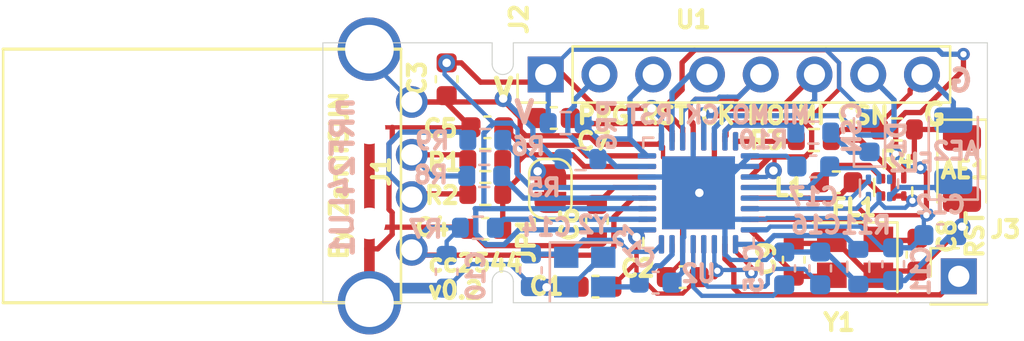
<source format=kicad_pcb>
(kicad_pcb (version 20171130) (host pcbnew 5.1.9-1.fc33)

  (general
    (thickness 1.6)
    (drawings 24)
    (tracks 505)
    (zones 0)
    (modules 42)
    (nets 37)
  )

  (page A4)
  (layers
    (0 F.Cu signal)
    (31 B.Cu signal)
    (32 B.Adhes user)
    (33 F.Adhes user)
    (34 B.Paste user)
    (35 F.Paste user)
    (36 B.SilkS user)
    (37 F.SilkS user)
    (38 B.Mask user)
    (39 F.Mask user)
    (40 Dwgs.User user hide)
    (41 Cmts.User user)
    (42 Eco1.User user)
    (43 Eco2.User user)
    (44 Edge.Cuts user)
    (45 Margin user)
    (46 B.CrtYd user hide)
    (47 F.CrtYd user hide)
    (48 B.Fab user hide)
    (49 F.Fab user hide)
  )

  (setup
    (last_trace_width 0.25)
    (user_trace_width 0.2032)
    (user_trace_width 0.5)
    (trace_clearance 0.2)
    (zone_clearance 0.508)
    (zone_45_only no)
    (trace_min 0.128)
    (via_size 0.8)
    (via_drill 0.4)
    (via_min_size 0.6)
    (via_min_drill 0.3)
    (uvia_size 0.3)
    (uvia_drill 0.1)
    (uvias_allowed no)
    (uvia_min_size 0.2)
    (uvia_min_drill 0.1)
    (edge_width 0.05)
    (segment_width 0.2)
    (pcb_text_width 0.3)
    (pcb_text_size 1.5 1.5)
    (mod_edge_width 0.12)
    (mod_text_size 1 1)
    (mod_text_width 0.15)
    (pad_size 1.524 1.524)
    (pad_drill 0.762)
    (pad_to_mask_clearance 0)
    (aux_axis_origin 0 0)
    (visible_elements FFFFFF7F)
    (pcbplotparams
      (layerselection 0x010fc_ffffffff)
      (usegerberextensions false)
      (usegerberattributes true)
      (usegerberadvancedattributes true)
      (creategerberjobfile true)
      (excludeedgelayer true)
      (linewidth 0.100000)
      (plotframeref false)
      (viasonmask false)
      (mode 1)
      (useauxorigin false)
      (hpglpennumber 1)
      (hpglpenspeed 20)
      (hpglpendiameter 15.000000)
      (psnegative false)
      (psa4output false)
      (plotreference true)
      (plotvalue true)
      (plotinvisibletext false)
      (padsonsilk false)
      (subtractmaskfromsilk false)
      (outputformat 1)
      (mirror false)
      (drillshape 0)
      (scaleselection 1)
      (outputdirectory "gerber"))
  )

  (net 0 "")
  (net 1 GND)
  (net 2 VDD)
  (net 3 "Net-(C13-Pad2)")
  (net 4 "Net-(C14-Pad2)")
  (net 5 "Net-(FL1-Pad4)")
  (net 6 "Net-(FL1-Pad3)")
  (net 7 /nRST)
  (net 8 "Net-(R3-Pad2)")
  (net 9 "Net-(AE1-Pad1)")
  (net 10 "Net-(AE2-Pad1)")
  (net 11 "Net-(D1-Pad1)")
  (net 12 "Net-(FL2-Pad4)")
  (net 13 "Net-(FL2-Pad3)")
  (net 14 /D+)
  (net 15 /D-)
  (net 16 /VBUS)
  (net 17 /PROG)
  (net 18 /nRF_RST)
  (net 19 "Net-(R8-Pad2)")
  (net 20 "Net-(R9-Pad2)")
  (net 21 "Net-(C4-Pad2)")
  (net 22 "Net-(C5-Pad1)")
  (net 23 "Net-(C7-Pad1)")
  (net 24 "Net-(C8-Pad2)")
  (net 25 "Net-(C9-Pad2)")
  (net 26 "Net-(C15-Pad2)")
  (net 27 "Net-(C16-Pad2)")
  (net 28 "Net-(C17-Pad2)")
  (net 29 "Net-(R7-Pad2)")
  (net 30 "Net-(R10-Pad1)")
  (net 31 "Net-(R11-Pad2)")
  (net 32 /CSN)
  (net 33 /MISO)
  (net 34 /MOSI)
  (net 35 /SCK)
  (net 36 "Net-(C6-Pad2)")

  (net_class Default "This is the default net class."
    (clearance 0.2)
    (trace_width 0.25)
    (via_dia 0.8)
    (via_drill 0.4)
    (uvia_dia 0.3)
    (uvia_drill 0.1)
    (add_net /CSN)
    (add_net /D+)
    (add_net /D-)
    (add_net /MISO)
    (add_net /MOSI)
    (add_net /PROG)
    (add_net /SCK)
    (add_net /VBUS)
    (add_net /nRF_RST)
    (add_net /nRST)
    (add_net GND)
    (add_net "Net-(AE1-Pad1)")
    (add_net "Net-(AE2-Pad1)")
    (add_net "Net-(C13-Pad2)")
    (add_net "Net-(C14-Pad2)")
    (add_net "Net-(C15-Pad2)")
    (add_net "Net-(C16-Pad2)")
    (add_net "Net-(C17-Pad2)")
    (add_net "Net-(C4-Pad2)")
    (add_net "Net-(C5-Pad1)")
    (add_net "Net-(C6-Pad2)")
    (add_net "Net-(C7-Pad1)")
    (add_net "Net-(C8-Pad2)")
    (add_net "Net-(C9-Pad2)")
    (add_net "Net-(D1-Pad1)")
    (add_net "Net-(FL1-Pad3)")
    (add_net "Net-(FL1-Pad4)")
    (add_net "Net-(FL2-Pad3)")
    (add_net "Net-(FL2-Pad4)")
    (add_net "Net-(R10-Pad1)")
    (add_net "Net-(R11-Pad2)")
    (add_net "Net-(R3-Pad2)")
    (add_net "Net-(R7-Pad2)")
    (add_net "Net-(R8-Pad2)")
    (add_net "Net-(R9-Pad2)")
    (add_net VDD)
  )

  (module Icenowy_Connectors:USB_A_Plug (layer F.Cu) (tedit 603A6151) (tstamp 60315E10)
    (at 44.2 62.8 270)
    (descr "USB A plug")
    (tags "USB USB_A")
    (path /6031784E)
    (fp_text reference J1 (at 3.29 1.44 90) (layer F.SilkS)
      (effects (font (size 0.8 0.8) (thickness 0.3)))
    )
    (fp_text value USB_A (at 3.84 7.44 90) (layer F.Fab)
      (effects (font (size 0.8 0.8) (thickness 0.3)))
    )
    (fp_line (start -2.5 19.308) (end 9.5 19.308) (layer F.SilkS) (width 0.12))
    (fp_line (start -2.5 0.508) (end -2.5 19.308) (layer F.SilkS) (width 0.15))
    (fp_line (start -2.5 0.508) (end 9.5 0.508) (layer F.SilkS) (width 0.12))
    (fp_line (start -4.191 -1.397) (end 11.303 -1.397) (layer F.CrtYd) (width 0.05))
    (fp_line (start -4.191 19.431) (end 11.303 19.431) (layer F.CrtYd) (width 0.05))
    (fp_line (start 11.303 -1.397) (end 11.303 19.431) (layer F.CrtYd) (width 0.05))
    (fp_line (start -4.191 19.431) (end -4.191 -1.397) (layer F.CrtYd) (width 0.05))
    (fp_line (start 9.5 0.508) (end 9.5 19.308) (layer F.SilkS) (width 0.15))
    (pad "" np_thru_hole circle (at 1.25 2 180) (size 1.5 1.5) (drill 1.5) (layers *.Cu *.Mask))
    (pad 5 thru_hole circle (at -2.5 2 180) (size 3 3) (drill 2.3) (layers *.Cu *.Mask)
      (net 1 GND))
    (pad 5 thru_hole circle (at 9.5 2 180) (size 3 3) (drill 2.3) (layers *.Cu *.Mask)
      (net 1 GND))
    (pad 4 thru_hole circle (at 0 0 180) (size 1.5 1.5) (drill 1) (layers *.Cu *.Mask)
      (net 1 GND))
    (pad 3 thru_hole circle (at 2.5 0 180) (size 1.5 1.5) (drill 1) (layers *.Cu *.Mask)
      (net 14 /D+))
    (pad 2 thru_hole circle (at 4.5 0 180) (size 1.5 1.5) (drill 1) (layers *.Cu *.Mask)
      (net 15 /D-))
    (pad 1 thru_hole circle (at 7 0 180) (size 1.5 1.5) (drill 1) (layers *.Cu *.Mask)
      (net 16 /VBUS))
    (pad "" np_thru_hole circle (at 5.75 2 180) (size 1.5 1.5) (drill 1.5) (layers *.Cu *.Mask))
    (model /home/icenowy/kicad/packages/USB_A_Plug.step
      (offset (xyz 3.5 -20 0))
      (scale (xyz 1 1 1))
      (rotate (xyz -90 0 0))
    )
  )

  (module Connector_PinHeader_2.54mm:PinHeader_1x08_P2.54mm_Vertical (layer F.Cu) (tedit 59FED5CC) (tstamp 60327596)
    (at 50.53 61.5 90)
    (descr "Through hole straight pin header, 1x08, 2.54mm pitch, single row")
    (tags "Through hole pin header THT 1x08 2.54mm single row")
    (path /60C38DD5)
    (fp_text reference J2 (at 2.62 -1.26 90) (layer F.SilkS)
      (effects (font (size 0.8 0.8) (thickness 0.3)))
    )
    (fp_text value Conn_01x08_Male (at 0 20.11 90) (layer F.Fab)
      (effects (font (size 0.8 0.8) (thickness 0.3)))
    )
    (fp_line (start 1.8 -1.8) (end -1.8 -1.8) (layer F.CrtYd) (width 0.05))
    (fp_line (start 1.8 19.55) (end 1.8 -1.8) (layer F.CrtYd) (width 0.05))
    (fp_line (start -1.8 19.55) (end 1.8 19.55) (layer F.CrtYd) (width 0.05))
    (fp_line (start -1.8 -1.8) (end -1.8 19.55) (layer F.CrtYd) (width 0.05))
    (fp_line (start -1.33 -1.33) (end 0 -1.33) (layer F.SilkS) (width 0.12))
    (fp_line (start -1.33 0) (end -1.33 -1.33) (layer F.SilkS) (width 0.12))
    (fp_line (start -1.33 1.27) (end 1.33 1.27) (layer F.SilkS) (width 0.12))
    (fp_line (start 1.33 1.27) (end 1.33 19.11) (layer F.SilkS) (width 0.12))
    (fp_line (start -1.33 1.27) (end -1.33 19.11) (layer F.SilkS) (width 0.12))
    (fp_line (start -1.33 19.11) (end 1.33 19.11) (layer F.SilkS) (width 0.12))
    (fp_line (start -1.27 -0.635) (end -0.635 -1.27) (layer F.Fab) (width 0.1))
    (fp_line (start -1.27 19.05) (end -1.27 -0.635) (layer F.Fab) (width 0.1))
    (fp_line (start 1.27 19.05) (end -1.27 19.05) (layer F.Fab) (width 0.1))
    (fp_line (start 1.27 -1.27) (end 1.27 19.05) (layer F.Fab) (width 0.1))
    (fp_line (start -0.635 -1.27) (end 1.27 -1.27) (layer F.Fab) (width 0.1))
    (fp_text user %R (at 0 8.89) (layer F.Fab)
      (effects (font (size 0.8 0.8) (thickness 0.3)))
    )
    (pad 8 thru_hole oval (at 0 17.78 90) (size 1.7 1.7) (drill 1) (layers *.Cu *.Mask)
      (net 1 GND))
    (pad 7 thru_hole oval (at 0 15.24 90) (size 1.7 1.7) (drill 1) (layers *.Cu *.Mask)
      (net 32 /CSN))
    (pad 6 thru_hole oval (at 0 12.7 90) (size 1.7 1.7) (drill 1) (layers *.Cu *.Mask)
      (net 33 /MISO))
    (pad 5 thru_hole oval (at 0 10.16 90) (size 1.7 1.7) (drill 1) (layers *.Cu *.Mask)
      (net 34 /MOSI))
    (pad 4 thru_hole oval (at 0 7.62 90) (size 1.7 1.7) (drill 1) (layers *.Cu *.Mask)
      (net 35 /SCK))
    (pad 3 thru_hole oval (at 0 5.08 90) (size 1.7 1.7) (drill 1) (layers *.Cu *.Mask)
      (net 18 /nRF_RST))
    (pad 2 thru_hole oval (at 0 2.54 90) (size 1.7 1.7) (drill 1) (layers *.Cu *.Mask)
      (net 17 /PROG))
    (pad 1 thru_hole rect (at 0 0 90) (size 1.7 1.7) (drill 1) (layers *.Cu *.Mask)
      (net 2 VDD))
    (model ${KISYS3DMOD}/Connector_PinHeader_2.54mm.3dshapes/PinHeader_1x08_P2.54mm_Vertical.wrl
      (at (xyz 0 0 0))
      (scale (xyz 1 1 1))
      (rotate (xyz 0 0 0))
    )
  )

  (module Connector_PinHeader_2.54mm:PinHeader_1x01_P2.54mm_Vertical (layer F.Cu) (tedit 59FED5CC) (tstamp 6033C731)
    (at 70.05 71.05)
    (descr "Through hole straight pin header, 1x01, 2.54mm pitch, single row")
    (tags "Through hole pin header THT 1x01 2.54mm single row")
    (path /60E079E2)
    (fp_text reference J3 (at 2.2 -2.22) (layer F.SilkS)
      (effects (font (size 0.8 0.8) (thickness 0.3)))
    )
    (fp_text value cc_RST (at 0 2.33) (layer F.Fab)
      (effects (font (size 0.8 0.8) (thickness 0.3)))
    )
    (fp_line (start 1.8 -1.8) (end -1.8 -1.8) (layer F.CrtYd) (width 0.05))
    (fp_line (start 1.8 1.8) (end 1.8 -1.8) (layer F.CrtYd) (width 0.05))
    (fp_line (start -1.8 1.8) (end 1.8 1.8) (layer F.CrtYd) (width 0.05))
    (fp_line (start -1.8 -1.8) (end -1.8 1.8) (layer F.CrtYd) (width 0.05))
    (fp_line (start -1.33 -1.33) (end 0 -1.33) (layer F.SilkS) (width 0.12))
    (fp_line (start -1.33 0) (end -1.33 -1.33) (layer F.SilkS) (width 0.12))
    (fp_line (start -1.33 1.27) (end 1.33 1.27) (layer F.SilkS) (width 0.12))
    (fp_line (start 1.33 1.27) (end 1.33 1.33) (layer F.SilkS) (width 0.12))
    (fp_line (start -1.33 1.27) (end -1.33 1.33) (layer F.SilkS) (width 0.12))
    (fp_line (start -1.33 1.33) (end 1.33 1.33) (layer F.SilkS) (width 0.12))
    (fp_line (start -1.27 -0.635) (end -0.635 -1.27) (layer F.Fab) (width 0.1))
    (fp_line (start -1.27 1.27) (end -1.27 -0.635) (layer F.Fab) (width 0.1))
    (fp_line (start 1.27 1.27) (end -1.27 1.27) (layer F.Fab) (width 0.1))
    (fp_line (start 1.27 -1.27) (end 1.27 1.27) (layer F.Fab) (width 0.1))
    (fp_line (start -0.635 -1.27) (end 1.27 -1.27) (layer F.Fab) (width 0.1))
    (fp_text user %R (at 0 0 90) (layer F.Fab)
      (effects (font (size 0.8 0.8) (thickness 0.3)))
    )
    (pad 1 thru_hole rect (at 0 0) (size 1.7 1.7) (drill 1) (layers *.Cu *.Mask)
      (net 7 /nRST))
    (model ${KISYS3DMOD}/Connector_PinHeader_2.54mm.3dshapes/PinHeader_1x01_P2.54mm_Vertical.wrl
      (at (xyz 0 0 0))
      (scale (xyz 1 1 1))
      (rotate (xyz 0 0 0))
    )
  )

  (module Capacitor_SMD:C_0603_1608Metric (layer F.Cu) (tedit 5F68FEEE) (tstamp 60345C3B)
    (at 45.85 61.725 90)
    (descr "Capacitor SMD 0603 (1608 Metric), square (rectangular) end terminal, IPC_7351 nominal, (Body size source: IPC-SM-782 page 76, https://www.pcb-3d.com/wordpress/wp-content/uploads/ipc-sm-782a_amendment_1_and_2.pdf), generated with kicad-footprint-generator")
    (tags capacitor)
    (path /60383A6E)
    (attr smd)
    (fp_text reference C3 (at 0.055 -1.39 90) (layer F.SilkS)
      (effects (font (size 0.8 0.8) (thickness 0.3)))
    )
    (fp_text value 100nF (at 0 1.43 90) (layer F.Fab)
      (effects (font (size 0.8 0.8) (thickness 0.3)))
    )
    (fp_line (start -0.8 0.4) (end -0.8 -0.4) (layer F.Fab) (width 0.1))
    (fp_line (start -0.8 -0.4) (end 0.8 -0.4) (layer F.Fab) (width 0.1))
    (fp_line (start 0.8 -0.4) (end 0.8 0.4) (layer F.Fab) (width 0.1))
    (fp_line (start 0.8 0.4) (end -0.8 0.4) (layer F.Fab) (width 0.1))
    (fp_line (start -0.14058 -0.51) (end 0.14058 -0.51) (layer F.SilkS) (width 0.12))
    (fp_line (start -0.14058 0.51) (end 0.14058 0.51) (layer F.SilkS) (width 0.12))
    (fp_line (start -1.48 0.73) (end -1.48 -0.73) (layer F.CrtYd) (width 0.05))
    (fp_line (start -1.48 -0.73) (end 1.48 -0.73) (layer F.CrtYd) (width 0.05))
    (fp_line (start 1.48 -0.73) (end 1.48 0.73) (layer F.CrtYd) (width 0.05))
    (fp_line (start 1.48 0.73) (end -1.48 0.73) (layer F.CrtYd) (width 0.05))
    (fp_text user %R (at 0 0 90) (layer F.Fab)
      (effects (font (size 0.8 0.8) (thickness 0.3)))
    )
    (pad 2 smd roundrect (at 0.775 0 90) (size 0.9 0.95) (layers F.Cu F.Paste F.Mask) (roundrect_rratio 0.25)
      (net 2 VDD))
    (pad 1 smd roundrect (at -0.775 0 90) (size 0.9 0.95) (layers F.Cu F.Paste F.Mask) (roundrect_rratio 0.25)
      (net 1 GND))
    (model ${KISYS3DMOD}/Capacitor_SMD.3dshapes/C_0603_1608Metric.wrl
      (at (xyz 0 0 0))
      (scale (xyz 1 1 1))
      (rotate (xyz 0 0 0))
    )
  )

  (module Jumper:SolderJumper-2_P1.3mm_Bridged_RoundedPad1.0x1.5mm (layer F.Cu) (tedit 5C745284) (tstamp 60324D4C)
    (at 50.75 66.9 90)
    (descr "SMD Solder Jumper, 1x1.5mm, rounded Pads, 0.3mm gap, bridged with 1 copper strip")
    (tags "solder jumper open")
    (path /60C6DF93)
    (attr virtual)
    (fp_text reference JP1 (at -2.41 -1.14 90) (layer F.SilkS)
      (effects (font (size 0.8 0.8) (thickness 0.3)))
    )
    (fp_text value JP_DECP2 (at 0 1.9 90) (layer F.Fab)
      (effects (font (size 0.8 0.8) (thickness 0.3)))
    )
    (fp_poly (pts (xy 0.25 -0.3) (xy -0.25 -0.3) (xy -0.25 0.3) (xy 0.25 0.3)) (layer F.Cu) (width 0))
    (fp_line (start 1.65 1.25) (end -1.65 1.25) (layer F.CrtYd) (width 0.05))
    (fp_line (start 1.65 1.25) (end 1.65 -1.25) (layer F.CrtYd) (width 0.05))
    (fp_line (start -1.65 -1.25) (end -1.65 1.25) (layer F.CrtYd) (width 0.05))
    (fp_line (start -1.65 -1.25) (end 1.65 -1.25) (layer F.CrtYd) (width 0.05))
    (fp_line (start -0.7 -1) (end 0.7 -1) (layer F.SilkS) (width 0.12))
    (fp_line (start 1.4 -0.3) (end 1.4 0.3) (layer F.SilkS) (width 0.12))
    (fp_line (start 0.7 1) (end -0.7 1) (layer F.SilkS) (width 0.12))
    (fp_line (start -1.4 0.3) (end -1.4 -0.3) (layer F.SilkS) (width 0.12))
    (fp_arc (start -0.7 -0.3) (end -0.7 -1) (angle -90) (layer F.SilkS) (width 0.12))
    (fp_arc (start -0.7 0.3) (end -1.4 0.3) (angle -90) (layer F.SilkS) (width 0.12))
    (fp_arc (start 0.7 0.3) (end 0.7 1) (angle -90) (layer F.SilkS) (width 0.12))
    (fp_arc (start 0.7 -0.3) (end 1.4 -0.3) (angle -90) (layer F.SilkS) (width 0.12))
    (pad 1 smd custom (at -0.65 0 90) (size 1 0.5) (layers F.Cu F.Mask)
      (net 36 "Net-(C6-Pad2)") (zone_connect 2)
      (options (clearance outline) (anchor rect))
      (primitives
        (gr_circle (center 0 0.25) (end 0.5 0.25) (width 0))
        (gr_circle (center 0 -0.25) (end 0.5 -0.25) (width 0))
        (gr_poly (pts
           (xy 0 -0.75) (xy 0.5 -0.75) (xy 0.5 0.75) (xy 0 0.75)) (width 0))
      ))
    (pad 2 smd custom (at 0.65 0 90) (size 1 0.5) (layers F.Cu F.Mask)
      (net 2 VDD) (zone_connect 2)
      (options (clearance outline) (anchor rect))
      (primitives
        (gr_circle (center 0 0.25) (end 0.5 0.25) (width 0))
        (gr_circle (center 0 -0.25) (end 0.5 -0.25) (width 0))
        (gr_poly (pts
           (xy 0 -0.75) (xy -0.5 -0.75) (xy -0.5 0.75) (xy 0 0.75)) (width 0))
      ))
  )

  (module Crystal:Crystal_SMD_2520-4Pin_2.5x2.0mm (layer B.Cu) (tedit 5A0FD1B2) (tstamp 60324D87)
    (at 52.375 70.85)
    (descr "SMD Crystal SERIES SMD2520/4 http://www.newxtal.com/UploadFiles/Images/2012-11-12-09-29-09-776.pdf, 2.5x2.0mm^2 package")
    (tags "SMD SMT crystal")
    (path /60607D04)
    (attr smd)
    (fp_text reference Y2 (at 0.395 -2.24) (layer B.SilkS)
      (effects (font (size 0.8 0.8) (thickness 0.3)) (justify mirror))
    )
    (fp_text value 16M (at 0 -2.2) (layer B.Fab)
      (effects (font (size 0.8 0.8) (thickness 0.3)) (justify mirror))
    )
    (fp_line (start 1.7 1.5) (end -1.7 1.5) (layer B.CrtYd) (width 0.05))
    (fp_line (start 1.7 -1.5) (end 1.7 1.5) (layer B.CrtYd) (width 0.05))
    (fp_line (start -1.7 -1.5) (end 1.7 -1.5) (layer B.CrtYd) (width 0.05))
    (fp_line (start -1.7 1.5) (end -1.7 -1.5) (layer B.CrtYd) (width 0.05))
    (fp_line (start -1.65 -1.4) (end 1.65 -1.4) (layer B.SilkS) (width 0.12))
    (fp_line (start -1.65 1.4) (end -1.65 -1.4) (layer B.SilkS) (width 0.12))
    (fp_line (start -1.25 0) (end -0.25 -1) (layer B.Fab) (width 0.1))
    (fp_line (start -1.25 0.9) (end -1.15 1) (layer B.Fab) (width 0.1))
    (fp_line (start -1.25 -0.9) (end -1.25 0.9) (layer B.Fab) (width 0.1))
    (fp_line (start -1.15 -1) (end -1.25 -0.9) (layer B.Fab) (width 0.1))
    (fp_line (start 1.15 -1) (end -1.15 -1) (layer B.Fab) (width 0.1))
    (fp_line (start 1.25 -0.9) (end 1.15 -1) (layer B.Fab) (width 0.1))
    (fp_line (start 1.25 0.9) (end 1.25 -0.9) (layer B.Fab) (width 0.1))
    (fp_line (start 1.15 1) (end 1.25 0.9) (layer B.Fab) (width 0.1))
    (fp_line (start -1.15 1) (end 1.15 1) (layer B.Fab) (width 0.1))
    (fp_text user %R (at 0 0) (layer B.Fab)
      (effects (font (size 0.8 0.8) (thickness 0.3)) (justify mirror))
    )
    (pad 4 smd rect (at -0.875 0.7) (size 1.15 1) (layers B.Cu B.Paste B.Mask)
      (net 1 GND))
    (pad 3 smd rect (at 0.875 0.7) (size 1.15 1) (layers B.Cu B.Paste B.Mask)
      (net 3 "Net-(C13-Pad2)"))
    (pad 2 smd rect (at 0.875 -0.7) (size 1.15 1) (layers B.Cu B.Paste B.Mask)
      (net 1 GND))
    (pad 1 smd rect (at -0.875 -0.7) (size 1.15 1) (layers B.Cu B.Paste B.Mask)
      (net 4 "Net-(C14-Pad2)"))
    (model ${KISYS3DMOD}/Crystal.3dshapes/Crystal_SMD_2520-4Pin_2.5x2.0mm.wrl
      (at (xyz 0 0 0))
      (scale (xyz 1 1 1))
      (rotate (xyz 0 0 0))
    )
  )

  (module Capacitor_SMD:C_0603_1608Metric (layer F.Cu) (tedit 5F68FEEE) (tstamp 6031F719)
    (at 47.775 64 180)
    (descr "Capacitor SMD 0603 (1608 Metric), square (rectangular) end terminal, IPC_7351 nominal, (Body size source: IPC-SM-782 page 76, https://www.pcb-3d.com/wordpress/wp-content/uploads/ipc-sm-782a_amendment_1_and_2.pdf), generated with kicad-footprint-generator")
    (tags capacitor)
    (path /60B6D7B8)
    (attr smd)
    (fp_text reference C5 (at 2.215 -0.05) (layer F.SilkS)
      (effects (font (size 0.8 0.8) (thickness 0.3)))
    )
    (fp_text value 47pF (at 0 1.43) (layer F.Fab)
      (effects (font (size 0.8 0.8) (thickness 0.3)))
    )
    (fp_line (start -0.8 0.4) (end -0.8 -0.4) (layer F.Fab) (width 0.1))
    (fp_line (start -0.8 -0.4) (end 0.8 -0.4) (layer F.Fab) (width 0.1))
    (fp_line (start 0.8 -0.4) (end 0.8 0.4) (layer F.Fab) (width 0.1))
    (fp_line (start 0.8 0.4) (end -0.8 0.4) (layer F.Fab) (width 0.1))
    (fp_line (start -0.14058 -0.51) (end 0.14058 -0.51) (layer F.SilkS) (width 0.12))
    (fp_line (start -0.14058 0.51) (end 0.14058 0.51) (layer F.SilkS) (width 0.12))
    (fp_line (start -1.48 0.73) (end -1.48 -0.73) (layer F.CrtYd) (width 0.05))
    (fp_line (start -1.48 -0.73) (end 1.48 -0.73) (layer F.CrtYd) (width 0.05))
    (fp_line (start 1.48 -0.73) (end 1.48 0.73) (layer F.CrtYd) (width 0.05))
    (fp_line (start 1.48 0.73) (end -1.48 0.73) (layer F.CrtYd) (width 0.05))
    (fp_text user %R (at 0 0) (layer F.Fab)
      (effects (font (size 0.8 0.8) (thickness 0.3)))
    )
    (pad 2 smd roundrect (at 0.775 0 180) (size 0.9 0.95) (layers F.Cu F.Paste F.Mask) (roundrect_rratio 0.25)
      (net 1 GND))
    (pad 1 smd roundrect (at -0.775 0 180) (size 0.9 0.95) (layers F.Cu F.Paste F.Mask) (roundrect_rratio 0.25)
      (net 22 "Net-(C5-Pad1)"))
    (model ${KISYS3DMOD}/Capacitor_SMD.3dshapes/C_0603_1608Metric.wrl
      (at (xyz 0 0 0))
      (scale (xyz 1 1 1))
      (rotate (xyz 0 0 0))
    )
  )

  (module Capacitor_SMD:C_0603_1608Metric (layer F.Cu) (tedit 5F68FEEE) (tstamp 60324DC5)
    (at 47.675 68.8)
    (descr "Capacitor SMD 0603 (1608 Metric), square (rectangular) end terminal, IPC_7351 nominal, (Body size source: IPC-SM-782 page 76, https://www.pcb-3d.com/wordpress/wp-content/uploads/ipc-sm-782a_amendment_1_and_2.pdf), generated with kicad-footprint-generator")
    (tags capacitor)
    (path /60B56884)
    (attr smd)
    (fp_text reference C4 (at -2.505 -0.06) (layer F.SilkS)
      (effects (font (size 0.8 0.8) (thickness 0.3)))
    )
    (fp_text value 47pF (at 0 1.43) (layer F.Fab)
      (effects (font (size 0.8 0.8) (thickness 0.3)))
    )
    (fp_line (start -0.8 0.4) (end -0.8 -0.4) (layer F.Fab) (width 0.1))
    (fp_line (start -0.8 -0.4) (end 0.8 -0.4) (layer F.Fab) (width 0.1))
    (fp_line (start 0.8 -0.4) (end 0.8 0.4) (layer F.Fab) (width 0.1))
    (fp_line (start 0.8 0.4) (end -0.8 0.4) (layer F.Fab) (width 0.1))
    (fp_line (start -0.14058 -0.51) (end 0.14058 -0.51) (layer F.SilkS) (width 0.12))
    (fp_line (start -0.14058 0.51) (end 0.14058 0.51) (layer F.SilkS) (width 0.12))
    (fp_line (start -1.48 0.73) (end -1.48 -0.73) (layer F.CrtYd) (width 0.05))
    (fp_line (start -1.48 -0.73) (end 1.48 -0.73) (layer F.CrtYd) (width 0.05))
    (fp_line (start 1.48 -0.73) (end 1.48 0.73) (layer F.CrtYd) (width 0.05))
    (fp_line (start 1.48 0.73) (end -1.48 0.73) (layer F.CrtYd) (width 0.05))
    (fp_text user %R (at 0 0) (layer F.Fab)
      (effects (font (size 0.8 0.8) (thickness 0.3)))
    )
    (pad 2 smd roundrect (at 0.775 0) (size 0.9 0.95) (layers F.Cu F.Paste F.Mask) (roundrect_rratio 0.25)
      (net 21 "Net-(C4-Pad2)"))
    (pad 1 smd roundrect (at -0.775 0) (size 0.9 0.95) (layers F.Cu F.Paste F.Mask) (roundrect_rratio 0.25)
      (net 1 GND))
    (model ${KISYS3DMOD}/Capacitor_SMD.3dshapes/C_0603_1608Metric.wrl
      (at (xyz 0 0 0))
      (scale (xyz 1 1 1))
      (rotate (xyz 0 0 0))
    )
  )

  (module Package_DFN_QFN:QFN-32-1EP_5x5mm_P0.5mm_EP3.45x3.45mm (layer B.Cu) (tedit 5DC5F6A4) (tstamp 6031E7B1)
    (at 57.75 67.1)
    (descr "QFN, 32 Pin (http://www.analog.com/media/en/package-pcb-resources/package/pkg_pdf/ltc-legacy-qfn/QFN_32_05-08-1693.pdf), generated with kicad-footprint-generator ipc_noLead_generator.py")
    (tags "QFN NoLead")
    (path /6032F3BB)
    (attr smd)
    (fp_text reference U2 (at 0 3.82) (layer B.SilkS)
      (effects (font (size 0.8 0.8) (thickness 0.3)) (justify mirror))
    )
    (fp_text value nRF24LU1P-QFN32 (at 0 -3.82) (layer B.Fab)
      (effects (font (size 0.8 0.8) (thickness 0.3)) (justify mirror))
    )
    (fp_line (start 2.135 2.61) (end 2.61 2.61) (layer B.SilkS) (width 0.12))
    (fp_line (start 2.61 2.61) (end 2.61 2.135) (layer B.SilkS) (width 0.12))
    (fp_line (start -2.135 -2.61) (end -2.61 -2.61) (layer B.SilkS) (width 0.12))
    (fp_line (start -2.61 -2.61) (end -2.61 -2.135) (layer B.SilkS) (width 0.12))
    (fp_line (start 2.135 -2.61) (end 2.61 -2.61) (layer B.SilkS) (width 0.12))
    (fp_line (start 2.61 -2.61) (end 2.61 -2.135) (layer B.SilkS) (width 0.12))
    (fp_line (start -2.135 2.61) (end -2.61 2.61) (layer B.SilkS) (width 0.12))
    (fp_line (start -1.5 2.5) (end 2.5 2.5) (layer B.Fab) (width 0.1))
    (fp_line (start 2.5 2.5) (end 2.5 -2.5) (layer B.Fab) (width 0.1))
    (fp_line (start 2.5 -2.5) (end -2.5 -2.5) (layer B.Fab) (width 0.1))
    (fp_line (start -2.5 -2.5) (end -2.5 1.5) (layer B.Fab) (width 0.1))
    (fp_line (start -2.5 1.5) (end -1.5 2.5) (layer B.Fab) (width 0.1))
    (fp_line (start -3.12 3.12) (end -3.12 -3.12) (layer B.CrtYd) (width 0.05))
    (fp_line (start -3.12 -3.12) (end 3.12 -3.12) (layer B.CrtYd) (width 0.05))
    (fp_line (start 3.12 -3.12) (end 3.12 3.12) (layer B.CrtYd) (width 0.05))
    (fp_line (start 3.12 3.12) (end -3.12 3.12) (layer B.CrtYd) (width 0.05))
    (fp_text user %R (at 0 0) (layer B.Fab)
      (effects (font (size 0.8 0.8) (thickness 0.3)) (justify mirror))
    )
    (pad "" smd roundrect (at 1.15 -1.15) (size 0.93 0.93) (layers B.Paste) (roundrect_rratio 0.25))
    (pad "" smd roundrect (at 1.15 0) (size 0.93 0.93) (layers B.Paste) (roundrect_rratio 0.25))
    (pad "" smd roundrect (at 1.15 1.15) (size 0.93 0.93) (layers B.Paste) (roundrect_rratio 0.25))
    (pad "" smd roundrect (at 0 -1.15) (size 0.93 0.93) (layers B.Paste) (roundrect_rratio 0.25))
    (pad "" smd roundrect (at 0 0) (size 0.93 0.93) (layers B.Paste) (roundrect_rratio 0.25))
    (pad "" smd roundrect (at 0 1.15) (size 0.93 0.93) (layers B.Paste) (roundrect_rratio 0.25))
    (pad "" smd roundrect (at -1.15 -1.15) (size 0.93 0.93) (layers B.Paste) (roundrect_rratio 0.25))
    (pad "" smd roundrect (at -1.15 0) (size 0.93 0.93) (layers B.Paste) (roundrect_rratio 0.25))
    (pad "" smd roundrect (at -1.15 1.15) (size 0.93 0.93) (layers B.Paste) (roundrect_rratio 0.25))
    (pad 33 smd rect (at 0 0) (size 3.45 3.45) (layers B.Cu B.Mask)
      (net 1 GND))
    (pad 32 smd roundrect (at -1.75 2.4375) (size 0.25 0.875) (layers B.Cu B.Paste B.Mask) (roundrect_rratio 0.25)
      (net 4 "Net-(C14-Pad2)"))
    (pad 31 smd roundrect (at -1.25 2.4375) (size 0.25 0.875) (layers B.Cu B.Paste B.Mask) (roundrect_rratio 0.25)
      (net 3 "Net-(C13-Pad2)"))
    (pad 30 smd roundrect (at -0.75 2.4375) (size 0.25 0.875) (layers B.Cu B.Paste B.Mask) (roundrect_rratio 0.25)
      (net 1 GND))
    (pad 29 smd roundrect (at -0.25 2.4375) (size 0.25 0.875) (layers B.Cu B.Paste B.Mask) (roundrect_rratio 0.25)
      (net 26 "Net-(C15-Pad2)"))
    (pad 28 smd roundrect (at 0.25 2.4375) (size 0.25 0.875) (layers B.Cu B.Paste B.Mask) (roundrect_rratio 0.25)
      (net 27 "Net-(C16-Pad2)"))
    (pad 27 smd roundrect (at 0.75 2.4375) (size 0.25 0.875) (layers B.Cu B.Paste B.Mask) (roundrect_rratio 0.25)
      (net 2 VDD))
    (pad 26 smd roundrect (at 1.25 2.4375) (size 0.25 0.875) (layers B.Cu B.Paste B.Mask) (roundrect_rratio 0.25)
      (net 1 GND))
    (pad 25 smd roundrect (at 1.75 2.4375) (size 0.25 0.875) (layers B.Cu B.Paste B.Mask) (roundrect_rratio 0.25)
      (net 31 "Net-(R11-Pad2)"))
    (pad 24 smd roundrect (at 2.4375 1.75) (size 0.875 0.25) (layers B.Cu B.Paste B.Mask) (roundrect_rratio 0.25)
      (net 2 VDD))
    (pad 23 smd roundrect (at 2.4375 1.25) (size 0.875 0.25) (layers B.Cu B.Paste B.Mask) (roundrect_rratio 0.25)
      (net 1 GND))
    (pad 22 smd roundrect (at 2.4375 0.75) (size 0.875 0.25) (layers B.Cu B.Paste B.Mask) (roundrect_rratio 0.25)
      (net 13 "Net-(FL2-Pad3)"))
    (pad 21 smd roundrect (at 2.4375 0.25) (size 0.875 0.25) (layers B.Cu B.Paste B.Mask) (roundrect_rratio 0.25)
      (net 12 "Net-(FL2-Pad4)"))
    (pad 20 smd roundrect (at 2.4375 -0.25) (size 0.875 0.25) (layers B.Cu B.Paste B.Mask) (roundrect_rratio 0.25)
      (net 28 "Net-(C17-Pad2)"))
    (pad 19 smd roundrect (at 2.4375 -0.75) (size 0.875 0.25) (layers B.Cu B.Paste B.Mask) (roundrect_rratio 0.25)
      (net 2 VDD))
    (pad 18 smd roundrect (at 2.4375 -1.25) (size 0.875 0.25) (layers B.Cu B.Paste B.Mask) (roundrect_rratio 0.25)
      (net 1 GND))
    (pad 17 smd roundrect (at 2.4375 -1.75) (size 0.875 0.25) (layers B.Cu B.Paste B.Mask) (roundrect_rratio 0.25)
      (net 1 GND))
    (pad 16 smd roundrect (at 1.75 -2.4375) (size 0.25 0.875) (layers B.Cu B.Paste B.Mask) (roundrect_rratio 0.25))
    (pad 15 smd roundrect (at 1.25 -2.4375) (size 0.25 0.875) (layers B.Cu B.Paste B.Mask) (roundrect_rratio 0.25)
      (net 30 "Net-(R10-Pad1)"))
    (pad 14 smd roundrect (at 0.75 -2.4375) (size 0.25 0.875) (layers B.Cu B.Paste B.Mask) (roundrect_rratio 0.25)
      (net 32 /CSN))
    (pad 13 smd roundrect (at 0.25 -2.4375) (size 0.25 0.875) (layers B.Cu B.Paste B.Mask) (roundrect_rratio 0.25)
      (net 33 /MISO))
    (pad 12 smd roundrect (at -0.25 -2.4375) (size 0.25 0.875) (layers B.Cu B.Paste B.Mask) (roundrect_rratio 0.25)
      (net 1 GND))
    (pad 11 smd roundrect (at -0.75 -2.4375) (size 0.25 0.875) (layers B.Cu B.Paste B.Mask) (roundrect_rratio 0.25)
      (net 34 /MOSI))
    (pad 10 smd roundrect (at -1.25 -2.4375) (size 0.25 0.875) (layers B.Cu B.Paste B.Mask) (roundrect_rratio 0.25)
      (net 35 /SCK))
    (pad 9 smd roundrect (at -1.75 -2.4375) (size 0.25 0.875) (layers B.Cu B.Paste B.Mask) (roundrect_rratio 0.25)
      (net 2 VDD))
    (pad 8 smd roundrect (at -2.4375 -1.75) (size 0.875 0.25) (layers B.Cu B.Paste B.Mask) (roundrect_rratio 0.25)
      (net 18 /nRF_RST))
    (pad 7 smd roundrect (at -2.4375 -1.25) (size 0.875 0.25) (layers B.Cu B.Paste B.Mask) (roundrect_rratio 0.25)
      (net 17 /PROG))
    (pad 6 smd roundrect (at -2.4375 -0.75) (size 0.875 0.25) (layers B.Cu B.Paste B.Mask) (roundrect_rratio 0.25)
      (net 1 GND))
    (pad 5 smd roundrect (at -2.4375 -0.25) (size 0.875 0.25) (layers B.Cu B.Paste B.Mask) (roundrect_rratio 0.25)
      (net 20 "Net-(R9-Pad2)"))
    (pad 4 smd roundrect (at -2.4375 0.25) (size 0.875 0.25) (layers B.Cu B.Paste B.Mask) (roundrect_rratio 0.25)
      (net 19 "Net-(R8-Pad2)"))
    (pad 3 smd roundrect (at -2.4375 0.75) (size 0.875 0.25) (layers B.Cu B.Paste B.Mask) (roundrect_rratio 0.25)
      (net 2 VDD))
    (pad 2 smd roundrect (at -2.4375 1.25) (size 0.875 0.25) (layers B.Cu B.Paste B.Mask) (roundrect_rratio 0.25)
      (net 29 "Net-(R7-Pad2)"))
    (pad 1 smd roundrect (at -2.4375 1.75) (size 0.875 0.25) (layers B.Cu B.Paste B.Mask) (roundrect_rratio 0.25)
      (net 2 VDD))
    (model ${KISYS3DMOD}/Package_DFN_QFN.3dshapes/QFN-32-1EP_5x5mm_P0.5mm_EP3.45x3.45mm.wrl
      (at (xyz 0 0 0))
      (scale (xyz 1 1 1))
      (rotate (xyz 0 0 0))
    )
  )

  (module Resistor_SMD:R_0603_1608Metric (layer B.Cu) (tedit 5F68FEEE) (tstamp 6031E6E5)
    (at 65.3 70.6 90)
    (descr "Resistor SMD 0603 (1608 Metric), square (rectangular) end terminal, IPC_7351 nominal, (Body size source: IPC-SM-782 page 72, https://www.pcb-3d.com/wordpress/wp-content/uploads/ipc-sm-782a_amendment_1_and_2.pdf), generated with kicad-footprint-generator")
    (tags resistor)
    (path /606875C5)
    (attr smd)
    (fp_text reference R11 (at 1.97 0.36) (layer B.SilkS)
      (effects (font (size 0.8 0.8) (thickness 0.3)) (justify mirror))
    )
    (fp_text value 22k (at 0 -1.43 90) (layer B.Fab)
      (effects (font (size 0.8 0.8) (thickness 0.3)) (justify mirror))
    )
    (fp_line (start -0.8 -0.4125) (end -0.8 0.4125) (layer B.Fab) (width 0.1))
    (fp_line (start -0.8 0.4125) (end 0.8 0.4125) (layer B.Fab) (width 0.1))
    (fp_line (start 0.8 0.4125) (end 0.8 -0.4125) (layer B.Fab) (width 0.1))
    (fp_line (start 0.8 -0.4125) (end -0.8 -0.4125) (layer B.Fab) (width 0.1))
    (fp_line (start -0.237258 0.5225) (end 0.237258 0.5225) (layer B.SilkS) (width 0.12))
    (fp_line (start -0.237258 -0.5225) (end 0.237258 -0.5225) (layer B.SilkS) (width 0.12))
    (fp_line (start -1.48 -0.73) (end -1.48 0.73) (layer B.CrtYd) (width 0.05))
    (fp_line (start -1.48 0.73) (end 1.48 0.73) (layer B.CrtYd) (width 0.05))
    (fp_line (start 1.48 0.73) (end 1.48 -0.73) (layer B.CrtYd) (width 0.05))
    (fp_line (start 1.48 -0.73) (end -1.48 -0.73) (layer B.CrtYd) (width 0.05))
    (fp_text user %R (at 0 0 90) (layer B.Fab)
      (effects (font (size 0.8 0.8) (thickness 0.3)) (justify mirror))
    )
    (pad 2 smd roundrect (at 0.825 0 90) (size 0.8 0.95) (layers B.Cu B.Paste B.Mask) (roundrect_rratio 0.25)
      (net 31 "Net-(R11-Pad2)"))
    (pad 1 smd roundrect (at -0.825 0 90) (size 0.8 0.95) (layers B.Cu B.Paste B.Mask) (roundrect_rratio 0.25)
      (net 1 GND))
    (model ${KISYS3DMOD}/Resistor_SMD.3dshapes/R_0603_1608Metric.wrl
      (at (xyz 0 0 0))
      (scale (xyz 1 1 1))
      (rotate (xyz 0 0 0))
    )
  )

  (module Resistor_SMD:R_0603_1608Metric (layer B.Cu) (tedit 5F68FEEE) (tstamp 6031E6D4)
    (at 63.175 64.25)
    (descr "Resistor SMD 0603 (1608 Metric), square (rectangular) end terminal, IPC_7351 nominal, (Body size source: IPC-SM-782 page 72, https://www.pcb-3d.com/wordpress/wp-content/uploads/ipc-sm-782a_amendment_1_and_2.pdf), generated with kicad-footprint-generator")
    (tags resistor)
    (path /604BC70F)
    (attr smd)
    (fp_text reference R10 (at -2.365 0.34) (layer B.SilkS)
      (effects (font (size 0.8 0.8) (thickness 0.3)) (justify mirror))
    )
    (fp_text value 1k (at 0 -1.43) (layer B.Fab)
      (effects (font (size 0.8 0.8) (thickness 0.3)) (justify mirror))
    )
    (fp_line (start -0.8 -0.4125) (end -0.8 0.4125) (layer B.Fab) (width 0.1))
    (fp_line (start -0.8 0.4125) (end 0.8 0.4125) (layer B.Fab) (width 0.1))
    (fp_line (start 0.8 0.4125) (end 0.8 -0.4125) (layer B.Fab) (width 0.1))
    (fp_line (start 0.8 -0.4125) (end -0.8 -0.4125) (layer B.Fab) (width 0.1))
    (fp_line (start -0.237258 0.5225) (end 0.237258 0.5225) (layer B.SilkS) (width 0.12))
    (fp_line (start -0.237258 -0.5225) (end 0.237258 -0.5225) (layer B.SilkS) (width 0.12))
    (fp_line (start -1.48 -0.73) (end -1.48 0.73) (layer B.CrtYd) (width 0.05))
    (fp_line (start -1.48 0.73) (end 1.48 0.73) (layer B.CrtYd) (width 0.05))
    (fp_line (start 1.48 0.73) (end 1.48 -0.73) (layer B.CrtYd) (width 0.05))
    (fp_line (start 1.48 -0.73) (end -1.48 -0.73) (layer B.CrtYd) (width 0.05))
    (fp_text user %R (at 0 0) (layer B.Fab)
      (effects (font (size 0.8 0.8) (thickness 0.3)) (justify mirror))
    )
    (pad 2 smd roundrect (at 0.825 0) (size 0.8 0.95) (layers B.Cu B.Paste B.Mask) (roundrect_rratio 0.25)
      (net 11 "Net-(D1-Pad1)"))
    (pad 1 smd roundrect (at -0.825 0) (size 0.8 0.95) (layers B.Cu B.Paste B.Mask) (roundrect_rratio 0.25)
      (net 30 "Net-(R10-Pad1)"))
    (model ${KISYS3DMOD}/Resistor_SMD.3dshapes/R_0603_1608Metric.wrl
      (at (xyz 0 0 0))
      (scale (xyz 1 1 1))
      (rotate (xyz 0 0 0))
    )
  )

  (module Resistor_SMD:R_0603_1608Metric (layer B.Cu) (tedit 5F68FEEE) (tstamp 6031E6C3)
    (at 47.675 64.6)
    (descr "Resistor SMD 0603 (1608 Metric), square (rectangular) end terminal, IPC_7351 nominal, (Body size source: IPC-SM-782 page 72, https://www.pcb-3d.com/wordpress/wp-content/uploads/ipc-sm-782a_amendment_1_and_2.pdf), generated with kicad-footprint-generator")
    (tags resistor)
    (path /6036232D)
    (attr smd)
    (fp_text reference R9 (at -2.505 0.04) (layer B.SilkS)
      (effects (font (size 0.8 0.8) (thickness 0.3)) (justify mirror))
    )
    (fp_text value 22 (at 0 -1.43) (layer B.Fab)
      (effects (font (size 0.8 0.8) (thickness 0.3)) (justify mirror))
    )
    (fp_line (start -0.8 -0.4125) (end -0.8 0.4125) (layer B.Fab) (width 0.1))
    (fp_line (start -0.8 0.4125) (end 0.8 0.4125) (layer B.Fab) (width 0.1))
    (fp_line (start 0.8 0.4125) (end 0.8 -0.4125) (layer B.Fab) (width 0.1))
    (fp_line (start 0.8 -0.4125) (end -0.8 -0.4125) (layer B.Fab) (width 0.1))
    (fp_line (start -0.237258 0.5225) (end 0.237258 0.5225) (layer B.SilkS) (width 0.12))
    (fp_line (start -0.237258 -0.5225) (end 0.237258 -0.5225) (layer B.SilkS) (width 0.12))
    (fp_line (start -1.48 -0.73) (end -1.48 0.73) (layer B.CrtYd) (width 0.05))
    (fp_line (start -1.48 0.73) (end 1.48 0.73) (layer B.CrtYd) (width 0.05))
    (fp_line (start 1.48 0.73) (end 1.48 -0.73) (layer B.CrtYd) (width 0.05))
    (fp_line (start 1.48 -0.73) (end -1.48 -0.73) (layer B.CrtYd) (width 0.05))
    (fp_text user %R (at 0 0) (layer B.Fab)
      (effects (font (size 0.8 0.8) (thickness 0.3)) (justify mirror))
    )
    (pad 2 smd roundrect (at 0.825 0) (size 0.8 0.95) (layers B.Cu B.Paste B.Mask) (roundrect_rratio 0.25)
      (net 20 "Net-(R9-Pad2)"))
    (pad 1 smd roundrect (at -0.825 0) (size 0.8 0.95) (layers B.Cu B.Paste B.Mask) (roundrect_rratio 0.25)
      (net 15 /D-))
    (model ${KISYS3DMOD}/Resistor_SMD.3dshapes/R_0603_1608Metric.wrl
      (at (xyz 0 0 0))
      (scale (xyz 1 1 1))
      (rotate (xyz 0 0 0))
    )
  )

  (module Resistor_SMD:R_0603_1608Metric (layer B.Cu) (tedit 5F68FEEE) (tstamp 6031E6B2)
    (at 47.625 66.3)
    (descr "Resistor SMD 0603 (1608 Metric), square (rectangular) end terminal, IPC_7351 nominal, (Body size source: IPC-SM-782 page 72, https://www.pcb-3d.com/wordpress/wp-content/uploads/ipc-sm-782a_amendment_1_and_2.pdf), generated with kicad-footprint-generator")
    (tags resistor)
    (path /603613CF)
    (attr smd)
    (fp_text reference R8 (at -2.515 -0.05) (layer B.SilkS)
      (effects (font (size 0.8 0.8) (thickness 0.3)) (justify mirror))
    )
    (fp_text value 22 (at 0 -1.43) (layer B.Fab)
      (effects (font (size 0.8 0.8) (thickness 0.3)) (justify mirror))
    )
    (fp_line (start -0.8 -0.4125) (end -0.8 0.4125) (layer B.Fab) (width 0.1))
    (fp_line (start -0.8 0.4125) (end 0.8 0.4125) (layer B.Fab) (width 0.1))
    (fp_line (start 0.8 0.4125) (end 0.8 -0.4125) (layer B.Fab) (width 0.1))
    (fp_line (start 0.8 -0.4125) (end -0.8 -0.4125) (layer B.Fab) (width 0.1))
    (fp_line (start -0.237258 0.5225) (end 0.237258 0.5225) (layer B.SilkS) (width 0.12))
    (fp_line (start -0.237258 -0.5225) (end 0.237258 -0.5225) (layer B.SilkS) (width 0.12))
    (fp_line (start -1.48 -0.73) (end -1.48 0.73) (layer B.CrtYd) (width 0.05))
    (fp_line (start -1.48 0.73) (end 1.48 0.73) (layer B.CrtYd) (width 0.05))
    (fp_line (start 1.48 0.73) (end 1.48 -0.73) (layer B.CrtYd) (width 0.05))
    (fp_line (start 1.48 -0.73) (end -1.48 -0.73) (layer B.CrtYd) (width 0.05))
    (fp_text user %R (at 0 0) (layer B.Fab)
      (effects (font (size 0.8 0.8) (thickness 0.3)) (justify mirror))
    )
    (pad 2 smd roundrect (at 0.825 0) (size 0.8 0.95) (layers B.Cu B.Paste B.Mask) (roundrect_rratio 0.25)
      (net 19 "Net-(R8-Pad2)"))
    (pad 1 smd roundrect (at -0.825 0) (size 0.8 0.95) (layers B.Cu B.Paste B.Mask) (roundrect_rratio 0.25)
      (net 14 /D+))
    (model ${KISYS3DMOD}/Resistor_SMD.3dshapes/R_0603_1608Metric.wrl
      (at (xyz 0 0 0))
      (scale (xyz 1 1 1))
      (rotate (xyz 0 0 0))
    )
  )

  (module Resistor_SMD:R_0603_1608Metric (layer B.Cu) (tedit 5F68FEEE) (tstamp 6031E6A1)
    (at 47.325 68.75)
    (descr "Resistor SMD 0603 (1608 Metric), square (rectangular) end terminal, IPC_7351 nominal, (Body size source: IPC-SM-782 page 72, https://www.pcb-3d.com/wordpress/wp-content/uploads/ipc-sm-782a_amendment_1_and_2.pdf), generated with kicad-footprint-generator")
    (tags resistor)
    (path /6034DA3A)
    (attr smd)
    (fp_text reference R7 (at -2.475 0.07) (layer B.SilkS)
      (effects (font (size 0.8 0.8) (thickness 0.3)) (justify mirror))
    )
    (fp_text value 10 (at 0 -1.43) (layer B.Fab)
      (effects (font (size 0.8 0.8) (thickness 0.3)) (justify mirror))
    )
    (fp_line (start -0.8 -0.4125) (end -0.8 0.4125) (layer B.Fab) (width 0.1))
    (fp_line (start -0.8 0.4125) (end 0.8 0.4125) (layer B.Fab) (width 0.1))
    (fp_line (start 0.8 0.4125) (end 0.8 -0.4125) (layer B.Fab) (width 0.1))
    (fp_line (start 0.8 -0.4125) (end -0.8 -0.4125) (layer B.Fab) (width 0.1))
    (fp_line (start -0.237258 0.5225) (end 0.237258 0.5225) (layer B.SilkS) (width 0.12))
    (fp_line (start -0.237258 -0.5225) (end 0.237258 -0.5225) (layer B.SilkS) (width 0.12))
    (fp_line (start -1.48 -0.73) (end -1.48 0.73) (layer B.CrtYd) (width 0.05))
    (fp_line (start -1.48 0.73) (end 1.48 0.73) (layer B.CrtYd) (width 0.05))
    (fp_line (start 1.48 0.73) (end 1.48 -0.73) (layer B.CrtYd) (width 0.05))
    (fp_line (start 1.48 -0.73) (end -1.48 -0.73) (layer B.CrtYd) (width 0.05))
    (fp_text user %R (at 0 0) (layer B.Fab)
      (effects (font (size 0.8 0.8) (thickness 0.3)) (justify mirror))
    )
    (pad 2 smd roundrect (at 0.825 0) (size 0.8 0.95) (layers B.Cu B.Paste B.Mask) (roundrect_rratio 0.25)
      (net 29 "Net-(R7-Pad2)"))
    (pad 1 smd roundrect (at -0.825 0) (size 0.8 0.95) (layers B.Cu B.Paste B.Mask) (roundrect_rratio 0.25)
      (net 16 /VBUS))
    (model ${KISYS3DMOD}/Resistor_SMD.3dshapes/R_0603_1608Metric.wrl
      (at (xyz 0 0 0))
      (scale (xyz 1 1 1))
      (rotate (xyz 0 0 0))
    )
  )

  (module Resistor_SMD:R_0603_1608Metric (layer B.Cu) (tedit 5F68FEEE) (tstamp 6031E690)
    (at 51.475 63.8)
    (descr "Resistor SMD 0603 (1608 Metric), square (rectangular) end terminal, IPC_7351 nominal, (Body size source: IPC-SM-782 page 72, https://www.pcb-3d.com/wordpress/wp-content/uploads/ipc-sm-782a_amendment_1_and_2.pdf), generated with kicad-footprint-generator")
    (tags resistor)
    (path /603ECD6E)
    (attr smd)
    (fp_text reference R6 (at -1.775 1.1) (layer B.SilkS)
      (effects (font (size 0.8 0.8) (thickness 0.3)) (justify mirror))
    )
    (fp_text value 10k (at 0 -1.43) (layer B.Fab)
      (effects (font (size 0.8 0.8) (thickness 0.3)) (justify mirror))
    )
    (fp_line (start -0.8 -0.4125) (end -0.8 0.4125) (layer B.Fab) (width 0.1))
    (fp_line (start -0.8 0.4125) (end 0.8 0.4125) (layer B.Fab) (width 0.1))
    (fp_line (start 0.8 0.4125) (end 0.8 -0.4125) (layer B.Fab) (width 0.1))
    (fp_line (start 0.8 -0.4125) (end -0.8 -0.4125) (layer B.Fab) (width 0.1))
    (fp_line (start -0.237258 0.5225) (end 0.237258 0.5225) (layer B.SilkS) (width 0.12))
    (fp_line (start -0.237258 -0.5225) (end 0.237258 -0.5225) (layer B.SilkS) (width 0.12))
    (fp_line (start -1.48 -0.73) (end -1.48 0.73) (layer B.CrtYd) (width 0.05))
    (fp_line (start -1.48 0.73) (end 1.48 0.73) (layer B.CrtYd) (width 0.05))
    (fp_line (start 1.48 0.73) (end 1.48 -0.73) (layer B.CrtYd) (width 0.05))
    (fp_line (start 1.48 -0.73) (end -1.48 -0.73) (layer B.CrtYd) (width 0.05))
    (fp_text user %R (at 0 0) (layer B.Fab)
      (effects (font (size 0.8 0.8) (thickness 0.3)) (justify mirror))
    )
    (pad 2 smd roundrect (at 0.825 0) (size 0.8 0.95) (layers B.Cu B.Paste B.Mask) (roundrect_rratio 0.25)
      (net 18 /nRF_RST))
    (pad 1 smd roundrect (at -0.825 0) (size 0.8 0.95) (layers B.Cu B.Paste B.Mask) (roundrect_rratio 0.25)
      (net 2 VDD))
    (model ${KISYS3DMOD}/Resistor_SMD.3dshapes/R_0603_1608Metric.wrl
      (at (xyz 0 0 0))
      (scale (xyz 1 1 1))
      (rotate (xyz 0 0 0))
    )
  )

  (module Resistor_SMD:R_0603_1608Metric (layer B.Cu) (tedit 5F68FEEE) (tstamp 6031E67F)
    (at 52.175 65.5)
    (descr "Resistor SMD 0603 (1608 Metric), square (rectangular) end terminal, IPC_7351 nominal, (Body size source: IPC-SM-782 page 72, https://www.pcb-3d.com/wordpress/wp-content/uploads/ipc-sm-782a_amendment_1_and_2.pdf), generated with kicad-footprint-generator")
    (tags resistor)
    (path /603EC1E6)
    (attr smd)
    (fp_text reference R5 (at -1.735 1.35) (layer B.SilkS)
      (effects (font (size 0.8 0.8) (thickness 0.3)) (justify mirror))
    )
    (fp_text value 10k (at 0 -1.43) (layer B.Fab)
      (effects (font (size 0.8 0.8) (thickness 0.3)) (justify mirror))
    )
    (fp_line (start -0.8 -0.4125) (end -0.8 0.4125) (layer B.Fab) (width 0.1))
    (fp_line (start -0.8 0.4125) (end 0.8 0.4125) (layer B.Fab) (width 0.1))
    (fp_line (start 0.8 0.4125) (end 0.8 -0.4125) (layer B.Fab) (width 0.1))
    (fp_line (start 0.8 -0.4125) (end -0.8 -0.4125) (layer B.Fab) (width 0.1))
    (fp_line (start -0.237258 0.5225) (end 0.237258 0.5225) (layer B.SilkS) (width 0.12))
    (fp_line (start -0.237258 -0.5225) (end 0.237258 -0.5225) (layer B.SilkS) (width 0.12))
    (fp_line (start -1.48 -0.73) (end -1.48 0.73) (layer B.CrtYd) (width 0.05))
    (fp_line (start -1.48 0.73) (end 1.48 0.73) (layer B.CrtYd) (width 0.05))
    (fp_line (start 1.48 0.73) (end 1.48 -0.73) (layer B.CrtYd) (width 0.05))
    (fp_line (start 1.48 -0.73) (end -1.48 -0.73) (layer B.CrtYd) (width 0.05))
    (fp_text user %R (at 0 0) (layer B.Fab)
      (effects (font (size 0.8 0.8) (thickness 0.3)) (justify mirror))
    )
    (pad 2 smd roundrect (at 0.825 0) (size 0.8 0.95) (layers B.Cu B.Paste B.Mask) (roundrect_rratio 0.25)
      (net 17 /PROG))
    (pad 1 smd roundrect (at -0.825 0) (size 0.8 0.95) (layers B.Cu B.Paste B.Mask) (roundrect_rratio 0.25)
      (net 1 GND))
    (model ${KISYS3DMOD}/Resistor_SMD.3dshapes/R_0603_1608Metric.wrl
      (at (xyz 0 0 0))
      (scale (xyz 1 1 1))
      (rotate (xyz 0 0 0))
    )
  )

  (module Resistor_SMD:R_0603_1608Metric (layer F.Cu) (tedit 5F68FEEE) (tstamp 60315E8F)
    (at 67.125 64.1 180)
    (descr "Resistor SMD 0603 (1608 Metric), square (rectangular) end terminal, IPC_7351 nominal, (Body size source: IPC-SM-782 page 72, https://www.pcb-3d.com/wordpress/wp-content/uploads/ipc-sm-782a_amendment_1_and_2.pdf), generated with kicad-footprint-generator")
    (tags resistor)
    (path /60430387)
    (attr smd)
    (fp_text reference R4 (at 0 -1.43) (layer F.SilkS)
      (effects (font (size 0.8 0.8) (thickness 0.3)))
    )
    (fp_text value NC (at 0 1.43) (layer F.Fab)
      (effects (font (size 0.8 0.8) (thickness 0.3)))
    )
    (fp_line (start -0.8 0.4125) (end -0.8 -0.4125) (layer F.Fab) (width 0.1))
    (fp_line (start -0.8 -0.4125) (end 0.8 -0.4125) (layer F.Fab) (width 0.1))
    (fp_line (start 0.8 -0.4125) (end 0.8 0.4125) (layer F.Fab) (width 0.1))
    (fp_line (start 0.8 0.4125) (end -0.8 0.4125) (layer F.Fab) (width 0.1))
    (fp_line (start -0.237258 -0.5225) (end 0.237258 -0.5225) (layer F.SilkS) (width 0.12))
    (fp_line (start -0.237258 0.5225) (end 0.237258 0.5225) (layer F.SilkS) (width 0.12))
    (fp_line (start -1.48 0.73) (end -1.48 -0.73) (layer F.CrtYd) (width 0.05))
    (fp_line (start -1.48 -0.73) (end 1.48 -0.73) (layer F.CrtYd) (width 0.05))
    (fp_line (start 1.48 -0.73) (end 1.48 0.73) (layer F.CrtYd) (width 0.05))
    (fp_line (start 1.48 0.73) (end -1.48 0.73) (layer F.CrtYd) (width 0.05))
    (fp_text user %R (at 0 0) (layer F.Fab)
      (effects (font (size 0.8 0.8) (thickness 0.3)))
    )
    (pad 2 smd roundrect (at 0.825 0 180) (size 0.8 0.95) (layers F.Cu F.Paste F.Mask) (roundrect_rratio 0.25)
      (net 1 GND))
    (pad 1 smd roundrect (at -0.825 0 180) (size 0.8 0.95) (layers F.Cu F.Paste F.Mask) (roundrect_rratio 0.25)
      (net 9 "Net-(AE1-Pad1)"))
    (model ${KISYS3DMOD}/Resistor_SMD.3dshapes/R_0603_1608Metric.wrl
      (at (xyz 0 0 0))
      (scale (xyz 1 1 1))
      (rotate (xyz 0 0 0))
    )
  )

  (module Resistor_SMD:R_0603_1608Metric (layer F.Cu) (tedit 5F68FEEE) (tstamp 60315E6D)
    (at 63.1975 64.6 180)
    (descr "Resistor SMD 0603 (1608 Metric), square (rectangular) end terminal, IPC_7351 nominal, (Body size source: IPC-SM-782 page 72, https://www.pcb-3d.com/wordpress/wp-content/uploads/ipc-sm-782a_amendment_1_and_2.pdf), generated with kicad-footprint-generator")
    (tags resistor)
    (path /6043E15B)
    (attr smd)
    (fp_text reference R3 (at 2.2275 -0.02) (layer F.SilkS)
      (effects (font (size 0.8 0.8) (thickness 0.3)))
    )
    (fp_text value 56k (at 0 1.43) (layer F.Fab)
      (effects (font (size 0.8 0.8) (thickness 0.3)))
    )
    (fp_line (start -0.8 0.4125) (end -0.8 -0.4125) (layer F.Fab) (width 0.1))
    (fp_line (start -0.8 -0.4125) (end 0.8 -0.4125) (layer F.Fab) (width 0.1))
    (fp_line (start 0.8 -0.4125) (end 0.8 0.4125) (layer F.Fab) (width 0.1))
    (fp_line (start 0.8 0.4125) (end -0.8 0.4125) (layer F.Fab) (width 0.1))
    (fp_line (start -0.237258 -0.5225) (end 0.237258 -0.5225) (layer F.SilkS) (width 0.12))
    (fp_line (start -0.237258 0.5225) (end 0.237258 0.5225) (layer F.SilkS) (width 0.12))
    (fp_line (start -1.48 0.73) (end -1.48 -0.73) (layer F.CrtYd) (width 0.05))
    (fp_line (start -1.48 -0.73) (end 1.48 -0.73) (layer F.CrtYd) (width 0.05))
    (fp_line (start 1.48 -0.73) (end 1.48 0.73) (layer F.CrtYd) (width 0.05))
    (fp_line (start 1.48 0.73) (end -1.48 0.73) (layer F.CrtYd) (width 0.05))
    (fp_text user %R (at 0 0) (layer F.Fab)
      (effects (font (size 0.8 0.8) (thickness 0.3)))
    )
    (pad 2 smd roundrect (at 0.825 0 180) (size 0.8 0.95) (layers F.Cu F.Paste F.Mask) (roundrect_rratio 0.25)
      (net 8 "Net-(R3-Pad2)"))
    (pad 1 smd roundrect (at -0.825 0 180) (size 0.8 0.95) (layers F.Cu F.Paste F.Mask) (roundrect_rratio 0.25)
      (net 1 GND))
    (model ${KISYS3DMOD}/Resistor_SMD.3dshapes/R_0603_1608Metric.wrl
      (at (xyz 0 0 0))
      (scale (xyz 1 1 1))
      (rotate (xyz 0 0 0))
    )
  )

  (module Resistor_SMD:R_0603_1608Metric (layer F.Cu) (tedit 5F68FEEE) (tstamp 60315E5C)
    (at 47.675 67.15 180)
    (descr "Resistor SMD 0603 (1608 Metric), square (rectangular) end terminal, IPC_7351 nominal, (Body size source: IPC-SM-782 page 72, https://www.pcb-3d.com/wordpress/wp-content/uploads/ipc-sm-782a_amendment_1_and_2.pdf), generated with kicad-footprint-generator")
    (tags resistor)
    (path /60318DC5)
    (attr smd)
    (fp_text reference R2 (at 2.045 -0.07) (layer F.SilkS)
      (effects (font (size 0.8 0.8) (thickness 0.3)))
    )
    (fp_text value 33 (at 0 1.43) (layer F.Fab)
      (effects (font (size 0.8 0.8) (thickness 0.3)))
    )
    (fp_line (start -0.8 0.4125) (end -0.8 -0.4125) (layer F.Fab) (width 0.1))
    (fp_line (start -0.8 -0.4125) (end 0.8 -0.4125) (layer F.Fab) (width 0.1))
    (fp_line (start 0.8 -0.4125) (end 0.8 0.4125) (layer F.Fab) (width 0.1))
    (fp_line (start 0.8 0.4125) (end -0.8 0.4125) (layer F.Fab) (width 0.1))
    (fp_line (start -0.237258 -0.5225) (end 0.237258 -0.5225) (layer F.SilkS) (width 0.12))
    (fp_line (start -0.237258 0.5225) (end 0.237258 0.5225) (layer F.SilkS) (width 0.12))
    (fp_line (start -1.48 0.73) (end -1.48 -0.73) (layer F.CrtYd) (width 0.05))
    (fp_line (start -1.48 -0.73) (end 1.48 -0.73) (layer F.CrtYd) (width 0.05))
    (fp_line (start 1.48 -0.73) (end 1.48 0.73) (layer F.CrtYd) (width 0.05))
    (fp_line (start 1.48 0.73) (end -1.48 0.73) (layer F.CrtYd) (width 0.05))
    (fp_text user %R (at 0 0) (layer F.Fab)
      (effects (font (size 0.8 0.8) (thickness 0.3)))
    )
    (pad 2 smd roundrect (at 0.825 0 180) (size 0.8 0.95) (layers F.Cu F.Paste F.Mask) (roundrect_rratio 0.25)
      (net 15 /D-))
    (pad 1 smd roundrect (at -0.825 0 180) (size 0.8 0.95) (layers F.Cu F.Paste F.Mask) (roundrect_rratio 0.25)
      (net 21 "Net-(C4-Pad2)"))
    (model ${KISYS3DMOD}/Resistor_SMD.3dshapes/R_0603_1608Metric.wrl
      (at (xyz 0 0 0))
      (scale (xyz 1 1 1))
      (rotate (xyz 0 0 0))
    )
  )

  (module Resistor_SMD:R_0603_1608Metric (layer F.Cu) (tedit 5F68FEEE) (tstamp 60315E4B)
    (at 47.675 65.55 180)
    (descr "Resistor SMD 0603 (1608 Metric), square (rectangular) end terminal, IPC_7351 nominal, (Body size source: IPC-SM-782 page 72, https://www.pcb-3d.com/wordpress/wp-content/uploads/ipc-sm-782a_amendment_1_and_2.pdf), generated with kicad-footprint-generator")
    (tags resistor)
    (path /603186CD)
    (attr smd)
    (fp_text reference R1 (at 1.925 -0.1) (layer F.SilkS)
      (effects (font (size 0.8 0.8) (thickness 0.3)))
    )
    (fp_text value 33 (at 0 1.43) (layer F.Fab)
      (effects (font (size 0.8 0.8) (thickness 0.3)))
    )
    (fp_line (start -0.8 0.4125) (end -0.8 -0.4125) (layer F.Fab) (width 0.1))
    (fp_line (start -0.8 -0.4125) (end 0.8 -0.4125) (layer F.Fab) (width 0.1))
    (fp_line (start 0.8 -0.4125) (end 0.8 0.4125) (layer F.Fab) (width 0.1))
    (fp_line (start 0.8 0.4125) (end -0.8 0.4125) (layer F.Fab) (width 0.1))
    (fp_line (start -0.237258 -0.5225) (end 0.237258 -0.5225) (layer F.SilkS) (width 0.12))
    (fp_line (start -0.237258 0.5225) (end 0.237258 0.5225) (layer F.SilkS) (width 0.12))
    (fp_line (start -1.48 0.73) (end -1.48 -0.73) (layer F.CrtYd) (width 0.05))
    (fp_line (start -1.48 -0.73) (end 1.48 -0.73) (layer F.CrtYd) (width 0.05))
    (fp_line (start 1.48 -0.73) (end 1.48 0.73) (layer F.CrtYd) (width 0.05))
    (fp_line (start 1.48 0.73) (end -1.48 0.73) (layer F.CrtYd) (width 0.05))
    (fp_text user %R (at 0 0) (layer F.Fab)
      (effects (font (size 0.8 0.8) (thickness 0.3)))
    )
    (pad 2 smd roundrect (at 0.825 0 180) (size 0.8 0.95) (layers F.Cu F.Paste F.Mask) (roundrect_rratio 0.25)
      (net 14 /D+))
    (pad 1 smd roundrect (at -0.825 0 180) (size 0.8 0.95) (layers F.Cu F.Paste F.Mask) (roundrect_rratio 0.25)
      (net 22 "Net-(C5-Pad1)"))
    (model ${KISYS3DMOD}/Resistor_SMD.3dshapes/R_0603_1608Metric.wrl
      (at (xyz 0 0 0))
      (scale (xyz 1 1 1))
      (rotate (xyz 0 0 0))
    )
  )

  (module Inductor_SMD:L_0603_1608Metric (layer F.Cu) (tedit 5F68FEF0) (tstamp 60315E3A)
    (at 64.2625 66.6)
    (descr "Inductor SMD 0603 (1608 Metric), square (rectangular) end terminal, IPC_7351 nominal, (Body size source: http://www.tortai-tech.com/upload/download/2011102023233369053.pdf), generated with kicad-footprint-generator")
    (tags inductor)
    (path /603F940A)
    (attr smd)
    (fp_text reference L1 (at -2.2125 0.25) (layer F.SilkS)
      (effects (font (size 0.8 0.8) (thickness 0.3)))
    )
    (fp_text value NC (at 0 1.43) (layer F.Fab)
      (effects (font (size 0.8 0.8) (thickness 0.3)))
    )
    (fp_line (start -0.8 0.4) (end -0.8 -0.4) (layer F.Fab) (width 0.1))
    (fp_line (start -0.8 -0.4) (end 0.8 -0.4) (layer F.Fab) (width 0.1))
    (fp_line (start 0.8 -0.4) (end 0.8 0.4) (layer F.Fab) (width 0.1))
    (fp_line (start 0.8 0.4) (end -0.8 0.4) (layer F.Fab) (width 0.1))
    (fp_line (start -0.162779 -0.51) (end 0.162779 -0.51) (layer F.SilkS) (width 0.12))
    (fp_line (start -0.162779 0.51) (end 0.162779 0.51) (layer F.SilkS) (width 0.12))
    (fp_line (start -1.48 0.73) (end -1.48 -0.73) (layer F.CrtYd) (width 0.05))
    (fp_line (start -1.48 -0.73) (end 1.48 -0.73) (layer F.CrtYd) (width 0.05))
    (fp_line (start 1.48 -0.73) (end 1.48 0.73) (layer F.CrtYd) (width 0.05))
    (fp_line (start 1.48 0.73) (end -1.48 0.73) (layer F.CrtYd) (width 0.05))
    (fp_text user %R (at 0 0) (layer F.Fab)
      (effects (font (size 0.8 0.8) (thickness 0.3)))
    )
    (pad 2 smd roundrect (at 0.7875 0) (size 0.875 0.95) (layers F.Cu F.Paste F.Mask) (roundrect_rratio 0.25)
      (net 5 "Net-(FL1-Pad4)"))
    (pad 1 smd roundrect (at -0.7875 0) (size 0.875 0.95) (layers F.Cu F.Paste F.Mask) (roundrect_rratio 0.25)
      (net 6 "Net-(FL1-Pad3)"))
    (model ${KISYS3DMOD}/Inductor_SMD.3dshapes/L_0603_1608Metric.wrl
      (at (xyz 0 0 0))
      (scale (xyz 1 1 1))
      (rotate (xyz 0 0 0))
    )
  )

  (module RF_Converter:Balun_Johanson_1.6x0.8mm (layer B.Cu) (tedit 5DC1AACD) (tstamp 60330510)
    (at 66.28 66.87 90)
    (descr "6-pin 1.6x0.8 mm balun footprint")
    (tags "Johanson balun filter")
    (path /60557752)
    (attr smd)
    (fp_text reference FL2 (at 1.19 1.53 180) (layer B.SilkS)
      (effects (font (size 0.8 0.8) (thickness 0.3)) (justify mirror))
    )
    (fp_text value 2450BM14A0002 (at 0.01 1.95 90) (layer B.Fab)
      (effects (font (size 0.8 0.8) (thickness 0.3)) (justify mirror))
    )
    (fp_line (start -0.41 0.6) (end -0.41 -0.8) (layer B.Fab) (width 0.1))
    (fp_line (start -0.41 -0.8) (end 0.41 -0.8) (layer B.Fab) (width 0.1))
    (fp_line (start 0.41 -0.8) (end 0.41 0.8) (layer B.Fab) (width 0.1))
    (fp_line (start 0.41 0.8) (end -0.2 0.8) (layer B.Fab) (width 0.1))
    (fp_line (start 0 0.55) (end 0 0.4) (layer B.Fab) (width 0.1))
    (fp_line (start -0.89 -1.05) (end -0.89 1.05) (layer B.CrtYd) (width 0.05))
    (fp_line (start -0.89 1.05) (end 0.89 1.05) (layer B.CrtYd) (width 0.05))
    (fp_line (start 0.89 1.05) (end 0.89 -1.05) (layer B.CrtYd) (width 0.05))
    (fp_line (start 0.89 -1.05) (end -0.89 -1.05) (layer B.CrtYd) (width 0.05))
    (fp_line (start 0 0.9) (end 0.4 0.9) (layer B.SilkS) (width 0.12))
    (fp_line (start -0.4 -0.9) (end 0.4 -0.9) (layer B.SilkS) (width 0.12))
    (fp_line (start -0.41 0.6) (end -0.2 0.8) (layer B.Fab) (width 0.1))
    (fp_text user %R (at 0.01 3.075 90) (layer B.Fab)
      (effects (font (size 0.8 0.8) (thickness 0.3)) (justify mirror))
    )
    (pad 6 smd roundrect (at 0.41 0.5 90) (size 0.45 0.25) (layers B.Cu B.Paste B.Mask) (roundrect_rratio 0.25))
    (pad 5 smd roundrect (at 0.41 0 90) (size 0.45 0.25) (layers B.Cu B.Paste B.Mask) (roundrect_rratio 0.25)
      (net 28 "Net-(C17-Pad2)"))
    (pad 4 smd roundrect (at 0.41 -0.5 90) (size 0.45 0.25) (layers B.Cu B.Paste B.Mask) (roundrect_rratio 0.25)
      (net 12 "Net-(FL2-Pad4)"))
    (pad 3 smd roundrect (at -0.41 -0.5 90) (size 0.45 0.25) (layers B.Cu B.Paste B.Mask) (roundrect_rratio 0.25)
      (net 13 "Net-(FL2-Pad3)"))
    (pad 2 smd roundrect (at -0.41 0 90) (size 0.45 0.25) (layers B.Cu B.Paste B.Mask) (roundrect_rratio 0.25)
      (net 1 GND))
    (pad 1 smd roundrect (at -0.41 0.5 270) (size 0.45 0.25) (layers B.Cu B.Paste B.Mask) (roundrect_rratio 0.25)
      (net 10 "Net-(AE2-Pad1)"))
    (model ${KISYS3DMOD}/RF_Converter.3dshapes/Balun_Johanson_1.6x0.8mm.wrl
      (at (xyz 0 0 0))
      (scale (xyz 1 1 1))
      (rotate (xyz 0 0 0))
    )
  )

  (module LED_SMD:LED_0603_1608Metric (layer B.Cu) (tedit 5F68FEF1) (tstamp 6031E575)
    (at 65.83 64.3725 90)
    (descr "LED SMD 0603 (1608 Metric), square (rectangular) end terminal, IPC_7351 nominal, (Body size source: http://www.tortai-tech.com/upload/download/2011102023233369053.pdf), generated with kicad-footprint-generator")
    (tags LED)
    (path /604BD93B)
    (attr smd)
    (fp_text reference D1 (at -0.14 1.3 90) (layer B.SilkS)
      (effects (font (size 0.8 0.8) (thickness 0.3)) (justify mirror))
    )
    (fp_text value LED (at 0 -1.43 90) (layer B.Fab)
      (effects (font (size 0.8 0.8) (thickness 0.3)) (justify mirror))
    )
    (fp_line (start 0.8 0.4) (end -0.5 0.4) (layer B.Fab) (width 0.1))
    (fp_line (start -0.5 0.4) (end -0.8 0.1) (layer B.Fab) (width 0.1))
    (fp_line (start -0.8 0.1) (end -0.8 -0.4) (layer B.Fab) (width 0.1))
    (fp_line (start -0.8 -0.4) (end 0.8 -0.4) (layer B.Fab) (width 0.1))
    (fp_line (start 0.8 -0.4) (end 0.8 0.4) (layer B.Fab) (width 0.1))
    (fp_line (start 0.8 0.735) (end -1.485 0.735) (layer B.SilkS) (width 0.12))
    (fp_line (start -1.485 0.735) (end -1.485 -0.735) (layer B.SilkS) (width 0.12))
    (fp_line (start -1.485 -0.735) (end 0.8 -0.735) (layer B.SilkS) (width 0.12))
    (fp_line (start -1.48 -0.73) (end -1.48 0.73) (layer B.CrtYd) (width 0.05))
    (fp_line (start -1.48 0.73) (end 1.48 0.73) (layer B.CrtYd) (width 0.05))
    (fp_line (start 1.48 0.73) (end 1.48 -0.73) (layer B.CrtYd) (width 0.05))
    (fp_line (start 1.48 -0.73) (end -1.48 -0.73) (layer B.CrtYd) (width 0.05))
    (fp_text user %R (at 0 0 90) (layer B.Fab)
      (effects (font (size 0.8 0.8) (thickness 0.3)) (justify mirror))
    )
    (pad 2 smd roundrect (at 0.7875 0 90) (size 0.875 0.95) (layers B.Cu B.Paste B.Mask) (roundrect_rratio 0.25)
      (net 2 VDD))
    (pad 1 smd roundrect (at -0.7875 0 90) (size 0.875 0.95) (layers B.Cu B.Paste B.Mask) (roundrect_rratio 0.25)
      (net 11 "Net-(D1-Pad1)"))
    (model ${KISYS3DMOD}/LED_SMD.3dshapes/LED_0603_1608Metric.wrl
      (at (xyz 0 0 0))
      (scale (xyz 1 1 1))
      (rotate (xyz 0 0 0))
    )
  )

  (module Capacitor_SMD:C_0603_1608Metric (layer B.Cu) (tedit 5F68FEEE) (tstamp 6031E562)
    (at 63.175 65.85)
    (descr "Capacitor SMD 0603 (1608 Metric), square (rectangular) end terminal, IPC_7351 nominal, (Body size source: IPC-SM-782 page 76, https://www.pcb-3d.com/wordpress/wp-content/uploads/ipc-sm-782a_amendment_1_and_2.pdf), generated with kicad-footprint-generator")
    (tags capacitor)
    (path /60574D52)
    (attr smd)
    (fp_text reference C17 (at 0 1.43) (layer B.SilkS)
      (effects (font (size 0.8 0.8) (thickness 0.3)) (justify mirror))
    )
    (fp_text value 2.2nF (at 0 -1.43) (layer B.Fab)
      (effects (font (size 0.8 0.8) (thickness 0.3)) (justify mirror))
    )
    (fp_line (start -0.8 -0.4) (end -0.8 0.4) (layer B.Fab) (width 0.1))
    (fp_line (start -0.8 0.4) (end 0.8 0.4) (layer B.Fab) (width 0.1))
    (fp_line (start 0.8 0.4) (end 0.8 -0.4) (layer B.Fab) (width 0.1))
    (fp_line (start 0.8 -0.4) (end -0.8 -0.4) (layer B.Fab) (width 0.1))
    (fp_line (start -0.14058 0.51) (end 0.14058 0.51) (layer B.SilkS) (width 0.12))
    (fp_line (start -0.14058 -0.51) (end 0.14058 -0.51) (layer B.SilkS) (width 0.12))
    (fp_line (start -1.48 -0.73) (end -1.48 0.73) (layer B.CrtYd) (width 0.05))
    (fp_line (start -1.48 0.73) (end 1.48 0.73) (layer B.CrtYd) (width 0.05))
    (fp_line (start 1.48 0.73) (end 1.48 -0.73) (layer B.CrtYd) (width 0.05))
    (fp_line (start 1.48 -0.73) (end -1.48 -0.73) (layer B.CrtYd) (width 0.05))
    (fp_text user %R (at 0 0) (layer B.Fab)
      (effects (font (size 0.8 0.8) (thickness 0.3)) (justify mirror))
    )
    (pad 2 smd roundrect (at 0.775 0) (size 0.9 0.95) (layers B.Cu B.Paste B.Mask) (roundrect_rratio 0.25)
      (net 28 "Net-(C17-Pad2)"))
    (pad 1 smd roundrect (at -0.775 0) (size 0.9 0.95) (layers B.Cu B.Paste B.Mask) (roundrect_rratio 0.25)
      (net 1 GND))
    (model ${KISYS3DMOD}/Capacitor_SMD.3dshapes/C_0603_1608Metric.wrl
      (at (xyz 0 0 0))
      (scale (xyz 1 1 1))
      (rotate (xyz 0 0 0))
    )
  )

  (module Capacitor_SMD:C_0603_1608Metric (layer B.Cu) (tedit 5F68FEEE) (tstamp 6031E52F)
    (at 63.5 70.675 270)
    (descr "Capacitor SMD 0603 (1608 Metric), square (rectangular) end terminal, IPC_7351 nominal, (Body size source: IPC-SM-782 page 76, https://www.pcb-3d.com/wordpress/wp-content/uploads/ipc-sm-782a_amendment_1_and_2.pdf), generated with kicad-footprint-generator")
    (tags capacitor)
    (path /6068EFD0)
    (attr smd)
    (fp_text reference C16 (at -2.055 0.19 180) (layer B.SilkS)
      (effects (font (size 0.8 0.8) (thickness 0.3)) (justify mirror))
    )
    (fp_text value 33nF (at 0 -1.43 90) (layer B.Fab)
      (effects (font (size 0.8 0.8) (thickness 0.3)) (justify mirror))
    )
    (fp_line (start -0.8 -0.4) (end -0.8 0.4) (layer B.Fab) (width 0.1))
    (fp_line (start -0.8 0.4) (end 0.8 0.4) (layer B.Fab) (width 0.1))
    (fp_line (start 0.8 0.4) (end 0.8 -0.4) (layer B.Fab) (width 0.1))
    (fp_line (start 0.8 -0.4) (end -0.8 -0.4) (layer B.Fab) (width 0.1))
    (fp_line (start -0.14058 0.51) (end 0.14058 0.51) (layer B.SilkS) (width 0.12))
    (fp_line (start -0.14058 -0.51) (end 0.14058 -0.51) (layer B.SilkS) (width 0.12))
    (fp_line (start -1.48 -0.73) (end -1.48 0.73) (layer B.CrtYd) (width 0.05))
    (fp_line (start -1.48 0.73) (end 1.48 0.73) (layer B.CrtYd) (width 0.05))
    (fp_line (start 1.48 0.73) (end 1.48 -0.73) (layer B.CrtYd) (width 0.05))
    (fp_line (start 1.48 -0.73) (end -1.48 -0.73) (layer B.CrtYd) (width 0.05))
    (fp_text user %R (at 0 0 90) (layer B.Fab)
      (effects (font (size 0.8 0.8) (thickness 0.3)) (justify mirror))
    )
    (pad 2 smd roundrect (at 0.775 0 270) (size 0.9 0.95) (layers B.Cu B.Paste B.Mask) (roundrect_rratio 0.25)
      (net 27 "Net-(C16-Pad2)"))
    (pad 1 smd roundrect (at -0.775 0 270) (size 0.9 0.95) (layers B.Cu B.Paste B.Mask) (roundrect_rratio 0.25)
      (net 1 GND))
    (model ${KISYS3DMOD}/Capacitor_SMD.3dshapes/C_0603_1608Metric.wrl
      (at (xyz 0 0 0))
      (scale (xyz 1 1 1))
      (rotate (xyz 0 0 0))
    )
  )

  (module Capacitor_SMD:C_0603_1608Metric (layer B.Cu) (tedit 5F68FEEE) (tstamp 6031E51E)
    (at 61.8 70.675 270)
    (descr "Capacitor SMD 0603 (1608 Metric), square (rectangular) end terminal, IPC_7351 nominal, (Body size source: IPC-SM-782 page 76, https://www.pcb-3d.com/wordpress/wp-content/uploads/ipc-sm-782a_amendment_1_and_2.pdf), generated with kicad-footprint-generator")
    (tags capacitor)
    (path /606DAF5E)
    (attr smd)
    (fp_text reference C15 (at 0 1.43 90) (layer B.SilkS)
      (effects (font (size 0.8 0.8) (thickness 0.3)) (justify mirror))
    )
    (fp_text value 33nF (at 0 -1.43 90) (layer B.Fab)
      (effects (font (size 0.8 0.8) (thickness 0.3)) (justify mirror))
    )
    (fp_line (start -0.8 -0.4) (end -0.8 0.4) (layer B.Fab) (width 0.1))
    (fp_line (start -0.8 0.4) (end 0.8 0.4) (layer B.Fab) (width 0.1))
    (fp_line (start 0.8 0.4) (end 0.8 -0.4) (layer B.Fab) (width 0.1))
    (fp_line (start 0.8 -0.4) (end -0.8 -0.4) (layer B.Fab) (width 0.1))
    (fp_line (start -0.14058 0.51) (end 0.14058 0.51) (layer B.SilkS) (width 0.12))
    (fp_line (start -0.14058 -0.51) (end 0.14058 -0.51) (layer B.SilkS) (width 0.12))
    (fp_line (start -1.48 -0.73) (end -1.48 0.73) (layer B.CrtYd) (width 0.05))
    (fp_line (start -1.48 0.73) (end 1.48 0.73) (layer B.CrtYd) (width 0.05))
    (fp_line (start 1.48 0.73) (end 1.48 -0.73) (layer B.CrtYd) (width 0.05))
    (fp_line (start 1.48 -0.73) (end -1.48 -0.73) (layer B.CrtYd) (width 0.05))
    (fp_text user %R (at 0 0 90) (layer B.Fab)
      (effects (font (size 0.8 0.8) (thickness 0.3)) (justify mirror))
    )
    (pad 2 smd roundrect (at 0.775 0 270) (size 0.9 0.95) (layers B.Cu B.Paste B.Mask) (roundrect_rratio 0.25)
      (net 26 "Net-(C15-Pad2)"))
    (pad 1 smd roundrect (at -0.775 0 270) (size 0.9 0.95) (layers B.Cu B.Paste B.Mask) (roundrect_rratio 0.25)
      (net 1 GND))
    (model ${KISYS3DMOD}/Capacitor_SMD.3dshapes/C_0603_1608Metric.wrl
      (at (xyz 0 0 0))
      (scale (xyz 1 1 1))
      (rotate (xyz 0 0 0))
    )
  )

  (module Capacitor_SMD:C_0603_1608Metric (layer B.Cu) (tedit 5F68FEEE) (tstamp 60324E25)
    (at 49.83 70.765 90)
    (descr "Capacitor SMD 0603 (1608 Metric), square (rectangular) end terminal, IPC_7351 nominal, (Body size source: IPC-SM-782 page 76, https://www.pcb-3d.com/wordpress/wp-content/uploads/ipc-sm-782a_amendment_1_and_2.pdf), generated with kicad-footprint-generator")
    (tags capacitor)
    (path /606082B4)
    (attr smd)
    (fp_text reference C14 (at 2.035 0.73 180) (layer B.SilkS)
      (effects (font (size 0.8 0.8) (thickness 0.3)) (justify mirror))
    )
    (fp_text value C_xtal (at 0 -1.43 90) (layer B.Fab)
      (effects (font (size 0.8 0.8) (thickness 0.3)) (justify mirror))
    )
    (fp_line (start -0.8 -0.4) (end -0.8 0.4) (layer B.Fab) (width 0.1))
    (fp_line (start -0.8 0.4) (end 0.8 0.4) (layer B.Fab) (width 0.1))
    (fp_line (start 0.8 0.4) (end 0.8 -0.4) (layer B.Fab) (width 0.1))
    (fp_line (start 0.8 -0.4) (end -0.8 -0.4) (layer B.Fab) (width 0.1))
    (fp_line (start -0.14058 0.51) (end 0.14058 0.51) (layer B.SilkS) (width 0.12))
    (fp_line (start -0.14058 -0.51) (end 0.14058 -0.51) (layer B.SilkS) (width 0.12))
    (fp_line (start -1.48 -0.73) (end -1.48 0.73) (layer B.CrtYd) (width 0.05))
    (fp_line (start -1.48 0.73) (end 1.48 0.73) (layer B.CrtYd) (width 0.05))
    (fp_line (start 1.48 0.73) (end 1.48 -0.73) (layer B.CrtYd) (width 0.05))
    (fp_line (start 1.48 -0.73) (end -1.48 -0.73) (layer B.CrtYd) (width 0.05))
    (fp_text user %R (at 0 0 90) (layer B.Fab)
      (effects (font (size 0.8 0.8) (thickness 0.3)) (justify mirror))
    )
    (pad 2 smd roundrect (at 0.775 0 90) (size 0.9 0.95) (layers B.Cu B.Paste B.Mask) (roundrect_rratio 0.25)
      (net 4 "Net-(C14-Pad2)"))
    (pad 1 smd roundrect (at -0.775 0 90) (size 0.9 0.95) (layers B.Cu B.Paste B.Mask) (roundrect_rratio 0.25)
      (net 1 GND))
    (model ${KISYS3DMOD}/Capacitor_SMD.3dshapes/C_0603_1608Metric.wrl
      (at (xyz 0 0 0))
      (scale (xyz 1 1 1))
      (rotate (xyz 0 0 0))
    )
  )

  (module Capacitor_SMD:C_0603_1608Metric (layer B.Cu) (tedit 5F68FEEE) (tstamp 6031E4EB)
    (at 55.725 71.35 180)
    (descr "Capacitor SMD 0603 (1608 Metric), square (rectangular) end terminal, IPC_7351 nominal, (Body size source: IPC-SM-782 page 76, https://www.pcb-3d.com/wordpress/wp-content/uploads/ipc-sm-782a_amendment_1_and_2.pdf), generated with kicad-footprint-generator")
    (tags capacitor)
    (path /606082BE)
    (attr smd)
    (fp_text reference C13 (at 1.055 1.65 315) (layer B.SilkS)
      (effects (font (size 0.8 0.8) (thickness 0.2)) (justify mirror))
    )
    (fp_text value C_xtal (at 0 -1.43) (layer B.Fab)
      (effects (font (size 0.8 0.8) (thickness 0.3)) (justify mirror))
    )
    (fp_line (start -0.8 -0.4) (end -0.8 0.4) (layer B.Fab) (width 0.1))
    (fp_line (start -0.8 0.4) (end 0.8 0.4) (layer B.Fab) (width 0.1))
    (fp_line (start 0.8 0.4) (end 0.8 -0.4) (layer B.Fab) (width 0.1))
    (fp_line (start 0.8 -0.4) (end -0.8 -0.4) (layer B.Fab) (width 0.1))
    (fp_line (start -0.14058 0.51) (end 0.14058 0.51) (layer B.SilkS) (width 0.12))
    (fp_line (start -0.14058 -0.51) (end 0.14058 -0.51) (layer B.SilkS) (width 0.12))
    (fp_line (start -1.48 -0.73) (end -1.48 0.73) (layer B.CrtYd) (width 0.05))
    (fp_line (start -1.48 0.73) (end 1.48 0.73) (layer B.CrtYd) (width 0.05))
    (fp_line (start 1.48 0.73) (end 1.48 -0.73) (layer B.CrtYd) (width 0.05))
    (fp_line (start 1.48 -0.73) (end -1.48 -0.73) (layer B.CrtYd) (width 0.05))
    (fp_text user %R (at 0 0) (layer B.Fab)
      (effects (font (size 0.8 0.8) (thickness 0.3)) (justify mirror))
    )
    (pad 2 smd roundrect (at 0.775 0 180) (size 0.9 0.95) (layers B.Cu B.Paste B.Mask) (roundrect_rratio 0.25)
      (net 3 "Net-(C13-Pad2)"))
    (pad 1 smd roundrect (at -0.775 0 180) (size 0.9 0.95) (layers B.Cu B.Paste B.Mask) (roundrect_rratio 0.25)
      (net 1 GND))
    (model ${KISYS3DMOD}/Capacitor_SMD.3dshapes/C_0603_1608Metric.wrl
      (at (xyz 0 0 0))
      (scale (xyz 1 1 1))
      (rotate (xyz 0 0 0))
    )
  )

  (module Capacitor_SMD:C_0603_1608Metric (layer B.Cu) (tedit 5F68FEEE) (tstamp 6031E4DA)
    (at 69.175 69.1 180)
    (descr "Capacitor SMD 0603 (1608 Metric), square (rectangular) end terminal, IPC_7351 nominal, (Body size source: IPC-SM-782 page 76, https://www.pcb-3d.com/wordpress/wp-content/uploads/ipc-sm-782a_amendment_1_and_2.pdf), generated with kicad-footprint-generator")
    (tags capacitor)
    (path /6041176F)
    (attr smd)
    (fp_text reference C12 (at 0 1.43) (layer B.SilkS)
      (effects (font (size 0.8 0.8) (thickness 0.3)) (justify mirror))
    )
    (fp_text value 100nF (at 0 -1.43) (layer B.Fab)
      (effects (font (size 0.8 0.8) (thickness 0.3)) (justify mirror))
    )
    (fp_line (start -0.8 -0.4) (end -0.8 0.4) (layer B.Fab) (width 0.1))
    (fp_line (start -0.8 0.4) (end 0.8 0.4) (layer B.Fab) (width 0.1))
    (fp_line (start 0.8 0.4) (end 0.8 -0.4) (layer B.Fab) (width 0.1))
    (fp_line (start 0.8 -0.4) (end -0.8 -0.4) (layer B.Fab) (width 0.1))
    (fp_line (start -0.14058 0.51) (end 0.14058 0.51) (layer B.SilkS) (width 0.12))
    (fp_line (start -0.14058 -0.51) (end 0.14058 -0.51) (layer B.SilkS) (width 0.12))
    (fp_line (start -1.48 -0.73) (end -1.48 0.73) (layer B.CrtYd) (width 0.05))
    (fp_line (start -1.48 0.73) (end 1.48 0.73) (layer B.CrtYd) (width 0.05))
    (fp_line (start 1.48 0.73) (end 1.48 -0.73) (layer B.CrtYd) (width 0.05))
    (fp_line (start 1.48 -0.73) (end -1.48 -0.73) (layer B.CrtYd) (width 0.05))
    (fp_text user %R (at -0.035 -0.035) (layer B.Fab)
      (effects (font (size 0.8 0.8) (thickness 0.3)) (justify mirror))
    )
    (pad 2 smd roundrect (at 0.775 0 180) (size 0.9 0.95) (layers B.Cu B.Paste B.Mask) (roundrect_rratio 0.25)
      (net 2 VDD))
    (pad 1 smd roundrect (at -0.775 0 180) (size 0.9 0.95) (layers B.Cu B.Paste B.Mask) (roundrect_rratio 0.25)
      (net 1 GND))
    (model ${KISYS3DMOD}/Capacitor_SMD.3dshapes/C_0603_1608Metric.wrl
      (at (xyz 0 0 0))
      (scale (xyz 1 1 1))
      (rotate (xyz 0 0 0))
    )
  )

  (module Capacitor_SMD:C_0603_1608Metric (layer B.Cu) (tedit 5F68FEEE) (tstamp 6031E4C9)
    (at 66.95 70.475 90)
    (descr "Capacitor SMD 0603 (1608 Metric), square (rectangular) end terminal, IPC_7351 nominal, (Body size source: IPC-SM-782 page 76, https://www.pcb-3d.com/wordpress/wp-content/uploads/ipc-sm-782a_amendment_1_and_2.pdf), generated with kicad-footprint-generator")
    (tags capacitor)
    (path /603C070C)
    (attr smd)
    (fp_text reference C11 (at -0.315 1.32 90) (layer B.SilkS)
      (effects (font (size 0.8 0.8) (thickness 0.3)) (justify mirror))
    )
    (fp_text value 10nF (at 0 -1.43 90) (layer B.Fab)
      (effects (font (size 0.8 0.8) (thickness 0.3)) (justify mirror))
    )
    (fp_line (start -0.8 -0.4) (end -0.8 0.4) (layer B.Fab) (width 0.1))
    (fp_line (start -0.8 0.4) (end 0.8 0.4) (layer B.Fab) (width 0.1))
    (fp_line (start 0.8 0.4) (end 0.8 -0.4) (layer B.Fab) (width 0.1))
    (fp_line (start 0.8 -0.4) (end -0.8 -0.4) (layer B.Fab) (width 0.1))
    (fp_line (start -0.14058 0.51) (end 0.14058 0.51) (layer B.SilkS) (width 0.12))
    (fp_line (start -0.14058 -0.51) (end 0.14058 -0.51) (layer B.SilkS) (width 0.12))
    (fp_line (start -1.48 -0.73) (end -1.48 0.73) (layer B.CrtYd) (width 0.05))
    (fp_line (start -1.48 0.73) (end 1.48 0.73) (layer B.CrtYd) (width 0.05))
    (fp_line (start 1.48 0.73) (end 1.48 -0.73) (layer B.CrtYd) (width 0.05))
    (fp_line (start 1.48 -0.73) (end -1.48 -0.73) (layer B.CrtYd) (width 0.05))
    (fp_text user %R (at 0 0 90) (layer B.Fab)
      (effects (font (size 0.8 0.8) (thickness 0.3)) (justify mirror))
    )
    (pad 2 smd roundrect (at 0.775 0 90) (size 0.9 0.95) (layers B.Cu B.Paste B.Mask) (roundrect_rratio 0.25)
      (net 2 VDD))
    (pad 1 smd roundrect (at -0.775 0 90) (size 0.9 0.95) (layers B.Cu B.Paste B.Mask) (roundrect_rratio 0.25)
      (net 1 GND))
    (model ${KISYS3DMOD}/Capacitor_SMD.3dshapes/C_0603_1608Metric.wrl
      (at (xyz 0 0 0))
      (scale (xyz 1 1 1))
      (rotate (xyz 0 0 0))
    )
  )

  (module Capacitor_SMD:C_0603_1608Metric (layer B.Cu) (tedit 5F68FEEE) (tstamp 6031E4B8)
    (at 45.85 70.835 270)
    (descr "Capacitor SMD 0603 (1608 Metric), square (rectangular) end terminal, IPC_7351 nominal, (Body size source: IPC-SM-782 page 76, https://www.pcb-3d.com/wordpress/wp-content/uploads/ipc-sm-782a_amendment_1_and_2.pdf), generated with kicad-footprint-generator")
    (tags capacitor)
    (path /603BF85E)
    (attr smd)
    (fp_text reference C10 (at 0.195 -1.38 90) (layer B.SilkS)
      (effects (font (size 0.8 0.8) (thickness 0.3)) (justify mirror))
    )
    (fp_text value 10nF (at 0 -1.43 90) (layer B.Fab)
      (effects (font (size 0.8 0.8) (thickness 0.3)) (justify mirror))
    )
    (fp_line (start -0.8 -0.4) (end -0.8 0.4) (layer B.Fab) (width 0.1))
    (fp_line (start -0.8 0.4) (end 0.8 0.4) (layer B.Fab) (width 0.1))
    (fp_line (start 0.8 0.4) (end 0.8 -0.4) (layer B.Fab) (width 0.1))
    (fp_line (start 0.8 -0.4) (end -0.8 -0.4) (layer B.Fab) (width 0.1))
    (fp_line (start -0.14058 0.51) (end 0.14058 0.51) (layer B.SilkS) (width 0.12))
    (fp_line (start -0.14058 -0.51) (end 0.14058 -0.51) (layer B.SilkS) (width 0.12))
    (fp_line (start -1.48 -0.73) (end -1.48 0.73) (layer B.CrtYd) (width 0.05))
    (fp_line (start -1.48 0.73) (end 1.48 0.73) (layer B.CrtYd) (width 0.05))
    (fp_line (start 1.48 0.73) (end 1.48 -0.73) (layer B.CrtYd) (width 0.05))
    (fp_line (start 1.48 -0.73) (end -1.48 -0.73) (layer B.CrtYd) (width 0.05))
    (fp_text user %R (at 0 0 90) (layer B.Fab)
      (effects (font (size 0.8 0.8) (thickness 0.3)) (justify mirror))
    )
    (pad 2 smd roundrect (at 0.775 0 270) (size 0.9 0.95) (layers B.Cu B.Paste B.Mask) (roundrect_rratio 0.25)
      (net 1 GND))
    (pad 1 smd roundrect (at -0.775 0 270) (size 0.9 0.95) (layers B.Cu B.Paste B.Mask) (roundrect_rratio 0.25)
      (net 16 /VBUS))
    (model ${KISYS3DMOD}/Capacitor_SMD.3dshapes/C_0603_1608Metric.wrl
      (at (xyz 0 0 0))
      (scale (xyz 1 1 1))
      (rotate (xyz 0 0 0))
    )
  )

  (module Capacitor_SMD:C_0603_1608Metric (layer F.Cu) (tedit 5F68FEEE) (tstamp 60315DE5)
    (at 62.25 70.2675 270)
    (descr "Capacitor SMD 0603 (1608 Metric), square (rectangular) end terminal, IPC_7351 nominal, (Body size source: IPC-SM-782 page 76, https://www.pcb-3d.com/wordpress/wp-content/uploads/ipc-sm-782a_amendment_1_and_2.pdf), generated with kicad-footprint-generator")
    (tags capacitor)
    (path /603EAF73)
    (attr smd)
    (fp_text reference C9 (at -0.0575 1.29 90) (layer F.SilkS)
      (effects (font (size 0.8 0.8) (thickness 0.3)))
    )
    (fp_text value C_xtal (at 0 1.43 90) (layer F.Fab)
      (effects (font (size 0.8 0.8) (thickness 0.3)))
    )
    (fp_line (start -0.8 0.4) (end -0.8 -0.4) (layer F.Fab) (width 0.1))
    (fp_line (start -0.8 -0.4) (end 0.8 -0.4) (layer F.Fab) (width 0.1))
    (fp_line (start 0.8 -0.4) (end 0.8 0.4) (layer F.Fab) (width 0.1))
    (fp_line (start 0.8 0.4) (end -0.8 0.4) (layer F.Fab) (width 0.1))
    (fp_line (start -0.14058 -0.51) (end 0.14058 -0.51) (layer F.SilkS) (width 0.12))
    (fp_line (start -0.14058 0.51) (end 0.14058 0.51) (layer F.SilkS) (width 0.12))
    (fp_line (start -1.48 0.73) (end -1.48 -0.73) (layer F.CrtYd) (width 0.05))
    (fp_line (start -1.48 -0.73) (end 1.48 -0.73) (layer F.CrtYd) (width 0.05))
    (fp_line (start 1.48 -0.73) (end 1.48 0.73) (layer F.CrtYd) (width 0.05))
    (fp_line (start 1.48 0.73) (end -1.48 0.73) (layer F.CrtYd) (width 0.05))
    (fp_text user %R (at 0 0 90) (layer F.Fab)
      (effects (font (size 0.8 0.8) (thickness 0.3)))
    )
    (pad 2 smd roundrect (at 0.775 0 270) (size 0.9 0.95) (layers F.Cu F.Paste F.Mask) (roundrect_rratio 0.25)
      (net 25 "Net-(C9-Pad2)"))
    (pad 1 smd roundrect (at -0.775 0 270) (size 0.9 0.95) (layers F.Cu F.Paste F.Mask) (roundrect_rratio 0.25)
      (net 1 GND))
    (model ${KISYS3DMOD}/Capacitor_SMD.3dshapes/C_0603_1608Metric.wrl
      (at (xyz 0 0 0))
      (scale (xyz 1 1 1))
      (rotate (xyz 0 0 0))
    )
  )

  (module Capacitor_SMD:C_0603_1608Metric (layer F.Cu) (tedit 5F68FEEE) (tstamp 60315DD4)
    (at 68.1 70.025 90)
    (descr "Capacitor SMD 0603 (1608 Metric), square (rectangular) end terminal, IPC_7351 nominal, (Body size source: IPC-SM-782 page 76, https://www.pcb-3d.com/wordpress/wp-content/uploads/ipc-sm-782a_amendment_1_and_2.pdf), generated with kicad-footprint-generator")
    (tags capacitor)
    (path /603E9AB2)
    (attr smd)
    (fp_text reference C8 (at 0.875 1.39 90) (layer F.SilkS)
      (effects (font (size 0.8 0.8) (thickness 0.3)))
    )
    (fp_text value C_xtal (at 0 1.43 90) (layer F.Fab)
      (effects (font (size 0.8 0.8) (thickness 0.3)))
    )
    (fp_line (start -0.8 0.4) (end -0.8 -0.4) (layer F.Fab) (width 0.1))
    (fp_line (start -0.8 -0.4) (end 0.8 -0.4) (layer F.Fab) (width 0.1))
    (fp_line (start 0.8 -0.4) (end 0.8 0.4) (layer F.Fab) (width 0.1))
    (fp_line (start 0.8 0.4) (end -0.8 0.4) (layer F.Fab) (width 0.1))
    (fp_line (start -0.14058 -0.51) (end 0.14058 -0.51) (layer F.SilkS) (width 0.12))
    (fp_line (start -0.14058 0.51) (end 0.14058 0.51) (layer F.SilkS) (width 0.12))
    (fp_line (start -1.48 0.73) (end -1.48 -0.73) (layer F.CrtYd) (width 0.05))
    (fp_line (start -1.48 -0.73) (end 1.48 -0.73) (layer F.CrtYd) (width 0.05))
    (fp_line (start 1.48 -0.73) (end 1.48 0.73) (layer F.CrtYd) (width 0.05))
    (fp_line (start 1.48 0.73) (end -1.48 0.73) (layer F.CrtYd) (width 0.05))
    (fp_text user %R (at 0 0 90) (layer F.Fab)
      (effects (font (size 0.8 0.8) (thickness 0.3)))
    )
    (pad 2 smd roundrect (at 0.775 0 90) (size 0.9 0.95) (layers F.Cu F.Paste F.Mask) (roundrect_rratio 0.25)
      (net 24 "Net-(C8-Pad2)"))
    (pad 1 smd roundrect (at -0.775 0 90) (size 0.9 0.95) (layers F.Cu F.Paste F.Mask) (roundrect_rratio 0.25)
      (net 1 GND))
    (model ${KISYS3DMOD}/Capacitor_SMD.3dshapes/C_0603_1608Metric.wrl
      (at (xyz 0 0 0))
      (scale (xyz 1 1 1))
      (rotate (xyz 0 0 0))
    )
  )

  (module Capacitor_SMD:C_0603_1608Metric (layer F.Cu) (tedit 5F68FEEE) (tstamp 60344825)
    (at 50.915 63.56 180)
    (descr "Capacitor SMD 0603 (1608 Metric), square (rectangular) end terminal, IPC_7351 nominal, (Body size source: IPC-SM-782 page 76, https://www.pcb-3d.com/wordpress/wp-content/uploads/ipc-sm-782a_amendment_1_and_2.pdf), generated with kicad-footprint-generator")
    (tags capacitor)
    (path /603CE31E)
    (attr smd)
    (fp_text reference C7 (at -1.885 -1.09) (layer F.SilkS)
      (effects (font (size 0.8 0.8) (thickness 0.3)))
    )
    (fp_text value 1uF (at 0 1.43) (layer F.Fab)
      (effects (font (size 0.8 0.8) (thickness 0.3)))
    )
    (fp_line (start -0.8 0.4) (end -0.8 -0.4) (layer F.Fab) (width 0.1))
    (fp_line (start -0.8 -0.4) (end 0.8 -0.4) (layer F.Fab) (width 0.1))
    (fp_line (start 0.8 -0.4) (end 0.8 0.4) (layer F.Fab) (width 0.1))
    (fp_line (start 0.8 0.4) (end -0.8 0.4) (layer F.Fab) (width 0.1))
    (fp_line (start -0.14058 -0.51) (end 0.14058 -0.51) (layer F.SilkS) (width 0.12))
    (fp_line (start -0.14058 0.51) (end 0.14058 0.51) (layer F.SilkS) (width 0.12))
    (fp_line (start -1.48 0.73) (end -1.48 -0.73) (layer F.CrtYd) (width 0.05))
    (fp_line (start -1.48 -0.73) (end 1.48 -0.73) (layer F.CrtYd) (width 0.05))
    (fp_line (start 1.48 -0.73) (end 1.48 0.73) (layer F.CrtYd) (width 0.05))
    (fp_line (start 1.48 0.73) (end -1.48 0.73) (layer F.CrtYd) (width 0.05))
    (fp_text user %R (at 0 0) (layer F.Fab)
      (effects (font (size 0.8 0.8) (thickness 0.3)))
    )
    (pad 2 smd roundrect (at 0.775 0 180) (size 0.9 0.95) (layers F.Cu F.Paste F.Mask) (roundrect_rratio 0.25)
      (net 1 GND))
    (pad 1 smd roundrect (at -0.775 0 180) (size 0.9 0.95) (layers F.Cu F.Paste F.Mask) (roundrect_rratio 0.25)
      (net 23 "Net-(C7-Pad1)"))
    (model ${KISYS3DMOD}/Capacitor_SMD.3dshapes/C_0603_1608Metric.wrl
      (at (xyz 0 0 0))
      (scale (xyz 1 1 1))
      (rotate (xyz 0 0 0))
    )
  )

  (module Capacitor_SMD:C_0603_1608Metric (layer F.Cu) (tedit 5F68FEEE) (tstamp 60315D2A)
    (at 57.005 71.09 180)
    (descr "Capacitor SMD 0603 (1608 Metric), square (rectangular) end terminal, IPC_7351 nominal, (Body size source: IPC-SM-782 page 76, https://www.pcb-3d.com/wordpress/wp-content/uploads/ipc-sm-782a_amendment_1_and_2.pdf), generated with kicad-footprint-generator")
    (tags capacitor)
    (path /6032E7F7)
    (attr smd)
    (fp_text reference C2 (at 2.125 0.42) (layer F.SilkS)
      (effects (font (size 0.8 0.8) (thickness 0.3)))
    )
    (fp_text value 100nF (at 0 1.43) (layer F.Fab)
      (effects (font (size 0.8 0.8) (thickness 0.3)))
    )
    (fp_line (start -0.8 0.4) (end -0.8 -0.4) (layer F.Fab) (width 0.1))
    (fp_line (start -0.8 -0.4) (end 0.8 -0.4) (layer F.Fab) (width 0.1))
    (fp_line (start 0.8 -0.4) (end 0.8 0.4) (layer F.Fab) (width 0.1))
    (fp_line (start 0.8 0.4) (end -0.8 0.4) (layer F.Fab) (width 0.1))
    (fp_line (start -0.14058 -0.51) (end 0.14058 -0.51) (layer F.SilkS) (width 0.12))
    (fp_line (start -0.14058 0.51) (end 0.14058 0.51) (layer F.SilkS) (width 0.12))
    (fp_line (start -1.48 0.73) (end -1.48 -0.73) (layer F.CrtYd) (width 0.05))
    (fp_line (start -1.48 -0.73) (end 1.48 -0.73) (layer F.CrtYd) (width 0.05))
    (fp_line (start 1.48 -0.73) (end 1.48 0.73) (layer F.CrtYd) (width 0.05))
    (fp_line (start 1.48 0.73) (end -1.48 0.73) (layer F.CrtYd) (width 0.05))
    (fp_text user %R (at 0 0) (layer F.Fab)
      (effects (font (size 0.8 0.8) (thickness 0.3)))
    )
    (pad 2 smd roundrect (at 0.775 0 180) (size 0.9 0.95) (layers F.Cu F.Paste F.Mask) (roundrect_rratio 0.25)
      (net 1 GND))
    (pad 1 smd roundrect (at -0.775 0 180) (size 0.9 0.95) (layers F.Cu F.Paste F.Mask) (roundrect_rratio 0.25)
      (net 2 VDD))
    (model ${KISYS3DMOD}/Capacitor_SMD.3dshapes/C_0603_1608Metric.wrl
      (at (xyz 0 0 0))
      (scale (xyz 1 1 1))
      (rotate (xyz 0 0 0))
    )
  )

  (module Capacitor_SMD:C_0603_1608Metric (layer F.Cu) (tedit 5F68FEEE) (tstamp 60315D19)
    (at 52.95 68.425 90)
    (descr "Capacitor SMD 0603 (1608 Metric), square (rectangular) end terminal, IPC_7351 nominal, (Body size source: IPC-SM-782 page 76, https://www.pcb-3d.com/wordpress/wp-content/uploads/ipc-sm-782a_amendment_1_and_2.pdf), generated with kicad-footprint-generator")
    (tags capacitor)
    (path /60323B8E)
    (attr smd)
    (fp_text reference C6 (at -0.155 -1.3 90) (layer F.SilkS)
      (effects (font (size 0.8 0.8) (thickness 0.3)))
    )
    (fp_text value 1uF (at 0 1.43 90) (layer F.Fab)
      (effects (font (size 0.8 0.8) (thickness 0.3)))
    )
    (fp_line (start -0.8 0.4) (end -0.8 -0.4) (layer F.Fab) (width 0.1))
    (fp_line (start -0.8 -0.4) (end 0.8 -0.4) (layer F.Fab) (width 0.1))
    (fp_line (start 0.8 -0.4) (end 0.8 0.4) (layer F.Fab) (width 0.1))
    (fp_line (start 0.8 0.4) (end -0.8 0.4) (layer F.Fab) (width 0.1))
    (fp_line (start -0.14058 -0.51) (end 0.14058 -0.51) (layer F.SilkS) (width 0.12))
    (fp_line (start -0.14058 0.51) (end 0.14058 0.51) (layer F.SilkS) (width 0.12))
    (fp_line (start -1.48 0.73) (end -1.48 -0.73) (layer F.CrtYd) (width 0.05))
    (fp_line (start -1.48 -0.73) (end 1.48 -0.73) (layer F.CrtYd) (width 0.05))
    (fp_line (start 1.48 -0.73) (end 1.48 0.73) (layer F.CrtYd) (width 0.05))
    (fp_line (start 1.48 0.73) (end -1.48 0.73) (layer F.CrtYd) (width 0.05))
    (fp_text user %R (at 0 0 90) (layer F.Fab)
      (effects (font (size 0.8 0.8) (thickness 0.3)))
    )
    (pad 2 smd roundrect (at 0.775 0 90) (size 0.9 0.95) (layers F.Cu F.Paste F.Mask) (roundrect_rratio 0.25)
      (net 36 "Net-(C6-Pad2)"))
    (pad 1 smd roundrect (at -0.775 0 90) (size 0.9 0.95) (layers F.Cu F.Paste F.Mask) (roundrect_rratio 0.25)
      (net 1 GND))
    (model ${KISYS3DMOD}/Capacitor_SMD.3dshapes/C_0603_1608Metric.wrl
      (at (xyz 0 0 0))
      (scale (xyz 1 1 1))
      (rotate (xyz 0 0 0))
    )
  )

  (module Capacitor_SMD:C_0603_1608Metric (layer F.Cu) (tedit 5F68FEEE) (tstamp 60315D08)
    (at 52.885 71.54)
    (descr "Capacitor SMD 0603 (1608 Metric), square (rectangular) end terminal, IPC_7351 nominal, (Body size source: IPC-SM-782 page 76, https://www.pcb-3d.com/wordpress/wp-content/uploads/ipc-sm-782a_amendment_1_and_2.pdf), generated with kicad-footprint-generator")
    (tags capacitor)
    (path /6032313B)
    (attr smd)
    (fp_text reference C1 (at -2.315 -0.02) (layer F.SilkS)
      (effects (font (size 0.8 0.8) (thickness 0.3)))
    )
    (fp_text value 100nF (at 0 1.43) (layer F.Fab)
      (effects (font (size 0.8 0.8) (thickness 0.3)))
    )
    (fp_line (start -0.8 0.4) (end -0.8 -0.4) (layer F.Fab) (width 0.1))
    (fp_line (start -0.8 -0.4) (end 0.8 -0.4) (layer F.Fab) (width 0.1))
    (fp_line (start 0.8 -0.4) (end 0.8 0.4) (layer F.Fab) (width 0.1))
    (fp_line (start 0.8 0.4) (end -0.8 0.4) (layer F.Fab) (width 0.1))
    (fp_line (start -0.14058 -0.51) (end 0.14058 -0.51) (layer F.SilkS) (width 0.12))
    (fp_line (start -0.14058 0.51) (end 0.14058 0.51) (layer F.SilkS) (width 0.12))
    (fp_line (start -1.48 0.73) (end -1.48 -0.73) (layer F.CrtYd) (width 0.05))
    (fp_line (start -1.48 -0.73) (end 1.48 -0.73) (layer F.CrtYd) (width 0.05))
    (fp_line (start 1.48 -0.73) (end 1.48 0.73) (layer F.CrtYd) (width 0.05))
    (fp_line (start 1.48 0.73) (end -1.48 0.73) (layer F.CrtYd) (width 0.05))
    (fp_text user %R (at 0 0) (layer F.Fab)
      (effects (font (size 0.8 0.8) (thickness 0.3)))
    )
    (pad 2 smd roundrect (at 0.775 0) (size 0.9 0.95) (layers F.Cu F.Paste F.Mask) (roundrect_rratio 0.25)
      (net 2 VDD))
    (pad 1 smd roundrect (at -0.775 0) (size 0.9 0.95) (layers F.Cu F.Paste F.Mask) (roundrect_rratio 0.25)
      (net 1 GND))
    (model ${KISYS3DMOD}/Capacitor_SMD.3dshapes/C_0603_1608Metric.wrl
      (at (xyz 0 0 0))
      (scale (xyz 1 1 1))
      (rotate (xyz 0 0 0))
    )
  )

  (module RF_Antenna:Johanson_2450AT18x100 (layer B.Cu) (tedit 5E281F47) (tstamp 6031E3C7)
    (at 69.79 65.11 90)
    (descr "Johanson 2450AT43F0100 SMD antenna 2400-2500Mhz, -0.5dBi, https://www.johansontechnology.com/datasheets/2450AT18A100/2450AT18A100.pdf")
    (tags antenna)
    (path /6059956B)
    (attr smd)
    (fp_text reference AE2 (at -0.01 0.13 180) (layer B.SilkS)
      (effects (font (size 0.8 0.8) (thickness 0.3)) (justify mirror))
    )
    (fp_text value RFECA3216060A1T (at 0 -1.85 90) (layer B.Fab)
      (effects (font (size 0.8 0.8) (thickness 0.3)) (justify mirror))
    )
    (fp_line (start 1.6 0.8) (end -1.2 0.8) (layer B.Fab) (width 0.1))
    (fp_line (start -1.2 0.8) (end -1.6 0.4) (layer B.Fab) (width 0.1))
    (fp_line (start -1.6 0.4) (end -1.6 -0.8) (layer B.Fab) (width 0.1))
    (fp_line (start -1.6 -0.8) (end 1.6 -0.8) (layer B.Fab) (width 0.1))
    (fp_line (start 1.6 -0.8) (end 1.6 0.8) (layer B.Fab) (width 0.1))
    (fp_line (start 1.6 1.16) (end -2.31 1.16) (layer B.SilkS) (width 0.12))
    (fp_line (start -2.31 1.16) (end -2.31 -1.16) (layer B.SilkS) (width 0.12))
    (fp_line (start -2.31 -1.16) (end 1.6 -1.16) (layer B.SilkS) (width 0.12))
    (fp_line (start -2.3 -1.15) (end -2.3 1.15) (layer B.CrtYd) (width 0.05))
    (fp_line (start -2.3 1.15) (end 2.3 1.15) (layer B.CrtYd) (width 0.05))
    (fp_line (start 2.3 1.15) (end 2.3 -1.15) (layer B.CrtYd) (width 0.05))
    (fp_line (start 2.3 -1.15) (end -2.3 -1.15) (layer B.CrtYd) (width 0.05))
    (fp_text user %R (at 0 0 90) (layer B.Fab)
      (effects (font (size 0.8 0.8) (thickness 0.3)) (justify mirror))
    )
    (pad 2 smd roundrect (at 1.45 0 90) (size 1.2 1.8) (layers B.Cu B.Paste B.Mask) (roundrect_rratio 0.2083325)
      (net 1 GND))
    (pad 1 smd roundrect (at -1.45 0 90) (size 1.2 1.8) (layers B.Cu B.Paste B.Mask) (roundrect_rratio 0.2083325)
      (net 10 "Net-(AE2-Pad1)"))
    (model ${KISYS3DMOD}/RF_Antenna.3dshapes/Johanson_2450AT18x100.wrl
      (at (xyz 0 0 0))
      (scale (xyz 1 1 1))
      (rotate (xyz 0 0 0))
    )
  )

  (module RF_Antenna:Johanson_2450AT18x100 (layer F.Cu) (tedit 5E281F47) (tstamp 60315CF7)
    (at 70.2 65.95 270)
    (descr "Johanson 2450AT43F0100 SMD antenna 2400-2500Mhz, -0.5dBi, https://www.johansontechnology.com/datasheets/2450AT18A100/2450AT18A100.pdf")
    (tags antenna)
    (path /60420EE2)
    (attr smd)
    (fp_text reference AE1 (at 0.06 -0.11 180) (layer F.SilkS)
      (effects (font (size 0.8 0.8) (thickness 0.3)))
    )
    (fp_text value RFECA3216060A1T (at 0 1.85 90) (layer F.Fab)
      (effects (font (size 0.8 0.8) (thickness 0.3)))
    )
    (fp_line (start 2.3 1.15) (end -2.3 1.15) (layer F.CrtYd) (width 0.05))
    (fp_line (start 2.3 -1.15) (end 2.3 1.15) (layer F.CrtYd) (width 0.05))
    (fp_line (start -2.3 -1.15) (end 2.3 -1.15) (layer F.CrtYd) (width 0.05))
    (fp_line (start -2.3 1.15) (end -2.3 -1.15) (layer F.CrtYd) (width 0.05))
    (fp_line (start -2.31 1.16) (end 1.6 1.16) (layer F.SilkS) (width 0.12))
    (fp_line (start -2.31 -1.16) (end -2.31 1.16) (layer F.SilkS) (width 0.12))
    (fp_line (start 1.6 -1.16) (end -2.31 -1.16) (layer F.SilkS) (width 0.12))
    (fp_line (start 1.6 0.8) (end 1.6 -0.8) (layer F.Fab) (width 0.1))
    (fp_line (start -1.6 0.8) (end 1.6 0.8) (layer F.Fab) (width 0.1))
    (fp_line (start -1.6 -0.4) (end -1.6 0.8) (layer F.Fab) (width 0.1))
    (fp_line (start -1.2 -0.8) (end -1.6 -0.4) (layer F.Fab) (width 0.1))
    (fp_line (start 1.6 -0.8) (end -1.2 -0.8) (layer F.Fab) (width 0.1))
    (fp_text user %R (at 0 0 90) (layer F.Fab)
      (effects (font (size 0.8 0.8) (thickness 0.3)))
    )
    (pad 2 smd roundrect (at 1.45 0 270) (size 1.2 1.8) (layers F.Cu F.Paste F.Mask) (roundrect_rratio 0.2083325)
      (net 1 GND))
    (pad 1 smd roundrect (at -1.45 0 270) (size 1.2 1.8) (layers F.Cu F.Paste F.Mask) (roundrect_rratio 0.2083325)
      (net 9 "Net-(AE1-Pad1)"))
    (model ${KISYS3DMOD}/RF_Antenna.3dshapes/Johanson_2450AT18x100.wrl
      (at (xyz 0 0 0))
      (scale (xyz 1 1 1))
      (rotate (xyz 0 0 0))
    )
  )

  (module Crystal:Crystal_SMD_3225-4Pin_3.2x2.5mm (layer F.Cu) (tedit 5A0FD1B2) (tstamp 60315EE2)
    (at 65.15 70.15 180)
    (descr "SMD Crystal SERIES SMD3225/4 http://www.txccrystal.com/images/pdf/7m-accuracy.pdf, 3.2x2.5mm^2 package")
    (tags "SMD SMT crystal")
    (path /603E339B)
    (attr smd)
    (fp_text reference Y1 (at 0.75 -3.08) (layer F.SilkS)
      (effects (font (size 0.8 0.8) (thickness 0.3)))
    )
    (fp_text value 32M (at 0 2.45) (layer F.Fab)
      (effects (font (size 0.8 0.8) (thickness 0.3)))
    )
    (fp_line (start 2.1 -1.7) (end -2.1 -1.7) (layer F.CrtYd) (width 0.05))
    (fp_line (start 2.1 1.7) (end 2.1 -1.7) (layer F.CrtYd) (width 0.05))
    (fp_line (start -2.1 1.7) (end 2.1 1.7) (layer F.CrtYd) (width 0.05))
    (fp_line (start -2.1 -1.7) (end -2.1 1.7) (layer F.CrtYd) (width 0.05))
    (fp_line (start -2 1.65) (end 2 1.65) (layer F.SilkS) (width 0.12))
    (fp_line (start -2 -1.65) (end -2 1.65) (layer F.SilkS) (width 0.12))
    (fp_line (start -1.6 0.25) (end -0.6 1.25) (layer F.Fab) (width 0.1))
    (fp_line (start 1.6 -1.25) (end -1.6 -1.25) (layer F.Fab) (width 0.1))
    (fp_line (start 1.6 1.25) (end 1.6 -1.25) (layer F.Fab) (width 0.1))
    (fp_line (start -1.6 1.25) (end 1.6 1.25) (layer F.Fab) (width 0.1))
    (fp_line (start -1.6 -1.25) (end -1.6 1.25) (layer F.Fab) (width 0.1))
    (fp_text user %R (at 0 0) (layer F.Fab)
      (effects (font (size 0.8 0.8) (thickness 0.3)))
    )
    (pad 4 smd rect (at -1.1 -0.85 180) (size 1.4 1.2) (layers F.Cu F.Paste F.Mask)
      (net 1 GND))
    (pad 3 smd rect (at 1.1 -0.85 180) (size 1.4 1.2) (layers F.Cu F.Paste F.Mask)
      (net 25 "Net-(C9-Pad2)"))
    (pad 2 smd rect (at 1.1 0.85 180) (size 1.4 1.2) (layers F.Cu F.Paste F.Mask)
      (net 1 GND))
    (pad 1 smd rect (at -1.1 0.85 180) (size 1.4 1.2) (layers F.Cu F.Paste F.Mask)
      (net 24 "Net-(C8-Pad2)"))
    (model ${KISYS3DMOD}/Crystal.3dshapes/Crystal_SMD_3225-4Pin_3.2x2.5mm.wrl
      (at (xyz 0 0 0))
      (scale (xyz 1 1 1))
      (rotate (xyz 0 0 0))
    )
  )

  (module Package_DFN_QFN:QFN-32-1EP_5x5mm_P0.5mm_EP3.45x3.45mm (layer F.Cu) (tedit 5DC5F6A4) (tstamp 60315ECE)
    (at 57.75 67.1)
    (descr "QFN, 32 Pin (http://www.analog.com/media/en/package-pcb-resources/package/pkg_pdf/ltc-legacy-qfn/QFN_32_05-08-1693.pdf), generated with kicad-footprint-generator ipc_noLead_generator.py")
    (tags "QFN NoLead")
    (path /603160E7)
    (attr smd)
    (fp_text reference U1 (at -0.25 -8.2) (layer F.SilkS)
      (effects (font (size 0.8 0.8) (thickness 0.3)))
    )
    (fp_text value cc2544QFN32 (at 0 3.82) (layer F.Fab)
      (effects (font (size 0.8 0.8) (thickness 0.3)))
    )
    (fp_line (start 3.12 -3.12) (end -3.12 -3.12) (layer F.CrtYd) (width 0.05))
    (fp_line (start 3.12 3.12) (end 3.12 -3.12) (layer F.CrtYd) (width 0.05))
    (fp_line (start -3.12 3.12) (end 3.12 3.12) (layer F.CrtYd) (width 0.05))
    (fp_line (start -3.12 -3.12) (end -3.12 3.12) (layer F.CrtYd) (width 0.05))
    (fp_line (start -2.5 -1.5) (end -1.5 -2.5) (layer F.Fab) (width 0.1))
    (fp_line (start -2.5 2.5) (end -2.5 -1.5) (layer F.Fab) (width 0.1))
    (fp_line (start 2.5 2.5) (end -2.5 2.5) (layer F.Fab) (width 0.1))
    (fp_line (start 2.5 -2.5) (end 2.5 2.5) (layer F.Fab) (width 0.1))
    (fp_line (start -1.5 -2.5) (end 2.5 -2.5) (layer F.Fab) (width 0.1))
    (fp_line (start -2.135 -2.61) (end -2.61 -2.61) (layer F.SilkS) (width 0.12))
    (fp_line (start 2.61 2.61) (end 2.61 2.135) (layer F.SilkS) (width 0.12))
    (fp_line (start 2.135 2.61) (end 2.61 2.61) (layer F.SilkS) (width 0.12))
    (fp_line (start -2.61 2.61) (end -2.61 2.135) (layer F.SilkS) (width 0.12))
    (fp_line (start -2.135 2.61) (end -2.61 2.61) (layer F.SilkS) (width 0.12))
    (fp_line (start 2.61 -2.61) (end 2.61 -2.135) (layer F.SilkS) (width 0.12))
    (fp_line (start 2.135 -2.61) (end 2.61 -2.61) (layer F.SilkS) (width 0.12))
    (fp_text user %R (at 0 0) (layer F.Fab)
      (effects (font (size 0.8 0.8) (thickness 0.3)))
    )
    (pad "" smd roundrect (at 1.15 1.15) (size 0.93 0.93) (layers F.Paste) (roundrect_rratio 0.25))
    (pad "" smd roundrect (at 1.15 0) (size 0.93 0.93) (layers F.Paste) (roundrect_rratio 0.25))
    (pad "" smd roundrect (at 1.15 -1.15) (size 0.93 0.93) (layers F.Paste) (roundrect_rratio 0.25))
    (pad "" smd roundrect (at 0 1.15) (size 0.93 0.93) (layers F.Paste) (roundrect_rratio 0.25))
    (pad "" smd roundrect (at 0 0) (size 0.93 0.93) (layers F.Paste) (roundrect_rratio 0.25))
    (pad "" smd roundrect (at 0 -1.15) (size 0.93 0.93) (layers F.Paste) (roundrect_rratio 0.25))
    (pad "" smd roundrect (at -1.15 1.15) (size 0.93 0.93) (layers F.Paste) (roundrect_rratio 0.25))
    (pad "" smd roundrect (at -1.15 0) (size 0.93 0.93) (layers F.Paste) (roundrect_rratio 0.25))
    (pad "" smd roundrect (at -1.15 -1.15) (size 0.93 0.93) (layers F.Paste) (roundrect_rratio 0.25))
    (pad 33 smd rect (at 0 0) (size 3.45 3.45) (layers F.Cu F.Mask)
      (net 1 GND))
    (pad 32 smd roundrect (at -1.75 -2.4375) (size 0.25 0.875) (layers F.Cu F.Paste F.Mask) (roundrect_rratio 0.25)
      (net 1 GND))
    (pad 31 smd roundrect (at -1.25 -2.4375) (size 0.25 0.875) (layers F.Cu F.Paste F.Mask) (roundrect_rratio 0.25)
      (net 23 "Net-(C7-Pad1)"))
    (pad 30 smd roundrect (at -0.75 -2.4375) (size 0.25 0.875) (layers F.Cu F.Paste F.Mask) (roundrect_rratio 0.25)
      (net 2 VDD))
    (pad 29 smd roundrect (at -0.25 -2.4375) (size 0.25 0.875) (layers F.Cu F.Paste F.Mask) (roundrect_rratio 0.25)
      (net 34 /MOSI))
    (pad 28 smd roundrect (at 0.25 -2.4375) (size 0.25 0.875) (layers F.Cu F.Paste F.Mask) (roundrect_rratio 0.25)
      (net 33 /MISO))
    (pad 27 smd roundrect (at 0.75 -2.4375) (size 0.25 0.875) (layers F.Cu F.Paste F.Mask) (roundrect_rratio 0.25)
      (net 1 GND))
    (pad 26 smd roundrect (at 1.25 -2.4375) (size 0.25 0.875) (layers F.Cu F.Paste F.Mask) (roundrect_rratio 0.25)
      (net 2 VDD))
    (pad 25 smd roundrect (at 1.75 -2.4375) (size 0.25 0.875) (layers F.Cu F.Paste F.Mask) (roundrect_rratio 0.25)
      (net 8 "Net-(R3-Pad2)"))
    (pad 24 smd roundrect (at 2.4375 -1.75) (size 0.875 0.25) (layers F.Cu F.Paste F.Mask) (roundrect_rratio 0.25)
      (net 2 VDD))
    (pad 23 smd roundrect (at 2.4375 -1.25) (size 0.875 0.25) (layers F.Cu F.Paste F.Mask) (roundrect_rratio 0.25)
      (net 2 VDD))
    (pad 22 smd roundrect (at 2.4375 -0.75) (size 0.875 0.25) (layers F.Cu F.Paste F.Mask) (roundrect_rratio 0.25)
      (net 2 VDD))
    (pad 21 smd roundrect (at 2.4375 -0.25) (size 0.875 0.25) (layers F.Cu F.Paste F.Mask) (roundrect_rratio 0.25)
      (net 6 "Net-(FL1-Pad3)"))
    (pad 20 smd roundrect (at 2.4375 0.25) (size 0.875 0.25) (layers F.Cu F.Paste F.Mask) (roundrect_rratio 0.25)
      (net 5 "Net-(FL1-Pad4)"))
    (pad 19 smd roundrect (at 2.4375 0.75) (size 0.875 0.25) (layers F.Cu F.Paste F.Mask) (roundrect_rratio 0.25)
      (net 2 VDD))
    (pad 18 smd roundrect (at 2.4375 1.25) (size 0.875 0.25) (layers F.Cu F.Paste F.Mask) (roundrect_rratio 0.25)
      (net 24 "Net-(C8-Pad2)"))
    (pad 17 smd roundrect (at 2.4375 1.75) (size 0.875 0.25) (layers F.Cu F.Paste F.Mask) (roundrect_rratio 0.25)
      (net 25 "Net-(C9-Pad2)"))
    (pad 16 smd roundrect (at 1.75 2.4375) (size 0.25 0.875) (layers F.Cu F.Paste F.Mask) (roundrect_rratio 0.25)
      (net 2 VDD))
    (pad 15 smd roundrect (at 1.25 2.4375) (size 0.25 0.875) (layers F.Cu F.Paste F.Mask) (roundrect_rratio 0.25)
      (net 7 /nRST))
    (pad 14 smd roundrect (at 0.75 2.4375) (size 0.25 0.875) (layers F.Cu F.Paste F.Mask) (roundrect_rratio 0.25))
    (pad 13 smd roundrect (at 0.25 2.4375) (size 0.25 0.875) (layers F.Cu F.Paste F.Mask) (roundrect_rratio 0.25))
    (pad 12 smd roundrect (at -0.25 2.4375) (size 0.25 0.875) (layers F.Cu F.Paste F.Mask) (roundrect_rratio 0.25)
      (net 2 VDD))
    (pad 11 smd roundrect (at -0.75 2.4375) (size 0.25 0.875) (layers F.Cu F.Paste F.Mask) (roundrect_rratio 0.25)
      (net 1 GND))
    (pad 10 smd roundrect (at -1.25 2.4375) (size 0.25 0.875) (layers F.Cu F.Paste F.Mask) (roundrect_rratio 0.25))
    (pad 9 smd roundrect (at -1.75 2.4375) (size 0.25 0.875) (layers F.Cu F.Paste F.Mask) (roundrect_rratio 0.25))
    (pad 8 smd roundrect (at -2.4375 1.75) (size 0.875 0.25) (layers F.Cu F.Paste F.Mask) (roundrect_rratio 0.25)
      (net 2 VDD))
    (pad 7 smd roundrect (at -2.4375 1.25) (size 0.875 0.25) (layers F.Cu F.Paste F.Mask) (roundrect_rratio 0.25))
    (pad 6 smd roundrect (at -2.4375 0.75) (size 0.875 0.25) (layers F.Cu F.Paste F.Mask) (roundrect_rratio 0.25))
    (pad 5 smd roundrect (at -2.4375 0.25) (size 0.875 0.25) (layers F.Cu F.Paste F.Mask) (roundrect_rratio 0.25)
      (net 16 /VBUS))
    (pad 4 smd roundrect (at -2.4375 -0.25) (size 0.875 0.25) (layers F.Cu F.Paste F.Mask) (roundrect_rratio 0.25)
      (net 36 "Net-(C6-Pad2)"))
    (pad 3 smd roundrect (at -2.4375 -0.75) (size 0.875 0.25) (layers F.Cu F.Paste F.Mask) (roundrect_rratio 0.25)
      (net 2 VDD))
    (pad 2 smd roundrect (at -2.4375 -1.25) (size 0.875 0.25) (layers F.Cu F.Paste F.Mask) (roundrect_rratio 0.25)
      (net 21 "Net-(C4-Pad2)"))
    (pad 1 smd roundrect (at -2.4375 -1.75) (size 0.875 0.25) (layers F.Cu F.Paste F.Mask) (roundrect_rratio 0.25)
      (net 22 "Net-(C5-Pad1)"))
    (model ${KISYS3DMOD}/Package_DFN_QFN.3dshapes/QFN-32-1EP_5x5mm_P0.5mm_EP3.45x3.45mm.wrl
      (at (xyz 0 0 0))
      (scale (xyz 1 1 1))
      (rotate (xyz 0 0 0))
    )
  )

  (module RF_Converter:Balun_Johanson_1.6x0.8mm (layer F.Cu) (tedit 5DC1AACD) (tstamp 60315DFC)
    (at 66.95 66.84 270)
    (descr "6-pin 1.6x0.8 mm balun footprint")
    (tags "Johanson balun filter")
    (path /60401466)
    (attr smd)
    (fp_text reference FL1 (at 0.96 1.86 180) (layer F.SilkS)
      (effects (font (size 0.8 0.8) (thickness 0.3)))
    )
    (fp_text value LFB182G45BG2D280 (at 0.01 -1.95 90) (layer F.Fab)
      (effects (font (size 0.8 0.8) (thickness 0.3)))
    )
    (fp_line (start -0.41 -0.6) (end -0.2 -0.8) (layer F.Fab) (width 0.1))
    (fp_line (start -0.4 0.9) (end 0.4 0.9) (layer F.SilkS) (width 0.12))
    (fp_line (start 0 -0.9) (end 0.4 -0.9) (layer F.SilkS) (width 0.12))
    (fp_line (start 0.89 1.05) (end -0.89 1.05) (layer F.CrtYd) (width 0.05))
    (fp_line (start 0.89 -1.05) (end 0.89 1.05) (layer F.CrtYd) (width 0.05))
    (fp_line (start -0.89 -1.05) (end 0.89 -1.05) (layer F.CrtYd) (width 0.05))
    (fp_line (start -0.89 1.05) (end -0.89 -1.05) (layer F.CrtYd) (width 0.05))
    (fp_line (start 0 -0.55) (end 0 -0.4) (layer F.Fab) (width 0.1))
    (fp_line (start 0.41 -0.8) (end -0.2 -0.8) (layer F.Fab) (width 0.1))
    (fp_line (start 0.41 0.8) (end 0.41 -0.8) (layer F.Fab) (width 0.1))
    (fp_line (start -0.41 0.8) (end 0.41 0.8) (layer F.Fab) (width 0.1))
    (fp_line (start -0.41 -0.6) (end -0.41 0.8) (layer F.Fab) (width 0.1))
    (fp_text user %R (at 0.01 -3.075 90) (layer F.Fab)
      (effects (font (size 0.8 0.8) (thickness 0.3)))
    )
    (pad 6 smd roundrect (at 0.41 -0.5 270) (size 0.45 0.25) (layers F.Cu F.Paste F.Mask) (roundrect_rratio 0.25)
      (net 1 GND))
    (pad 5 smd roundrect (at 0.41 0 270) (size 0.45 0.25) (layers F.Cu F.Paste F.Mask) (roundrect_rratio 0.25)
      (net 1 GND))
    (pad 4 smd roundrect (at 0.41 0.5 270) (size 0.45 0.25) (layers F.Cu F.Paste F.Mask) (roundrect_rratio 0.25)
      (net 5 "Net-(FL1-Pad4)"))
    (pad 3 smd roundrect (at -0.41 0.5 270) (size 0.45 0.25) (layers F.Cu F.Paste F.Mask) (roundrect_rratio 0.25)
      (net 6 "Net-(FL1-Pad3)"))
    (pad 2 smd roundrect (at -0.41 0 270) (size 0.45 0.25) (layers F.Cu F.Paste F.Mask) (roundrect_rratio 0.25)
      (net 1 GND))
    (pad 1 smd roundrect (at -0.41 -0.5 90) (size 0.45 0.25) (layers F.Cu F.Paste F.Mask) (roundrect_rratio 0.25)
      (net 9 "Net-(AE1-Pad1)"))
    (model ${KISYS3DMOD}/RF_Converter.3dshapes/Balun_Johanson_1.6x0.8mm.wrl
      (at (xyz 0 0 0))
      (scale (xyz 1 1 1))
      (rotate (xyz 0 0 0))
    )
  )

  (gr_text G (at 68.89 63.4) (layer F.SilkS) (tstamp 60329AC3)
    (effects (font (size 1 1) (thickness 0.25)))
  )
  (gr_text V (at 48.54 62.23) (layer F.SilkS) (tstamp 60329A84)
    (effects (font (size 1 1) (thickness 0.25)))
  )
  (gr_text G (at 70.15 61.79) (layer B.SilkS)
    (effects (font (size 1 1) (thickness 0.25)) (justify mirror))
  )
  (gr_line (start 49 60) (end 71.4 60) (layer Edge.Cuts) (width 0.05) (tstamp 60328FD4))
  (gr_line (start 49 72.3) (end 71.4 72.3) (layer Edge.Cuts) (width 0.05) (tstamp 60328DD7))
  (gr_arc (start 48.5 71.3) (end 48 71.3) (angle 180) (layer Edge.Cuts) (width 0.05))
  (gr_line (start 49 72.3) (end 49 71.3) (layer Edge.Cuts) (width 0.05) (tstamp 603285F1))
  (gr_line (start 48 72.3) (end 48 71.3) (layer Edge.Cuts) (width 0.05) (tstamp 603285E5))
  (gr_arc (start 48.5 61) (end 48 61) (angle -180) (layer Edge.Cuts) (width 0.05))
  (gr_line (start 49 60) (end 49 61) (layer Edge.Cuts) (width 0.05) (tstamp 6032827D))
  (gr_line (start 48 60) (end 48 61) (layer Edge.Cuts) (width 0.05))
  (gr_text "By ZamirSUN" (at 40.77 66.28 90) (layer F.SilkS)
    (effects (font (size 0.8 0.8) (thickness 0.2)))
  )
  (gr_text "cc2544\nv0.2" (at 44.87 71.07) (layer F.SilkS)
    (effects (font (size 0.8 0.8) (thickness 0.2)) (justify left))
  )
  (gr_text nRF24LU1 (at 40.94 66.35 90) (layer B.SilkS)
    (effects (font (size 1 1) (thickness 0.25)) (justify mirror))
  )
  (gr_text RST (at 70.81 69.07 90) (layer F.SilkS)
    (effects (font (size 0.8 0.8) (thickness 0.2)))
  )
  (gr_text V (at 49.52 63.29) (layer B.SilkS)
    (effects (font (size 1 1) (thickness 0.25)) (justify mirror))
  )
  (gr_text PRG (at 53.44 63.87 90) (layer B.SilkS)
    (effects (font (size 0.8 0.8) (thickness 0.2)) (justify mirror))
  )
  (gr_text CSN (at 65 64.01 90) (layer B.SilkS)
    (effects (font (size 0.8 0.8) (thickness 0.2)) (justify mirror))
  )
  (gr_text "MI MO CK RST" (at 58.68 63.41) (layer B.SilkS)
    (effects (font (size 0.8 0.8) (thickness 0.2)) (justify mirror))
  )
  (gr_text "PRG RST CK MO MI CSN" (at 59.39 63.44) (layer F.SilkS)
    (effects (font (size 0.8 0.8) (thickness 0.2)))
  )
  (gr_line (start 71.4 60) (end 71.4 72.3) (layer Edge.Cuts) (width 0.05) (tstamp 603191ED))
  (gr_line (start 40 72.3) (end 48 72.3) (layer Edge.Cuts) (width 0.05))
  (gr_line (start 40 60) (end 40 72.3) (layer Edge.Cuts) (width 0.05))
  (gr_line (start 40 60) (end 48 60) (layer Edge.Cuts) (width 0.05))

  (segment (start 47.70001 69.60001) (end 46.9 68.8) (width 0.25) (layer F.Cu) (net 1))
  (segment (start 52.54999 69.60001) (end 47.70001 69.60001) (width 0.25) (layer F.Cu) (net 1))
  (segment (start 52.95 69.2) (end 52.54999 69.60001) (width 0.25) (layer F.Cu) (net 1))
  (segment (start 46.824999 68.724999) (end 42.374999 68.724999) (width 0.25) (layer F.Cu) (net 1))
  (segment (start 42.374999 68.724999) (end 42.2 68.55) (width 0.25) (layer F.Cu) (net 1))
  (segment (start 46.9 68.8) (end 46.824999 68.724999) (width 0.25) (layer F.Cu) (net 1))
  (segment (start 55.86249 64.80001) (end 56 64.6625) (width 0.25) (layer F.Cu) (net 1))
  (segment (start 52.97501 64.80001) (end 55.86249 64.80001) (width 0.25) (layer F.Cu) (net 1))
  (segment (start 52.65 64.475) (end 52.97501 64.80001) (width 0.25) (layer F.Cu) (net 1))
  (segment (start 66.95 66.43) (end 66.95 67.25) (width 0.25) (layer F.Cu) (net 1) (tstamp 60343655))
  (segment (start 66.95 67.25) (end 67.45 67.25) (width 0.25) (layer F.Cu) (net 1))
  (segment (start 70.05 67.25) (end 70.2 67.4) (width 0.25) (layer F.Cu) (net 1))
  (segment (start 66.95 66.156978) (end 66.95 66.43) (width 0.25) (layer F.Cu) (net 1))
  (segment (start 65.393022 64.6) (end 66.95 66.156978) (width 0.25) (layer F.Cu) (net 1))
  (segment (start 64.0225 64.6) (end 65.393022 64.6) (width 0.25) (layer F.Cu) (net 1))
  (segment (start 64.2075 69.4925) (end 64.35 69.35) (width 0.25) (layer F.Cu) (net 1))
  (segment (start 66.15 71.05) (end 66.55 71.05) (width 0.25) (layer F.Cu) (net 1))
  (segment (start 64.35 69.35) (end 64.45 69.35) (width 0.25) (layer F.Cu) (net 1))
  (segment (start 53.15 70.15) (end 52.575001 70.724999) (width 0.25) (layer B.Cu) (net 1))
  (segment (start 53.25 70.15) (end 53.15 70.15) (width 0.25) (layer B.Cu) (net 1))
  (segment (start 49.7 71.55) (end 51.5 71.55) (width 0.25) (layer B.Cu) (net 1))
  (segment (start 63.775 69.9) (end 65.3 71.425) (width 0.25) (layer B.Cu) (net 1))
  (segment (start 63.5 69.9) (end 63.775 69.9) (width 0.25) (layer B.Cu) (net 1))
  (segment (start 58.4375 67.1) (end 57.79 67.1) (width 0.25) (layer B.Cu) (net 1))
  (segment (start 60.1875 65.35) (end 58.4375 67.1) (width 0.25) (layer B.Cu) (net 1))
  (segment (start 59 65.85) (end 57.75 67.1) (width 0.25) (layer B.Cu) (net 1))
  (segment (start 60.1875 65.85) (end 59 65.85) (width 0.25) (layer B.Cu) (net 1))
  (segment (start 60.1875 68.35) (end 59 68.35) (width 0.25) (layer B.Cu) (net 1))
  (segment (start 59 69.5375) (end 59 68.35) (width 0.25) (layer B.Cu) (net 1))
  (segment (start 57.04999 67.80001) (end 57.75 67.1) (width 0.25) (layer B.Cu) (net 1))
  (segment (start 57.04999 69.20001) (end 57.04999 67.80001) (width 0.25) (layer B.Cu) (net 1))
  (segment (start 57 69.25) (end 57.04999 69.20001) (width 0.25) (layer B.Cu) (net 1))
  (segment (start 57 69.5375) (end 57 69.25) (width 0.25) (layer B.Cu) (net 1))
  (segment (start 57 66.35) (end 57.75 67.1) (width 0.25) (layer B.Cu) (net 1))
  (segment (start 55.3125 66.35) (end 57 66.35) (width 0.25) (layer B.Cu) (net 1))
  (segment (start 58.5 66.35) (end 57.75 67.1) (width 0.25) (layer F.Cu) (net 1))
  (segment (start 58.5 64.6625) (end 58.5 66.35) (width 0.25) (layer F.Cu) (net 1))
  (segment (start 56.07339 65.42339) (end 57.75 67.1) (width 0.2032) (layer F.Cu) (net 1))
  (segment (start 56 64.85) (end 56.07339 64.92339) (width 0.2032) (layer F.Cu) (net 1))
  (segment (start 56.07339 64.92339) (end 56.07339 65.42339) (width 0.2032) (layer F.Cu) (net 1))
  (segment (start 56 64.6625) (end 56 64.85) (width 0.2032) (layer F.Cu) (net 1))
  (segment (start 51.57499 65.22499) (end 51.7 65.35) (width 0.25) (layer B.Cu) (net 1))
  (segment (start 51.7 65.35) (end 50.982522 65.35) (width 0.25) (layer B.Cu) (net 1))
  (segment (start 44.2 62.8) (end 48.602834 62.8) (width 0.25) (layer F.Cu) (net 1))
  (segment (start 45.8 62.8) (end 47 64) (width 0.25) (layer F.Cu) (net 1))
  (segment (start 44.2 62.8) (end 45.8 62.8) (width 0.25) (layer F.Cu) (net 1))
  (segment (start 42.2 60.8) (end 42.2 60.35001) (width 0.25) (layer F.Cu) (net 1))
  (segment (start 42.2 60.8) (end 42.2 60.47501) (width 0.5) (layer F.Cu) (net 1))
  (segment (start 42.2 64.05) (end 42.2 68.55) (width 0.5) (layer F.Cu) (net 1))
  (segment (start 42.22661 60.32661) (end 42.2 60.32661) (width 0.2032) (layer B.Cu) (net 1))
  (segment (start 42.248399 60.348399) (end 42.22661 60.32661) (width 0.2032) (layer B.Cu) (net 1))
  (segment (start 57.5 66.85) (end 57.75 67.1) (width 0.25) (layer B.Cu) (net 1))
  (segment (start 57.5 64.6625) (end 57.5 66.85) (width 0.25) (layer B.Cu) (net 1))
  (segment (start 64.5225 64.1) (end 64.0225 64.6) (width 0.25) (layer F.Cu) (net 1))
  (segment (start 66.3 64.1) (end 64.5225 64.1) (width 0.25) (layer F.Cu) (net 1))
  (segment (start 42.25 64) (end 42.2 64.05) (width 0.2032) (layer F.Cu) (net 1))
  (segment (start 48.602834 62.8) (end 48.876417 63.073583) (width 0.25) (layer F.Cu) (net 1))
  (segment (start 63.9075 69.4925) (end 64.05 69.35) (width 0.25) (layer F.Cu) (net 1))
  (segment (start 62.25 69.4925) (end 63.9075 69.4925) (width 0.25) (layer F.Cu) (net 1))
  (segment (start 66.5 70.8) (end 66.25 71.05) (width 0.25) (layer F.Cu) (net 1))
  (segment (start 68.1 70.8) (end 66.5 70.8) (width 0.25) (layer F.Cu) (net 1))
  (segment (start 65.85 71) (end 66.25 71) (width 0.25) (layer F.Cu) (net 1))
  (segment (start 64.15 69.3) (end 65.85 71) (width 0.25) (layer F.Cu) (net 1))
  (segment (start 64.05 69.3) (end 64.15 69.3) (width 0.25) (layer F.Cu) (net 1))
  (segment (start 70.2 68.7) (end 70.2 68.7) (width 0.25) (layer F.Cu) (net 1))
  (segment (start 68.1 70.8) (end 70.2 68.7) (width 0.25) (layer F.Cu) (net 1))
  (segment (start 65.3 71.425) (end 65.3 71.35) (width 0.25) (layer B.Cu) (net 1))
  (segment (start 69.652834 69.1) (end 69.95 69.1) (width 0.25) (layer B.Cu) (net 1))
  (segment (start 67.502834 71.25) (end 69.652834 69.1) (width 0.25) (layer B.Cu) (net 1))
  (segment (start 66.95 71.25) (end 67.502834 71.25) (width 0.25) (layer B.Cu) (net 1))
  (segment (start 69.85 69.1) (end 69.95 69.1) (width 0.2032) (layer B.Cu) (net 1))
  (segment (start 60.923624 68.35) (end 60.978454 68.29517) (width 0.2032) (layer B.Cu) (net 1))
  (segment (start 60.1875 68.35) (end 60.923624 68.35) (width 0.2032) (layer B.Cu) (net 1))
  (segment (start 61.41359 69.9) (end 61.8 69.9) (width 0.25) (layer B.Cu) (net 1))
  (segment (start 59 69.5375) (end 59 70.023022) (width 0.25) (layer B.Cu) (net 1))
  (segment (start 61.8 69.9) (end 63.5 69.9) (width 0.25) (layer B.Cu) (net 1))
  (segment (start 70.2 68.7) (end 70.2 67.4) (width 0.25) (layer F.Cu) (net 1) (tstamp 6033E68A))
  (via (at 70.2 68.7) (size 0.8) (drill 0.4) (layers F.Cu B.Cu) (net 1))
  (segment (start 57 70.85) (end 57 69.5375) (width 0.25) (layer B.Cu) (net 1))
  (segment (start 56.5 71.35) (end 57 70.85) (width 0.25) (layer B.Cu) (net 1))
  (segment (start 53.117882 70.15) (end 53.25 70.15) (width 0.2032) (layer B.Cu) (net 1))
  (segment (start 51.717882 71.55) (end 51.908941 71.358941) (width 0.2032) (layer B.Cu) (net 1))
  (segment (start 51.5 71.55) (end 51.717882 71.55) (width 0.2032) (layer B.Cu) (net 1))
  (segment (start 51.908941 71.358941) (end 53.117882 70.15) (width 0.2032) (layer B.Cu) (net 1) (tstamp 6033E830))
  (via (at 50.57 71.57) (size 0.8) (drill 0.4) (layers F.Cu B.Cu) (net 1))
  (segment (start 57 70.32) (end 56.23 71.09) (width 0.2032) (layer F.Cu) (net 1))
  (segment (start 57 69.5375) (end 57 70.32) (width 0.2032) (layer F.Cu) (net 1))
  (segment (start 50.6 71.54) (end 50.57 71.57) (width 0.2032) (layer F.Cu) (net 1))
  (segment (start 52.11 71.54) (end 50.6 71.54) (width 0.2032) (layer F.Cu) (net 1))
  (segment (start 51.165616 65.5) (end 51.35 65.5) (width 0.2032) (layer B.Cu) (net 1))
  (segment (start 42.2 60.8) (end 42.2 60.32661) (width 0.2032) (layer B.Cu) (net 1))
  (segment (start 44.2 62.8) (end 42.2 60.8) (width 0.2032) (layer B.Cu) (net 1))
  (segment (start 57.75 67.1) (end 58.95 68.3) (width 0.2032) (layer B.Cu) (net 1))
  (segment (start 59 68.35) (end 58.95 68.3) (width 0.25) (layer B.Cu) (net 1))
  (segment (start 57.75 67.62) (end 57 68.37) (width 0.2032) (layer F.Cu) (net 1))
  (segment (start 57.75 67.1) (end 57.75 67.62) (width 0.2032) (layer F.Cu) (net 1))
  (segment (start 57 69.5375) (end 57 68.37) (width 0.25) (layer F.Cu) (net 1))
  (segment (start 57.79 67.1) (end 57.75 67.1) (width 0.25) (layer B.Cu) (net 1) (tstamp 6034022F))
  (via (at 57.79 67.1) (size 0.8) (drill 0.4) (layers F.Cu B.Cu) (net 1))
  (segment (start 60.189101 65.348399) (end 60.1875 65.35) (width 0.2032) (layer B.Cu) (net 1))
  (segment (start 61.898399 65.348399) (end 60.189101 65.348399) (width 0.2032) (layer B.Cu) (net 1))
  (segment (start 62.4 65.85) (end 61.898399 65.348399) (width 0.2032) (layer B.Cu) (net 1))
  (segment (start 66.3 63.84) (end 67.75 62.39) (width 0.2032) (layer F.Cu) (net 1))
  (segment (start 66.3 64.1) (end 66.3 63.84) (width 0.2032) (layer F.Cu) (net 1))
  (segment (start 65.475 71.25) (end 65.3 71.425) (width 0.2032) (layer B.Cu) (net 1))
  (segment (start 66.95 71.25) (end 65.475 71.25) (width 0.2032) (layer B.Cu) (net 1))
  (segment (start 61.325 69.9) (end 61.8 69.9) (width 0.2032) (layer B.Cu) (net 1))
  (segment (start 60.94839 70.27661) (end 61.325 69.9) (width 0.2032) (layer B.Cu) (net 1))
  (segment (start 59 69.98993) (end 59.28668 70.27661) (width 0.2032) (layer B.Cu) (net 1))
  (segment (start 59.28668 70.27661) (end 60.94839 70.27661) (width 0.2032) (layer B.Cu) (net 1))
  (segment (start 59 69.5375) (end 59 69.98993) (width 0.2032) (layer B.Cu) (net 1))
  (via (at 67.86 67.47) (size 0.6) (drill 0.3) (layers F.Cu B.Cu) (net 1) (tstamp 6034211F))
  (segment (start 67.8 67.6) (end 67.45 67.25) (width 0.2032) (layer F.Cu) (net 1))
  (segment (start 65.508147 68.29517) (end 64.93517 68.29517) (width 0.2032) (layer B.Cu) (net 1))
  (segment (start 66.28 67.523317) (end 65.508147 68.29517) (width 0.2032) (layer B.Cu) (net 1))
  (segment (start 66.28 67.28) (end 66.28 67.523317) (width 0.2032) (layer B.Cu) (net 1))
  (segment (start 60.978454 68.29517) (end 64.93517 68.29517) (width 0.2032) (layer B.Cu) (net 1))
  (segment (start 66.28 67.51993) (end 66.28 67.28) (width 0.2032) (layer B.Cu) (net 1))
  (segment (start 66.56668 67.80661) (end 66.28 67.51993) (width 0.2032) (layer B.Cu) (net 1))
  (segment (start 67.52339 67.80661) (end 66.56668 67.80661) (width 0.2032) (layer B.Cu) (net 1))
  (segment (start 67.86 67.47) (end 67.52339 67.80661) (width 0.2032) (layer B.Cu) (net 1))
  (segment (start 52.24781 64.475) (end 52.17279 64.39998) (width 0.25) (layer F.Cu) (net 1))
  (segment (start 52.65 64.475) (end 52.24781 64.475) (width 0.25) (layer F.Cu) (net 1))
  (segment (start 52.17279 64.39998) (end 49.58639 64.39998) (width 0.25) (layer F.Cu) (net 1))
  (segment (start 49.32501 63.522176) (end 49.081417 63.278583) (width 0.25) (layer F.Cu) (net 1))
  (segment (start 49.32501 64.1386) (end 49.32501 63.522176) (width 0.25) (layer F.Cu) (net 1))
  (segment (start 49.58639 64.39998) (end 49.32501 64.1386) (width 0.25) (layer F.Cu) (net 1))
  (segment (start 49.081417 63.278583) (end 49.352824 63.54999) (width 0.25) (layer F.Cu) (net 1))
  (segment (start 48.876417 63.073583) (end 49.081417 63.278583) (width 0.25) (layer F.Cu) (net 1))
  (segment (start 49.362834 63.56) (end 49.352824 63.54999) (width 0.25) (layer F.Cu) (net 1))
  (segment (start 50.14 63.56) (end 49.362834 63.56) (width 0.25) (layer F.Cu) (net 1))
  (segment (start 69.79 62.81) (end 68.48 61.5) (width 0.25) (layer B.Cu) (net 1))
  (segment (start 69.79 63.66) (end 69.79 62.81) (width 0.25) (layer B.Cu) (net 1))
  (segment (start 67.75 62.23) (end 68.48 61.5) (width 0.25) (layer F.Cu) (net 1))
  (segment (start 67.75 62.39) (end 67.75 62.23) (width 0.25) (layer F.Cu) (net 1))
  (via (at 48.52 62.64) (size 0.8) (drill 0.4) (layers F.Cu B.Cu) (net 1) (tstamp 60327A5C))
  (segment (start 50.95 65.5) (end 51.35 65.5) (width 0.25) (layer B.Cu) (net 1))
  (segment (start 49.92499 64.47499) (end 50.95 65.5) (width 0.25) (layer B.Cu) (net 1))
  (segment (start 49.92499 64.04499) (end 49.92499 64.47499) (width 0.25) (layer B.Cu) (net 1))
  (segment (start 48.52 62.64) (end 49.92499 64.04499) (width 0.25) (layer B.Cu) (net 1))
  (segment (start 46.988848 70.471152) (end 45.85 71.61) (width 0.2032) (layer B.Cu) (net 1))
  (segment (start 48.84755 70.471152) (end 46.988848 70.471152) (width 0.2032) (layer B.Cu) (net 1))
  (segment (start 49.83 71.453602) (end 48.84755 70.471152) (width 0.2032) (layer B.Cu) (net 1))
  (segment (start 49.83 71.54) (end 49.83 71.453602) (width 0.2032) (layer B.Cu) (net 1))
  (segment (start 45.51001 71.94999) (end 45.85 71.61) (width 0.2032) (layer B.Cu) (net 1))
  (segment (start 42.41499 71.61) (end 42.2 71.82499) (width 0.5) (layer B.Cu) (net 1))
  (segment (start 45.85 71.61) (end 42.41499 71.61) (width 0.5) (layer B.Cu) (net 1))
  (segment (start 43.275001 69.066001) (end 42.591002 69.75) (width 0.25) (layer F.Cu) (net 1))
  (segment (start 43.124999 67.883997) (end 43.275001 68.033999) (width 0.25) (layer F.Cu) (net 1))
  (segment (start 43.124999 64.783999) (end 43.124999 67.883997) (width 0.25) (layer F.Cu) (net 1))
  (segment (start 43.28 64.628998) (end 43.124999 64.783999) (width 0.25) (layer F.Cu) (net 1))
  (segment (start 43.28 64) (end 43.28 64.628998) (width 0.25) (layer F.Cu) (net 1))
  (segment (start 42.2 69.75) (end 42.2 71.82499) (width 0.5) (layer F.Cu) (net 1))
  (segment (start 43.275001 68.033999) (end 43.275001 69.066001) (width 0.25) (layer F.Cu) (net 1))
  (segment (start 42.2 68.55) (end 42.2 69.75) (width 0.5) (layer F.Cu) (net 1))
  (segment (start 47 64) (end 43.28 64) (width 0.2032) (layer F.Cu) (net 1))
  (segment (start 42.591002 69.75) (end 42.2 69.75) (width 0.25) (layer F.Cu) (net 1))
  (segment (start 43.28 64) (end 42.25 64) (width 0.2032) (layer F.Cu) (net 1))
  (via (at 58.64 70.79) (size 0.6) (drill 0.3) (layers F.Cu B.Cu) (net 2))
  (via (at 50.15 66.08) (size 0.8) (drill 0.4) (layers F.Cu B.Cu) (net 2))
  (via (at 54.82 69.19) (size 0.8) (drill 0.4) (layers F.Cu B.Cu) (net 2))
  (segment (start 50.85 66.35) (end 50.75 66.25) (width 0.25) (layer F.Cu) (net 2))
  (segment (start 55.3125 66.35) (end 50.85 66.35) (width 0.25) (layer F.Cu) (net 2))
  (segment (start 55.3125 67.85) (end 55.05 67.85) (width 0.25) (layer B.Cu) (net 2))
  (segment (start 47.22501 67.87501) (end 47.2 67.85) (width 0.25) (layer B.Cu) (net 2))
  (segment (start 47.732532 69.55001) (end 47.22501 69.042488) (width 0.25) (layer B.Cu) (net 2))
  (segment (start 48.567468 69.55001) (end 47.732532 69.55001) (width 0.25) (layer B.Cu) (net 2))
  (segment (start 47.22501 69.042488) (end 47.22501 67.87501) (width 0.25) (layer B.Cu) (net 2))
  (segment (start 49.267478 68.85) (end 48.567468 69.55001) (width 0.25) (layer B.Cu) (net 2))
  (segment (start 55.3125 68.85) (end 49.267478 68.85) (width 0.25) (layer B.Cu) (net 2))
  (segment (start 50.65 63.8) (end 50.35 63.8) (width 0.25) (layer B.Cu) (net 2))
  (segment (start 67.8 69.7) (end 68.4 69.1) (width 0.25) (layer B.Cu) (net 2))
  (segment (start 66.95 69.7) (end 67.8 69.7) (width 0.25) (layer B.Cu) (net 2))
  (segment (start 60.23751 65.40001) (end 60.1875 65.35) (width 0.25) (layer F.Cu) (net 2))
  (segment (start 63.09751 64.107532) (end 63.09751 65.092468) (width 0.25) (layer F.Cu) (net 2))
  (segment (start 62.789968 63.79999) (end 63.09751 64.107532) (width 0.25) (layer F.Cu) (net 2))
  (segment (start 59.376988 63.79999) (end 62.789968 63.79999) (width 0.25) (layer F.Cu) (net 2))
  (segment (start 59.04999 64.126988) (end 59.376988 63.79999) (width 0.25) (layer F.Cu) (net 2))
  (segment (start 59.04999 64.40001) (end 59.04999 64.126988) (width 0.25) (layer F.Cu) (net 2))
  (segment (start 63.09751 65.092468) (end 62.789968 65.40001) (width 0.25) (layer F.Cu) (net 2))
  (segment (start 59 64.45) (end 59.04999 64.40001) (width 0.25) (layer F.Cu) (net 2))
  (segment (start 59 64.6625) (end 59 64.45) (width 0.25) (layer F.Cu) (net 2))
  (segment (start 60.65 65.85) (end 61.09999 65.40001) (width 0.25) (layer F.Cu) (net 2))
  (segment (start 60.1875 65.85) (end 60.65 65.85) (width 0.25) (layer F.Cu) (net 2))
  (segment (start 61.09999 65.40001) (end 60.23751 65.40001) (width 0.25) (layer F.Cu) (net 2))
  (segment (start 62.789968 65.40001) (end 61.33999 65.40001) (width 0.25) (layer F.Cu) (net 2))
  (segment (start 61.09999 65.43751) (end 61.09999 65.40001) (width 0.25) (layer F.Cu) (net 2))
  (segment (start 60.1875 66.35) (end 61.09999 65.43751) (width 0.25) (layer F.Cu) (net 2))
  (segment (start 56.059413 63.099981) (end 55.53002 63.09998) (width 0.25) (layer F.Cu) (net 2))
  (segment (start 57 64.040568) (end 56.059413 63.099981) (width 0.25) (layer F.Cu) (net 2))
  (segment (start 57 64.6625) (end 57 64.040568) (width 0.25) (layer F.Cu) (net 2))
  (segment (start 50.65 61.61) (end 50.54 61.5) (width 0.25) (layer B.Cu) (net 2))
  (segment (start 50.65 63.8) (end 50.65 61.61) (width 0.25) (layer B.Cu) (net 2))
  (segment (start 66.442478 69.7) (end 66.95 69.7) (width 0.25) (layer B.Cu) (net 2))
  (segment (start 60.1875 68.85) (end 60.960756 68.85) (width 0.25) (layer B.Cu) (net 2))
  (segment (start 60.993849 68.85) (end 61.145469 68.69838) (width 0.2032) (layer B.Cu) (net 2))
  (segment (start 60.960756 68.85) (end 60.993849 68.85) (width 0.2032) (layer B.Cu) (net 2))
  (segment (start 66.409384 69.7) (end 66.95 69.7) (width 0.2032) (layer B.Cu) (net 2))
  (segment (start 65.407764 68.69838) (end 66.409384 69.7) (width 0.2032) (layer B.Cu) (net 2))
  (segment (start 61.145469 68.69838) (end 65.407764 68.69838) (width 0.2032) (layer B.Cu) (net 2))
  (segment (start 57.5 70.81) (end 57.78 71.09) (width 0.2032) (layer F.Cu) (net 2))
  (segment (start 57.5 69.5375) (end 57.5 70.81) (width 0.2032) (layer F.Cu) (net 2))
  (segment (start 55.16 68.85) (end 54.82 69.19) (width 0.2032) (layer F.Cu) (net 2))
  (segment (start 55.3125 68.85) (end 55.16 68.85) (width 0.2032) (layer F.Cu) (net 2))
  (segment (start 55.16 68.85) (end 54.82 69.19) (width 0.2032) (layer B.Cu) (net 2))
  (segment (start 55.3125 68.85) (end 55.16 68.85) (width 0.2032) (layer B.Cu) (net 2))
  (segment (start 54.82 70.38) (end 53.66 71.54) (width 0.2032) (layer F.Cu) (net 2))
  (segment (start 54.82 69.19) (end 54.82 70.38) (width 0.2032) (layer F.Cu) (net 2))
  (segment (start 48.082532 63.79999) (end 48.917468 63.79999) (width 0.25) (layer B.Cu) (net 2))
  (segment (start 47.61 64.272522) (end 48.082532 63.79999) (width 0.25) (layer B.Cu) (net 2))
  (segment (start 47.61 67.85) (end 47.61 64.272522) (width 0.25) (layer B.Cu) (net 2))
  (segment (start 55.05 67.85) (end 47.61 67.85) (width 0.25) (layer B.Cu) (net 2))
  (segment (start 47.61 67.85) (end 47.2 67.85) (width 0.25) (layer B.Cu) (net 2))
  (segment (start 50.15 65.646684) (end 50.15 66.08) (width 0.2032) (layer B.Cu) (net 2))
  (segment (start 49.20161 64.698294) (end 50.15 65.646684) (width 0.2032) (layer B.Cu) (net 2))
  (segment (start 49.20161 64.084132) (end 49.20161 64.698294) (width 0.2032) (layer B.Cu) (net 2))
  (segment (start 48.917468 63.79999) (end 49.20161 64.084132) (width 0.2032) (layer B.Cu) (net 2))
  (segment (start 48.057108 63.79999) (end 45.75 61.492882) (width 0.2032) (layer B.Cu) (net 2))
  (segment (start 48.082532 63.79999) (end 48.057108 63.79999) (width 0.2032) (layer B.Cu) (net 2))
  (segment (start 45.75 61.492882) (end 45.75 61.04) (width 0.2032) (layer B.Cu) (net 2))
  (segment (start 45.85 60.95) (end 45.85 60.95) (width 0.2032) (layer F.Cu) (net 2) (tstamp 6033FD81))
  (via (at 45.85 60.95) (size 0.8) (drill 0.4) (layers F.Cu B.Cu) (net 2))
  (segment (start 61.33999 65.40001) (end 61.09999 65.40001) (width 0.25) (layer F.Cu) (net 2) (tstamp 60340231))
  (via (at 61.29 66.05) (size 0.8) (drill 0.4) (layers F.Cu B.Cu) (net 2))
  (segment (start 60.955685 66.35) (end 61.33999 65.965695) (width 0.2032) (layer B.Cu) (net 2))
  (segment (start 60.1875 66.35) (end 60.955685 66.35) (width 0.2032) (layer B.Cu) (net 2))
  (via (at 55.53002 63.09998) (size 0.8) (drill 0.4) (layers F.Cu B.Cu) (net 2))
  (segment (start 56 63.56996) (end 55.53002 63.09998) (width 0.25) (layer B.Cu) (net 2))
  (segment (start 56 64.6625) (end 56 63.56996) (width 0.25) (layer B.Cu) (net 2))
  (segment (start 64.391601 62.198357) (end 62.789968 63.79999) (width 0.2032) (layer F.Cu) (net 2))
  (segment (start 64.391601 60.947231) (end 64.391601 62.198357) (width 0.2032) (layer F.Cu) (net 2))
  (segment (start 63.792769 60.348399) (end 64.391601 60.947231) (width 0.2032) (layer F.Cu) (net 2))
  (segment (start 55.53002 63.09998) (end 56.095705 63.09998) (width 0.2032) (layer F.Cu) (net 2))
  (segment (start 61.33999 66.00001) (end 61.29 66.05) (width 0.2032) (layer F.Cu) (net 2))
  (segment (start 61.33999 65.40001) (end 61.33999 66.00001) (width 0.2032) (layer F.Cu) (net 2))
  (segment (start 51.71339 60.32661) (end 50.54 61.5) (width 0.2032) (layer B.Cu) (net 2))
  (segment (start 63.77098 60.32661) (end 51.71339 60.32661) (width 0.2032) (layer B.Cu) (net 2))
  (segment (start 64.391601 60.947231) (end 63.77098 60.32661) (width 0.2032) (layer B.Cu) (net 2))
  (segment (start 64.391601 62.114101) (end 64.391601 60.947231) (width 0.2032) (layer B.Cu) (net 2))
  (segment (start 65.88 63.6025) (end 64.391601 62.114101) (width 0.2032) (layer B.Cu) (net 2))
  (segment (start 58.5 70.44) (end 58.84 70.78) (width 0.2032) (layer B.Cu) (net 2))
  (segment (start 58.5 69.5375) (end 58.5 70.44) (width 0.2032) (layer B.Cu) (net 2))
  (segment (start 58.53 71.09) (end 58.84 70.78) (width 0.2032) (layer F.Cu) (net 2))
  (segment (start 57.78 71.09) (end 58.53 71.09) (width 0.2032) (layer F.Cu) (net 2))
  (via (at 60.25 70.89) (size 0.6) (drill 0.3) (layers F.Cu B.Cu) (net 2) (tstamp 60341CEE))
  (segment (start 59.5 69.87) (end 60.38 70.75) (width 0.2032) (layer F.Cu) (net 2))
  (segment (start 59.5 69.5375) (end 59.5 69.87) (width 0.2032) (layer F.Cu) (net 2))
  (segment (start 58.73 70.75) (end 58.69 70.79) (width 0.2032) (layer B.Cu) (net 2))
  (segment (start 60.38 70.75) (end 58.73 70.75) (width 0.2032) (layer B.Cu) (net 2))
  (via (at 68.52 68.16) (size 0.6) (drill 0.3) (layers F.Cu B.Cu) (net 2) (tstamp 60341F6D))
  (segment (start 68.4 69.1) (end 68.4 68.3) (width 0.2032) (layer B.Cu) (net 2))
  (segment (start 65.663317 68.16) (end 65.353317 67.85) (width 0.2032) (layer F.Cu) (net 2))
  (segment (start 65.353317 67.85) (end 60.1875 67.85) (width 0.2032) (layer F.Cu) (net 2))
  (segment (start 68.56 68.16) (end 65.663317 68.16) (width 0.2032) (layer F.Cu) (net 2))
  (segment (start 68.7 68.3) (end 68.75 68.25) (width 0.2032) (layer B.Cu) (net 2))
  (segment (start 68.4 68.3) (end 68.7 68.3) (width 0.2032) (layer B.Cu) (net 2))
  (segment (start 69.086708 60.32661) (end 63.77098 60.32661) (width 0.2032) (layer B.Cu) (net 2))
  (segment (start 57.00339 71.86661) (end 57.78 71.09) (width 0.2032) (layer F.Cu) (net 2))
  (segment (start 54.82 70.89974) (end 55.78687 71.86661) (width 0.2032) (layer F.Cu) (net 2))
  (segment (start 55.78687 71.86661) (end 57.00339 71.86661) (width 0.2032) (layer F.Cu) (net 2))
  (segment (start 54.82 69.19) (end 54.82 70.89974) (width 0.2032) (layer F.Cu) (net 2))
  (segment (start 68.84 68.16) (end 68.52 68.16) (width 0.2032) (layer B.Cu) (net 2))
  (segment (start 51.340998 61.5) (end 50.54 61.5) (width 0.25) (layer F.Cu) (net 2))
  (segment (start 52.940978 63.09998) (end 51.340998 61.5) (width 0.25) (layer F.Cu) (net 2))
  (segment (start 55.53002 63.09998) (end 52.940978 63.09998) (width 0.25) (layer F.Cu) (net 2))
  (segment (start 68.705001 67.974999) (end 68.52 68.16) (width 0.25) (layer B.Cu) (net 2))
  (segment (start 57.607231 60.348399) (end 63.792769 60.348399) (width 0.2032) (layer F.Cu) (net 2))
  (segment (start 56.974999 62.220686) (end 56.974999 60.935999) (width 0.25) (layer F.Cu) (net 2))
  (segment (start 56.095705 63.09998) (end 56.974999 62.220686) (width 0.25) (layer F.Cu) (net 2))
  (segment (start 56.974999 60.935999) (end 57.560988 60.35001) (width 0.25) (layer F.Cu) (net 2))
  (segment (start 50.168908 61.861092) (end 50.53 61.5) (width 0.25) (layer F.Cu) (net 2))
  (segment (start 47.451092 61.861092) (end 50.168908 61.861092) (width 0.25) (layer F.Cu) (net 2))
  (segment (start 46.54 60.95) (end 47.451092 61.861092) (width 0.25) (layer F.Cu) (net 2))
  (segment (start 45.85 60.95) (end 46.54 60.95) (width 0.25) (layer F.Cu) (net 2))
  (via (at 68.24 65.91) (size 0.6) (drill 0.3) (layers F.Cu B.Cu) (net 2) (tstamp 6034FAA4))
  (via (at 67.07 65.25) (size 0.6) (drill 0.3) (layers F.Cu B.Cu) (net 2) (tstamp 6034FAAB))
  (segment (start 68.52 66.19) (end 68.24 65.91) (width 0.25) (layer F.Cu) (net 2))
  (segment (start 68.52 68.16) (end 68.52 66.19) (width 0.25) (layer F.Cu) (net 2))
  (segment (start 67.73 65.91) (end 67.07 65.25) (width 0.25) (layer B.Cu) (net 2))
  (segment (start 68.24 65.91) (end 67.73 65.91) (width 0.25) (layer B.Cu) (net 2))
  (via (at 70.27 60.54) (size 0.6) (drill 0.3) (layers F.Cu B.Cu) (net 2) (tstamp 6034FE38))
  (segment (start 69.276698 60.54) (end 69.086708 60.35001) (width 0.25) (layer B.Cu) (net 2))
  (segment (start 70.27 60.54) (end 69.276698 60.54) (width 0.25) (layer B.Cu) (net 2))
  (segment (start 67.07 63.762522) (end 67.07 65.25) (width 0.25) (layer F.Cu) (net 2))
  (segment (start 67.532532 63.29999) (end 67.07 63.762522) (width 0.25) (layer F.Cu) (net 2))
  (segment (start 68.249012 63.29999) (end 67.532532 63.29999) (width 0.25) (layer F.Cu) (net 2))
  (segment (start 70.27 61.279002) (end 68.249012 63.29999) (width 0.25) (layer F.Cu) (net 2))
  (segment (start 70.27 60.54) (end 70.27 61.279002) (width 0.25) (layer F.Cu) (net 2))
  (segment (start 54.75 71.55) (end 54.95 71.35) (width 0.25) (layer B.Cu) (net 3))
  (segment (start 53.25 71.55) (end 54.75 71.55) (width 0.25) (layer B.Cu) (net 3))
  (segment (start 56.5 70.023022) (end 56.5 69.5375) (width 0.25) (layer B.Cu) (net 3))
  (segment (start 55.973032 70.54999) (end 56.5 70.023022) (width 0.25) (layer B.Cu) (net 3))
  (segment (start 55.75001 70.54999) (end 55.973032 70.54999) (width 0.25) (layer B.Cu) (net 3))
  (segment (start 54.95 71.35) (end 55.75001 70.54999) (width 0.25) (layer B.Cu) (net 3))
  (segment (start 51.4 70) (end 51.5 70.1) (width 0.25) (layer B.Cu) (net 4))
  (segment (start 49.7 70) (end 51.4 70) (width 0.25) (layer B.Cu) (net 4))
  (segment (start 51.5 70.15) (end 52.325001 69.324999) (width 0.25) (layer B.Cu) (net 4))
  (segment (start 55.645899 69.891601) (end 56 69.5375) (width 0.2032) (layer B.Cu) (net 4))
  (segment (start 54.483231 69.891601) (end 55.645899 69.891601) (width 0.2032) (layer B.Cu) (net 4))
  (segment (start 54.118399 69.526769) (end 54.483231 69.891601) (width 0.2032) (layer B.Cu) (net 4))
  (segment (start 54.118399 69.400517) (end 54.118399 69.526769) (width 0.2032) (layer B.Cu) (net 4))
  (segment (start 54.042881 69.324999) (end 54.118399 69.400517) (width 0.2032) (layer B.Cu) (net 4))
  (segment (start 52.325001 69.324999) (end 54.042881 69.324999) (width 0.2032) (layer B.Cu) (net 4))
  (segment (start 64.24999 67.40001) (end 65.05 66.6) (width 0.25) (layer F.Cu) (net 5))
  (segment (start 63.031016 67.40001) (end 64.24999 67.40001) (width 0.25) (layer F.Cu) (net 5))
  (segment (start 62.981006 67.35) (end 63.031016 67.40001) (width 0.25) (layer F.Cu) (net 5))
  (segment (start 60.1875 67.35) (end 62.981006 67.35) (width 0.25) (layer F.Cu) (net 5))
  (segment (start 65.8 66.6) (end 66.45 67.25) (width 0.25) (layer F.Cu) (net 5))
  (segment (start 65.05 66.6) (end 65.8 66.6) (width 0.25) (layer F.Cu) (net 5))
  (segment (start 64.27501 65.79999) (end 63.475 66.6) (width 0.25) (layer F.Cu) (net 6))
  (segment (start 65.81999 65.79999) (end 64.27501 65.79999) (width 0.25) (layer F.Cu) (net 6))
  (segment (start 66.45 66.43) (end 65.81999 65.79999) (width 0.25) (layer F.Cu) (net 6))
  (segment (start 63.225 66.85) (end 63.475 66.6) (width 0.25) (layer F.Cu) (net 6))
  (segment (start 60.1875 66.85) (end 63.225 66.85) (width 0.25) (layer F.Cu) (net 6))
  (segment (start 59 70.023022) (end 59 69.5375) (width 0.25) (layer F.Cu) (net 7))
  (segment (start 69.174999 71.925001) (end 60.901979 71.925001) (width 0.25) (layer F.Cu) (net 7))
  (segment (start 70.05 71.05) (end 69.174999 71.925001) (width 0.25) (layer F.Cu) (net 7))
  (segment (start 59 69.5375) (end 59 70.088399) (width 0.2032) (layer F.Cu) (net 7))
  (segment (start 60.836602 71.925001) (end 60.901979 71.925001) (width 0.2032) (layer F.Cu) (net 7))
  (segment (start 59 69.5375) (end 59 70.23) (width 0.25) (layer F.Cu) (net 7))
  (segment (start 59 70.23) (end 59.42 70.65) (width 0.25) (layer F.Cu) (net 7))
  (segment (start 59.42 70.65) (end 59.42 71.61) (width 0.25) (layer F.Cu) (net 7))
  (segment (start 59.735001 71.925001) (end 60.836602 71.925001) (width 0.25) (layer F.Cu) (net 7))
  (segment (start 59.42 71.61) (end 59.735001 71.925001) (width 0.25) (layer F.Cu) (net 7))
  (segment (start 62.31 64.6625) (end 62.3725 64.6) (width 0.25) (layer F.Cu) (net 8))
  (segment (start 59.5 64.6625) (end 62.31 64.6625) (width 0.25) (layer F.Cu) (net 8))
  (segment (start 69.8 64.1) (end 70.2 64.5) (width 0.25) (layer F.Cu) (net 9))
  (segment (start 67.95 64.1) (end 69.8 64.1) (width 0.25) (layer F.Cu) (net 9))
  (segment (start 67.95 65.295002) (end 67.95 64.1) (width 0.25) (layer F.Cu) (net 9))
  (segment (start 67.45 65.795002) (end 67.95 65.295002) (width 0.25) (layer F.Cu) (net 9))
  (segment (start 67.45 66.43) (end 67.45 65.795002) (width 0.25) (layer F.Cu) (net 9))
  (segment (start 69.505001 66.844999) (end 69.79 66.56) (width 0.25) (layer B.Cu) (net 10))
  (segment (start 67.215001 66.844999) (end 69.505001 66.844999) (width 0.25) (layer B.Cu) (net 10))
  (segment (start 66.78 67.28) (end 67.215001 66.844999) (width 0.25) (layer B.Cu) (net 10))
  (segment (start 64.3 64.55) (end 64 64.25) (width 0.25) (layer B.Cu) (net 11))
  (segment (start 64.9275 65.1775) (end 65.88 65.1775) (width 0.25) (layer B.Cu) (net 11))
  (segment (start 64 64.25) (end 64.9275 65.1775) (width 0.25) (layer B.Cu) (net 11))
  (segment (start 65.78 66.54007) (end 65.78 66.46) (width 0.2032) (layer B.Cu) (net 12))
  (segment (start 64.97007 67.35) (end 65.78 66.54007) (width 0.2032) (layer B.Cu) (net 12))
  (segment (start 60.1875 67.35) (end 64.97007 67.35) (width 0.2032) (layer B.Cu) (net 12))
  (segment (start 65.21 67.85) (end 60.1875 67.85) (width 0.2032) (layer B.Cu) (net 13))
  (segment (start 65.78 67.28) (end 65.21 67.85) (width 0.2032) (layer B.Cu) (net 13))
  (segment (start 46.6 65.3) (end 46.85 65.55) (width 0.25) (layer F.Cu) (net 14))
  (segment (start 44.2 65.3) (end 46.6 65.3) (width 0.25) (layer F.Cu) (net 14))
  (segment (start 45.2 66.3) (end 44.2 65.3) (width 0.25) (layer B.Cu) (net 14))
  (segment (start 46.8 66.3) (end 45.2 66.3) (width 0.25) (layer B.Cu) (net 14))
  (segment (start 44.35 67.15) (end 44.2 67.3) (width 0.25) (layer F.Cu) (net 15))
  (segment (start 46.85 67.15) (end 44.35 67.15) (width 0.25) (layer F.Cu) (net 15))
  (segment (start 46.474999 64.224999) (end 46.85 64.6) (width 0.25) (layer B.Cu) (net 15))
  (segment (start 43.683999 64.224999) (end 46.474999 64.224999) (width 0.25) (layer B.Cu) (net 15))
  (segment (start 43.124999 64.783999) (end 43.683999 64.224999) (width 0.25) (layer B.Cu) (net 15))
  (segment (start 43.124999 66.224999) (end 43.124999 64.783999) (width 0.25) (layer B.Cu) (net 15))
  (segment (start 44.2 67.3) (end 43.124999 66.224999) (width 0.25) (layer B.Cu) (net 15))
  (segment (start 44.45002 70.05002) (end 53.352814 70.05002) (width 0.25) (layer F.Cu) (net 16))
  (segment (start 44.2 69.8) (end 44.45002 70.05002) (width 0.25) (layer F.Cu) (net 16))
  (segment (start 55.3125 67.35) (end 54.65 67.35) (width 0.25) (layer F.Cu) (net 16))
  (segment (start 53.751417 68.248583) (end 53.751417 69.651417) (width 0.25) (layer F.Cu) (net 16))
  (segment (start 54.65 67.35) (end 53.751417 68.248583) (width 0.25) (layer F.Cu) (net 16))
  (segment (start 53.352814 70.05002) (end 53.751417 69.651417) (width 0.25) (layer F.Cu) (net 16))
  (segment (start 44.2 69.527412) (end 44.2 69.8) (width 0.25) (layer B.Cu) (net 16))
  (segment (start 44.977412 68.75) (end 44.2 69.527412) (width 0.25) (layer B.Cu) (net 16))
  (segment (start 46.5 68.75) (end 44.977412 68.75) (width 0.25) (layer B.Cu) (net 16))
  (segment (start 44.46 70.06) (end 44.2 69.8) (width 0.2032) (layer B.Cu) (net 16))
  (segment (start 45.85 70.06) (end 44.46 70.06) (width 0.2032) (layer B.Cu) (net 16))
  (segment (start 45.85 69.4) (end 46.5 68.75) (width 0.2032) (layer B.Cu) (net 16))
  (segment (start 45.85 70.06) (end 45.85 69.4) (width 0.2032) (layer B.Cu) (net 16))
  (segment (start 53.85 65.85) (end 53.35 65.35) (width 0.25) (layer B.Cu) (net 17))
  (segment (start 55.3125 65.85) (end 53.85 65.85) (width 0.25) (layer B.Cu) (net 17))
  (segment (start 52.782522 65.5) (end 53 65.5) (width 0.25) (layer B.Cu) (net 17))
  (segment (start 51.57499 64.292468) (end 52.782522 65.5) (width 0.25) (layer B.Cu) (net 17))
  (segment (start 51.57499 63.307532) (end 51.57499 64.292468) (width 0.25) (layer B.Cu) (net 17))
  (segment (start 51.882532 62.99999) (end 51.57499 63.307532) (width 0.25) (layer B.Cu) (net 17))
  (segment (start 51.882532 62.697468) (end 53.08 61.5) (width 0.25) (layer B.Cu) (net 17))
  (segment (start 51.882532 62.99999) (end 51.882532 62.697468) (width 0.25) (layer B.Cu) (net 17))
  (segment (start 54.51249 64.54999) (end 52.99999 64.54999) (width 0.25) (layer B.Cu) (net 18))
  (segment (start 55.3125 65.35) (end 54.51249 64.54999) (width 0.25) (layer B.Cu) (net 18))
  (segment (start 52.3 63.85) (end 52.3 63.8) (width 0.25) (layer B.Cu) (net 18))
  (segment (start 52.99999 64.54999) (end 52.3 63.85) (width 0.25) (layer B.Cu) (net 18))
  (segment (start 55.62 61.45) (end 55.682252 61.45) (width 0.25) (layer F.Cu) (net 18))
  (segment (start 55.62 62.024158) (end 55.62 61.5) (width 0.25) (layer F.Cu) (net 18))
  (segment (start 55 61.5) (end 55.62 61.5) (width 0.25) (layer B.Cu) (net 18))
  (segment (start 52.3 63.8) (end 52.7 63.8) (width 0.25) (layer B.Cu) (net 18))
  (segment (start 54.51249 62.60751) (end 55.62 61.5) (width 0.25) (layer B.Cu) (net 18))
  (segment (start 54.51249 64.54999) (end 54.51249 62.60751) (width 0.25) (layer B.Cu) (net 18))
  (segment (start 49.5 67.35) (end 48.45 66.3) (width 0.25) (layer B.Cu) (net 19))
  (segment (start 55.3125 67.35) (end 49.5 67.35) (width 0.25) (layer B.Cu) (net 19))
  (segment (start 49.17501 65.27501) (end 48.5 64.6) (width 0.25) (layer B.Cu) (net 20))
  (segment (start 49.17501 66.178012) (end 49.17501 65.27501) (width 0.25) (layer B.Cu) (net 20))
  (segment (start 49.846998 66.85) (end 49.17501 66.178012) (width 0.25) (layer B.Cu) (net 20))
  (segment (start 55.3125 66.85) (end 49.846998 66.85) (width 0.25) (layer B.Cu) (net 20))
  (segment (start 55.3125 65.85) (end 52.34999 65.85) (width 0.25) (layer F.Cu) (net 21))
  (segment (start 49.22501 66.42499) (end 48.5 67.15) (width 0.25) (layer F.Cu) (net 21))
  (segment (start 49.22501 65.62499) (end 49.22501 66.42499) (width 0.25) (layer F.Cu) (net 21))
  (segment (start 48.5 68.75) (end 48.45 68.8) (width 0.25) (layer F.Cu) (net 21))
  (segment (start 48.5 67.15) (end 48.5 68.75) (width 0.25) (layer F.Cu) (net 21))
  (segment (start 52.34999 65.85) (end 51.79999 65.3) (width 0.25) (layer F.Cu) (net 21))
  (segment (start 49.55 65.3) (end 49.22501 65.62499) (width 0.25) (layer F.Cu) (net 21))
  (segment (start 51.79999 65.3) (end 49.55 65.3) (width 0.25) (layer F.Cu) (net 21))
  (segment (start 48.5 64.05) (end 48.55 64) (width 0.25) (layer F.Cu) (net 22))
  (segment (start 48.5 65.55) (end 48.5 64.05) (width 0.25) (layer F.Cu) (net 22))
  (segment (start 51.98639 64.84999) (end 49.39999 64.84999) (width 0.25) (layer F.Cu) (net 22))
  (segment (start 49.39999 64.84999) (end 48.55 64) (width 0.25) (layer F.Cu) (net 22))
  (segment (start 52.4864 65.35) (end 51.98639 64.84999) (width 0.25) (layer F.Cu) (net 22))
  (segment (start 55.3125 65.35) (end 52.4864 65.35) (width 0.25) (layer F.Cu) (net 22))
  (segment (start 56.5 64.6625) (end 56.5 64.176978) (width 0.25) (layer F.Cu) (net 23))
  (segment (start 51.69 63.56) (end 51.954981 63.824981) (width 0.25) (layer F.Cu) (net 23))
  (segment (start 56.5 64.176978) (end 56.148003 63.824981) (width 0.25) (layer F.Cu) (net 23))
  (segment (start 56.148003 63.824981) (end 55.684981 63.824981) (width 0.25) (layer F.Cu) (net 23))
  (segment (start 55.684981 63.824981) (end 55.995001 63.824981) (width 0.25) (layer F.Cu) (net 23))
  (segment (start 51.954981 63.824981) (end 55.684981 63.824981) (width 0.25) (layer F.Cu) (net 23))
  (segment (start 66.235002 69.35) (end 66.55 69.35) (width 0.25) (layer F.Cu) (net 24))
  (segment (start 65.25 68.35) (end 66.25 69.35) (width 0.25) (layer F.Cu) (net 24))
  (segment (start 60.1875 68.35) (end 65.25 68.35) (width 0.25) (layer F.Cu) (net 24))
  (segment (start 68 69.35) (end 68.1 69.25) (width 0.25) (layer F.Cu) (net 24))
  (segment (start 66.25 69.35) (end 68 69.35) (width 0.25) (layer F.Cu) (net 24))
  (segment (start 62.3 70.9625) (end 60.1875 68.85) (width 0.25) (layer F.Cu) (net 25))
  (segment (start 62.3 71.0425) (end 62.3 70.9625) (width 0.25) (layer F.Cu) (net 25))
  (segment (start 64.3425 71.0425) (end 64.35 71.05) (width 0.25) (layer F.Cu) (net 25))
  (segment (start 62.2575 71.05) (end 62.25 71.0425) (width 0.25) (layer F.Cu) (net 25))
  (segment (start 64.05 71.05) (end 62.2575 71.05) (width 0.25) (layer F.Cu) (net 25))
  (segment (start 57.5 69.5375) (end 57.5 71.56339) (width 0.2032) (layer B.Cu) (net 26))
  (segment (start 57.5 71.56339) (end 57.91 71.97339) (width 0.2032) (layer B.Cu) (net 26))
  (segment (start 61.27661 71.97339) (end 61.8 71.45) (width 0.2032) (layer B.Cu) (net 26))
  (segment (start 57.91 71.97339) (end 61.27661 71.97339) (width 0.2032) (layer B.Cu) (net 26))
  (segment (start 61.33187 70.69839) (end 61.02339 71.00687) (width 0.2032) (layer B.Cu) (net 27))
  (segment (start 62.74839 70.69839) (end 61.33187 70.69839) (width 0.2032) (layer B.Cu) (net 27))
  (segment (start 63.5 71.45) (end 62.74839 70.69839) (width 0.2032) (layer B.Cu) (net 27))
  (segment (start 61.02339 71.00687) (end 61.02339 71.40661) (width 0.2032) (layer B.Cu) (net 27))
  (segment (start 61.02339 71.40661) (end 60.89 71.54) (width 0.2032) (layer B.Cu) (net 27))
  (segment (start 60.89 71.54) (end 58.19 71.54) (width 0.2032) (layer B.Cu) (net 27))
  (segment (start 58 71.35) (end 58 69.5375) (width 0.2032) (layer B.Cu) (net 27))
  (segment (start 58.19 71.54) (end 58 71.35) (width 0.2032) (layer B.Cu) (net 27))
  (segment (start 62.95 66.85) (end 62.55 66.85) (width 0.25) (layer B.Cu) (net 28))
  (segment (start 63.95 65.85) (end 62.95 66.85) (width 0.25) (layer B.Cu) (net 28))
  (segment (start 62.55 66.85) (end 60.1875 66.85) (width 0.25) (layer B.Cu) (net 28))
  (segment (start 66.28 66.22007) (end 66.28 66.46) (width 0.2032) (layer B.Cu) (net 28))
  (segment (start 65.99332 65.93339) (end 66.28 66.22007) (width 0.2032) (layer B.Cu) (net 28))
  (segment (start 64.03339 65.93339) (end 65.99332 65.93339) (width 0.2032) (layer B.Cu) (net 28))
  (segment (start 63.95 65.85) (end 64.03339 65.93339) (width 0.2032) (layer B.Cu) (net 28))
  (segment (start 48.55 68.35) (end 55.3125 68.35) (width 0.25) (layer B.Cu) (net 29))
  (segment (start 48.15 68.75) (end 48.55 68.35) (width 0.25) (layer B.Cu) (net 29))
  (segment (start 61.99999 63.89999) (end 62.35 64.25) (width 0.25) (layer B.Cu) (net 30))
  (segment (start 59.276988 63.89999) (end 61.99999 63.89999) (width 0.25) (layer B.Cu) (net 30))
  (segment (start 59 64.176978) (end 59.276988 63.89999) (width 0.25) (layer B.Cu) (net 30))
  (segment (start 59 64.6625) (end 59 64.176978) (width 0.25) (layer B.Cu) (net 30))
  (segment (start 59.5 69.5375) (end 60.909666 69.5375) (width 0.25) (layer B.Cu) (net 31))
  (segment (start 64.64999 69.12499) (end 65.3 69.775) (width 0.25) (layer B.Cu) (net 31))
  (segment (start 61.322176 69.12499) (end 64.64999 69.12499) (width 0.25) (layer B.Cu) (net 31))
  (segment (start 60.909666 69.5375) (end 61.322176 69.12499) (width 0.25) (layer B.Cu) (net 31))
  (segment (start 64.417468 63.44999) (end 65.332488 64.36501) (width 0.25) (layer B.Cu) (net 32))
  (segment (start 62.18639 63.44998) (end 62.1864 63.44999) (width 0.25) (layer B.Cu) (net 32))
  (segment (start 59.090587 63.449981) (end 62.18639 63.44998) (width 0.25) (layer B.Cu) (net 32))
  (segment (start 62.1864 63.44999) (end 64.417468 63.44999) (width 0.25) (layer B.Cu) (net 32))
  (segment (start 58.5 64.040568) (end 59.090587 63.449981) (width 0.25) (layer B.Cu) (net 32))
  (segment (start 66.68001 62.40001) (end 65.78 61.5) (width 0.25) (layer B.Cu) (net 32))
  (segment (start 58.5 64.6625) (end 58.5 64.040568) (width 0.25) (layer B.Cu) (net 32))
  (segment (start 66.99001 62.71001) (end 66.68001 62.40001) (width 0.25) (layer B.Cu) (net 32))
  (segment (start 66.99001 63.998984) (end 66.99001 62.71001) (width 0.25) (layer B.Cu) (net 32))
  (segment (start 66.623984 64.36501) (end 66.99001 63.998984) (width 0.25) (layer B.Cu) (net 32))
  (segment (start 65.332488 64.36501) (end 66.623984 64.36501) (width 0.25) (layer B.Cu) (net 32))
  (via (at 57.97 63.35) (size 0.6) (drill 0.3) (layers F.Cu B.Cu) (net 33))
  (segment (start 63.24 61.5) (end 62.9 61.84) (width 0.25) (layer B.Cu) (net 33))
  (segment (start 62.9 61.84) (end 62.9 62.05) (width 0.25) (layer B.Cu) (net 33))
  (segment (start 63.24 62.702081) (end 62.942101 62.99998) (width 0.25) (layer B.Cu) (net 33))
  (segment (start 63.24 61.5) (end 63.24 62.702081) (width 0.25) (layer B.Cu) (net 33))
  (segment (start 62.372798 62.99998) (end 62.372789 62.999971) (width 0.25) (layer B.Cu) (net 33))
  (segment (start 62.942101 62.99998) (end 62.372798 62.99998) (width 0.25) (layer B.Cu) (net 33))
  (segment (start 58.900029 62.999971) (end 58.9 63) (width 0.25) (layer B.Cu) (net 33))
  (segment (start 58 63.6) (end 58.15 63.45) (width 0.25) (layer F.Cu) (net 33))
  (segment (start 58 64.6625) (end 58 63.6) (width 0.25) (layer F.Cu) (net 33))
  (segment (start 58 63.6) (end 58.15 63.45) (width 0.25) (layer B.Cu) (net 33))
  (segment (start 58 64.6625) (end 58 63.6) (width 0.25) (layer B.Cu) (net 33))
  (segment (start 58.45 63.45) (end 58.15 63.45) (width 0.25) (layer B.Cu) (net 33))
  (segment (start 58.900029 62.999971) (end 58.45 63.45) (width 0.25) (layer B.Cu) (net 33))
  (segment (start 59.099971 62.999971) (end 58.900029 62.999971) (width 0.25) (layer B.Cu) (net 33))
  (segment (start 62.372789 62.999971) (end 59.099971 62.999971) (width 0.25) (layer B.Cu) (net 33))
  (segment (start 61.614989 63.125011) (end 63.24 61.5) (width 0.25) (layer F.Cu) (net 33))
  (segment (start 59.040674 63.125011) (end 61.614989 63.125011) (width 0.25) (layer F.Cu) (net 33))
  (segment (start 58.715685 63.45) (end 59.040674 63.125011) (width 0.25) (layer F.Cu) (net 33))
  (segment (start 58.15 63.45) (end 58.715685 63.45) (width 0.25) (layer F.Cu) (net 33))
  (segment (start 60.7 61.5) (end 59.650038 62.549962) (width 0.25) (layer B.Cu) (net 34))
  (segment (start 59.524999 62.675001) (end 60.7 61.5) (width 0.25) (layer F.Cu) (net 34))
  (segment (start 57.5 64.6625) (end 57.5 63.873002) (width 0.25) (layer F.Cu) (net 34))
  (segment (start 57.5 63.96) (end 57.5 64.6625) (width 0.2032) (layer F.Cu) (net 34))
  (segment (start 57.426608 63.886608) (end 57.5 63.96) (width 0.2032) (layer F.Cu) (net 34))
  (segment (start 57.368399 62.890433) (end 57.607231 62.651601) (width 0.2032) (layer F.Cu) (net 34))
  (segment (start 57.368399 63.638769) (end 57.368399 62.890433) (width 0.2032) (layer F.Cu) (net 34))
  (segment (start 57.5 63.77037) (end 57.368399 63.638769) (width 0.2032) (layer F.Cu) (net 34))
  (segment (start 57.5 64.6625) (end 57.5 63.77037) (width 0.2032) (layer F.Cu) (net 34))
  (segment (start 59.548399 62.651601) (end 60.7 61.5) (width 0.2032) (layer F.Cu) (net 34))
  (segment (start 57.607231 62.651601) (end 59.548399 62.651601) (width 0.2032) (layer F.Cu) (net 34))
  (segment (start 57 63.258832) (end 57.607231 62.651601) (width 0.2032) (layer B.Cu) (net 34))
  (segment (start 57 64.6625) (end 57 63.258832) (width 0.2032) (layer B.Cu) (net 34))
  (segment (start 58.746721 62.549962) (end 59.119962 62.549962) (width 0.2032) (layer B.Cu) (net 34))
  (segment (start 58.645082 62.651601) (end 58.746721 62.549962) (width 0.2032) (layer B.Cu) (net 34))
  (segment (start 57.607231 62.651601) (end 58.645082 62.651601) (width 0.2032) (layer B.Cu) (net 34))
  (segment (start 59.650038 62.549962) (end 59.119962 62.549962) (width 0.2032) (layer B.Cu) (net 34))
  (segment (start 58 61.66) (end 58.16 61.5) (width 0.25) (layer F.Cu) (net 35))
  (segment (start 57.359002 61.5) (end 58.16 61.5) (width 0.25) (layer B.Cu) (net 35))
  (segment (start 56.5 62.359002) (end 57.359002 61.5) (width 0.25) (layer B.Cu) (net 35))
  (segment (start 56.5 64.6625) (end 56.5 62.359002) (width 0.25) (layer B.Cu) (net 35))
  (segment (start 52.85 67.55) (end 52.95 67.65) (width 0.25) (layer F.Cu) (net 36))
  (segment (start 50.75 67.55) (end 52.85 67.55) (width 0.25) (layer F.Cu) (net 36))
  (segment (start 53.75 66.85) (end 52.95 67.65) (width 0.25) (layer F.Cu) (net 36))
  (segment (start 55.3125 66.85) (end 53.75 66.85) (width 0.25) (layer F.Cu) (net 36))

)

</source>
